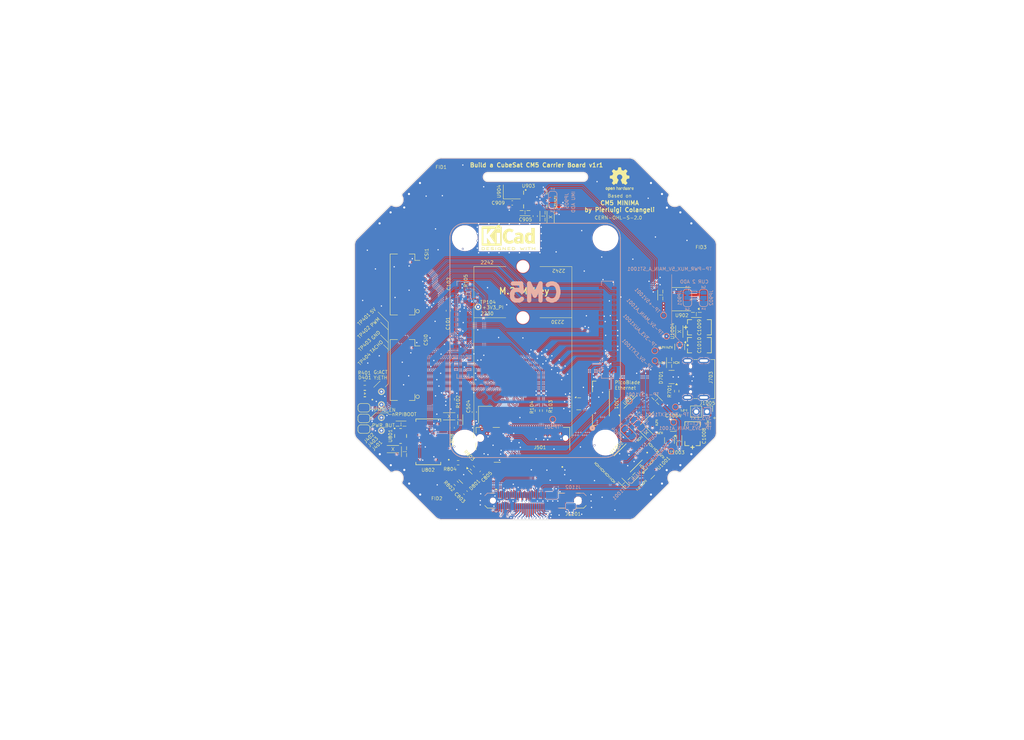
<source format=kicad_pcb>
(kicad_pcb (version 20240108) (generator "pcbnew") (generator_version "8.0")
  (title_block (title "bac SBC Raspberry Pi CM5 Carrier Board v1") (date "2025-03-23") (rev "1") (company "Build a CubeSat") (comment 1 "Original: P. Colangeli, respin: M. Imboden") (comment 2 "CERN-OHL-S-2.0") (comment 3 "https://buildacubesat.space") (comment 4 "Respun from \"CM5 MINIMA REV2\" by Pierluigi Colangeli") (comment 5 "https://github.com/piecol/CM5_MINIMA_REV2") (comment 6 "Thanks, Pier!"))
  (layers (0 "F.Cu" mixed "F.Cu MIX") (1 "In1.Cu" power "In1.Cu GND") (2 "In2.Cu" power "In2.Cu MIX") (3 "In3.Cu" signal "In3.Cu PWR") (4 "In4.Cu" power "In4.Cu GND") (31 "B.Cu" mixed "B.Cu MIX") (34 "B.Paste" user) (35 "F.Paste" user) (36 "B.SilkS" user "B.Silkscreen") (37 "F.SilkS" user "F.Silkscreen") (38 "B.Mask" user) (39 "F.Mask" user) (44 "Edge.Cuts" user))
  (net 0 "")
  (net 1 "GND")
  (net 2 "/CM5/BT_nDis")
  (net 3 "/CM5/WL_nDis")
  (net 4 "/CM5/ETH_PI.TRD3_P")
  (net 5 "/CM5/ETH_PI.TRD0_P")
  (net 6 "/CM5/ETH_PI.TRD1_P")
  (net 7 "/CM5/ETH_PI.TRD2_P")
  (net 8 "/CM5/PI_nLED_ACTIVITY")
  (net 9 "/CM5/nRPIBOOT")
  (net 10 "/CM5/GPIO10")
  (net 11 "/CM5/SYNC_OUT")
  (net 12 "/CM5/GPIO12")
  (net 13 "/CM5/SD_CLK")
  (net 14 "/CM5/GPIO8")
  (net 15 "/CM5/GPIO_VREF")
  (net 16 "/CM5/GPIO26")
  (net 17 "/CM5/EEPROM_nWP")
  (net 18 "/CM5/PI_nLED_PWR")
  (net 19 "Net-(D401-Pad3)")
  (net 20 "/CM5/SD_DAT2")
  (net 21 "/CM5/GPIO9")
  (net 22 "/CM5/GPIO7")
  (net 23 "/CM5/SD_CMD")
  (net 24 "/CM5/SD_PWR_ON")
  (net 25 "/CM5/SD_DAT1")
  (net 26 "/CM5/SD_DAT0")
  (net 27 "/SCL")
  (net 28 "/CM5/SD_DAT3")
  (net 29 "/CM5/GPIO22")
  (net 30 "/CM5/GPIO23")
  (net 31 "/CM5/GPIO15")
  (net 32 "/CM5/GPIO11")
  (net 33 "/SDA")
  (net 34 "/CM5/GPIO5")
  (net 35 "/CM5/HDMI1_D2_N")
  (net 36 "/CM5/HDMI1_D1_P")
  (net 37 "/CM5/USBOTG_ID")
  (net 38 "/CM5/HDMI1_D2_P")
  (net 39 "/CM5/HDMI1_SCL")
  (net 40 "/CM5/HDMI1_SDA")
  (net 41 "/CM5/HDMI1_D0_N")
  (net 42 "+3V3_PI")
  (net 43 "/CM5/HDMI1_CK_N")
  (net 44 "/CM5/HDMI1_D1_N")
  (net 45 "/CM5/HDMI1_HOTPLUG")
  (net 46 "/CM5/HDMI1_CEC")
  (net 47 "/CM5/HDMI1_CK_P")
  (net 48 "/CM5/HDMI1_D0_P")
  (net 49 "/CM5/USB3-0-TX_P")
  (net 50 "/CM5/USB3-1-RX_P")
  (net 51 "/CM5/USB3-0-TX_N")
  (net 52 "/CM5/USB3-0-RX_P")
  (net 53 "/CM5/USB3-1-D_P")
  (net 54 "/CM5/USB3-1-RX_N")
  (net 55 "/CM5/VBUS_EN")
  (net 56 "/CM5/PWM")
  (net 57 "/CM5/VBAT")
  (net 58 "/CM5/TACHO")
  (net 59 "/CM5/USB3-1-TX_N")
  (net 60 "/CM5/USB3-0-RX_N")
  (net 61 "/CM5/ID_SC")
  (net 62 "/CM5/USB3-1-TX_P")
  (net 63 "/CM5/USB3-1-D_N")
  (net 64 "/CM5/ID_SD")
  (net 65 "+5V")
  (net 66 "+1V8")
  (net 67 "/CM5/ETH_nLED_ACTIVITY")
  (net 68 "/CM5/ETH_PI.TRD0_N")
  (net 69 "/CM5/ETH_PI.TRD2_N")
  (net 70 "/CM5/ETH_PI.TRD1_N")
  (net 71 "/CM5/ETH_PI.TRD3_N")
  (net 75 "/CM5/USB2P.D_P")
  (net 76 "/CM5/USB2P.D_N")
  (net 79 "/CM5/PCIE_PI.TX_N")
  (net 80 "/CM5/PCIE_PI.nWAKE")
  (net 81 "/CM5/PCIE_PI.nCLKREQ")
  (net 82 "/CM5/PCIE_PI.PWR_EN")
  (net 83 "/CM5/PCIE_PI.RX_N")
  (net 84 "/CM5/PCIE_PI.CLK_P")
  (net 85 "/CM5/PCIE_PI.RX_P")
  (net 86 "/CM5/PCIE_PI.TX_P")
  (net 87 "/CM5/PCIE_PI.CLK_N")
  (net 88 "/CM5/PCIE_PI.nRST")
  (net 89 "/CM5/DPHY0_P.D0_P")
  (net 90 "/CM5/DPHY1_P.D3_N")
  (net 91 "/CM5/DPHY1_P.D3_P")
  (net 92 "/CM5/DPHY1_P.C_N")
  (net 93 "/CM5/DPHY1_P.D2_N")
  (net 94 "/CM5/DPHY1_P.D0_P")
  (net 95 "/CM5/DPHY1_P.D0_N")
  (net 96 "/CM5/DPHY0_P.C_P")
  (net 97 "/CM5/DPHY0_P.D1_P")
  (net 98 "/CM5/DPHY0_P.D2_P")
  (net 99 "/CM5/DPHY0_P.D3_N")
  (net 100 "/CM5/DPHY0_P.D3_P")
  (net 101 "/CM5/DPHY1_P.C_P")
  (net 102 "/CM5/DPHY0_P.D0_N")
  (net 103 "/CM5/DPHY0_P.D2_N")
  (net 104 "/CM5/DPHY1_P.D1_P")
  (net 105 "/CM5/DPHY1_P.D2_P")
  (net 106 "/CM5/DPHY0_P.C_N")
  (net 107 "/CM5/DPHY1_P.D1_N")
  (net 108 "/CM5/DPHY0_P.D1_N")
  (net 109 "/CM5/HDMI_PI.CK_P")
  (net 110 "/CM5/HDMI_PI.CK_N")
  (net 111 "/CM5/HDMI_PI.D0_N")
  (net 112 "/CM5/HDMI_PI.SCL")
  (net 113 "/CM5/HDMI_PI.D2_P")
  (net 114 "/CM5/HDMI_PI.D0_P")
  (net 115 "/CM5/HDMI_PI.D1_N")
  (net 116 "/CM5/HDMI_PI.D1_P")
  (net 117 "/CM5/HDMI_PI.D2_N")
  (net 118 "/CM5/HDMI_PI.SDA")
  (net 119 "/CM5/HDMI_PI.CEC")
  (net 120 "/CM5/GPIO14")
  (net 121 "/CM5/GPIO17")
  (net 122 "/CM5/GPIO4")
  (net 123 "/CM5/GPIO16")
  (net 124 "/PCIe-M2/TX")
  (net 125 "/PCIe-M2/RX")
  (net 126 "/CM5/ETH_nLED_SPEED_100_1000")
  (net 127 "/CM5/CAM0_GPIO0")
  (net 128 "/CM5/CAM0_GPIO1")
  (net 129 "+3V3")
  (net 130 "/Power Multiplexers/A_VCC")
  (net 131 "+3V3_IN")
  (net 132 "+5V_IN")
  (net 133 "/Sensors/CUR_1_ADD0")
  (net 134 "/Sensors/CUR_1_ADD1")
  (net 135 "/Sensors/CUR_2_ADD0")
  (net 136 "/Sensors/CUR_2_ADD1")
  (net 137 "/Sensors/IMU_ADD")
  (net 138 "/Power Multiplexers/A_ADD0")
  (net 139 "/Power Multiplexers/A_ADD1")
  (net 140 "/Power Multiplexers/A_SDA")
  (net 141 "/Power Multiplexers/A_SCL")
  (net 142 "/Power Multiplexers/~{INT}")
  (net 143 "/Power Multiplexers/A_P03")
  (net 144 "/Power Multiplexers/A_3V3_MAIN_~{EN}")
  (net 145 "/Power Multiplexers/A_5V_MAIN_~{EN}")
  (net 146 "+3V3_EXT")
  (net 147 "+5V_EXT")
  (net 148 "/Sensors/ENV_SDA")
  (net 149 "/Sensors/ENV_SCL")
  (net 150 "/Sensors/IMU_~{BTLDR}")
  (net 151 "/Sensors/IMU_32kHz")
  (net 152 "/bacBus Connectors/45A")
  (net 153 "/+3V3_MAIN_A")
  (net 154 "/bacBus Connectors/7A")
  (net 155 "/bacBus Connectors/32A")
  (net 156 "/+3V3_AUX")
  (net 157 "/bacBus Connectors/26A")
  (net 158 "/bacBus Connectors/23A")
  (net 159 "/BACBUS_A_I2C_2_SDA")
  (net 160 "/bacBus Connectors/30A")
  (net 161 "/BACBUS_A_I2C_2_SCL")
  (net 162 "/+5V_MAIN_A")
  (net 163 "/bacBus Connectors/24A")
  (net 164 "/bacBus Connectors/12A")
  (net 165 "/bacBus Connectors/27A")
  (net 166 "/bacBus Connectors/25A")
  (net 167 "/bacBus Connectors/11A")
  (net 168 "/bacBus Connectors/43A")
  (net 169 "/bacBus Connectors/21A")
  (net 170 "/bacBus Connectors/13A")
  (net 171 "/bacBus Connectors/3A")
  (net 172 "/bacBus Connectors/41A")
  (net 173 "/bacBus Connectors/33A")
  (net 174 "/bacBus Connectors/10A")
  (net 175 "/bacBus Connectors/5A")
  (net 176 "/bacBus Connectors/39A")
  (net 177 "/BACBUS_A_I2C_1_SCL")
  (net 178 "/bacBus Connectors/29A")
  (net 179 "/bacBus Connectors/31A")
  (net 180 "/BACBUS_A_I2C_1_SDA")
  (net 181 "/BACBUS_A_CAN_1_P")
  (net 182 "/bacBus Connectors/22A")
  (net 183 "/bacBus Connectors/19A")
  (net 184 "/bacBus Connectors/37A")
  (net 185 "/bacBus Connectors/35A")
  (net 186 "/bacBus Connectors/28A")
  (net 187 "/BACBUS_A_CAN_1_N")
  (net 188 "/CM5/USB_PI.D_P")
  (net 189 "/CM5/USB_PI.D_N")
  (net 190 "/PWR_BUT")
  (net 191 "/PMIC_EN")
  (net 192 "/CM5/SDA0")
  (net 193 "/CM5/SCL0")
  (net 198 "/I2C_MUX_~{RESET}")
  (net 199 "/CAN_1_INT")
  (net 200 "/CAN_1_CS")
  (net 201 "/CAN_1_SCL")
  (net 202 "/CAN_1_PICO")
  (net 203 "/CAN_1_POCI")
  (net 204 "/IMU_~{RESET}")
  (net 205 "/~{INT}")
  (net 206 "/CAN_1_SHDN")
  (net 220 "Net-(J501-DAS{slash}~{DSS}{slash}~{LED1})")
  (net 238 "Net-(J501-SUSCLK)")
  (net 240 "Net-(C803-Pad1)")
  (net 241 "Net-(C805-Pad1)")
  (net 242 "Net-(U903-CAP)")
  (net 243 "Net-(C1002-Pad1)")
  (net 244 "Net-(U1003-ST)")
  (net 245 "Net-(U1004-ST)")
  (net 247 "Net-(U801-OUT)")
  (net 248 "Net-(U802-RXCAN)")
  (net 250 "Net-(U802-TXCAN)")
  (net 277 "/CM5/CC2")
  (net 278 "/CM5/CC1")
  (net 279 "Net-(U1001-ST)")
  (net 280 "Net-(U1001-PR1)")
  (footprint "bac MicroMod Main Board v1:bac-C-0805-10u" (layer "F.Cu") (at 129.8 117.9 180)
    (property "Reference" "C806" (hide yes))
    (property "Value" "10u")
  )
  (footprint "bac MicroMod Main Board v1:bac-R-0603-100k" (layer "F.Cu") (at 179.652341 127.184302 45)
    (property "Reference" "R1013" (hide yes))
    (property "Value" "100k")
  )
  (footprint "bac MicroMod Main Board v1:bac-C-0603-0.1u" (layer "F.Cu") (at 173.005537 132.416892 45)
    (property "Reference" "C1003" (hide yes))
    (property "Value" "0.1u")
  )
  (footprint "bac MicroMod Main Board v1:bac-R-0603-100k" (layer "F.Cu") (at 181.5 101.7 90)
    (property "Reference" "R1018" (hide yes))
    (property "Value" "100k")
  )
  (footprint "bac MicroMod Main Board v1:bac-C-0603-0.1u" (layer "F.Cu") (at 181.4 105.3 -90)
    (property "Reference" "C1007" (hide yes))
    (property "Value" "0.1u")
  )
  (footprint "Symbol:KiCad-Logo2_5mm_SilkScreen" (layer "F.Cu") (at 143.7 75.9)
    (property "Reference" "REF**" (hide yes))
    (property "Value" "KiCad-Logo2_5mm_SilkScreen" (hide yes))
  )
  (footprint "TestPoint:TestPoint_THTPad_D1.0mm_Drill0.5mm" (layer "F.Cu") (at 136.6 92.2 180)
    (property "Reference" "TP104")
    (property "Value" "+3V3_PI")
  )
  (footprint "bac MicroMod Main Board v1:bac-R-0603-0" (layer "F.Cu") (at 164.520255 129.305622 45)
    (property "Reference" "R1008" (hide yes))
    (property "Value" "0")
  )
  (footprint "bac MicroMod Main Board v1:bac-R-0603-0" (layer "F.Cu") (at 177.089079 124.656396 45)
    (property "Reference" "R1006" (hide yes))
    (property "Value" "0")
  )
  (footprint "TestPoint:TestPoint_THTPad_D1.0mm_Drill0.5mm" (layer "F.Cu") (at 113.9 115.149999)
    (property "Reference" "TP402")
    (property "Value" "GND")
  )
  (footprint "Jumper:SolderJumper-2_P1.3mm_Open_RoundedPad1.0x1.5mm" (layer "F.Cu") (at 109.81 115.9 180)
    (property "Reference" "J403")
    (property "Value" "SolderJumper_2_Open")
  )
  (footprint "bac MicroMod Main Board v1:WE-150080XX54050" (layer "F.Cu") (at 110.009999 112.565686 180)
    (property "Reference" "D401")
    (property "Value" "WE 150080SG54050")
  )
  (footprint "Package_TO_SOT_SMD:SOT-363_SC-70-6" (layer "F.Cu") (at 183.9 101.6 -90)
    (property "Reference" "U1004")
    (property "Value" "LM66100DCK")
  )
  (footprint "Resistor_SMD:R_0603_1608Metric" (layer "F.Cu") (at 135.237087 130.037087 -45)
    (property "Reference" "R803")
    (property "Value" "120")
  )
  (footprint "Resistor_SMD:R_0603_1608Metric" (layer "F.Cu") (at 110 110.1 180)
    (property "Reference" "R401")
    (property "Value" "2k2")
  )
  (footprint "bac MicroMod Main Board v1:bac-C-0603-0.1u" (layer "F.Cu") (at 179.34 89.43 -90)
    (property "Reference" "C901" (hide yes))
    (property "Value" "0.1u")
  )
  (footprint "bac MicroMod Main Board v1:bac-C-0603-0.1u" (layer "F.Cu") (at 151.7 70.9 -90)
    (property "Reference" "C906" (hide yes))
    (property "Value" "0.1u")
  )
  (footprint "Symbol:OSHW-Logo2_7.3x6mm_SilkScreen" (layer "F.Cu") (at 169.8 62.2)
    (property "Reference" "REF**" (hide yes))
    (property "Value" "OSHW-Logo2_7.3x6mm_SilkScreen" (hide yes))
  )
  (footprint "bac MicroMod Main Board v1:bac-C-0805-10u" (layer "F.Cu") (at 116.6 125.6 180)
    (property "Reference" "C802" (hide yes))
    (property "Value" "10u")
  )
  (footprint "Fiducial:Fiducial_0.5mm_Mask1mm" (layer "F.Cu") (at 188.9 79.7)
    (property "Reference" "FID3")
    (property "Value" "Fiducial")
  )
  (footprint "TestPoint:TestPoint_THTPad_D1.0mm_Drill0.5mm" (layer "F.Cu") (at 113.9 121.25)
    (property "Reference" "TP404")
    (property "Value" "GND")
  )
  (footprint "bac MicroMod Main Board v1:bac-C-1411" (layer "F.Cu") (at 186.9 121.981701 90)
    (property "Reference" "C1008")
    (property "Value" "47u" (hide yes))
  )
  (footprint "bac MicroMod Main Board v1:bac-R-0603-0" (layer "F.Cu") (at 175.056147 129.800597 -135)
    (property "Reference" "R1004" (hide yes))
    (property "Value" "0")
  )
  (footprint "Package_SO:TSSOP-16_4.4x5mm_P0.65mm" (layer "F.Cu") (at 174.3 116.4 45)
    (property "Reference" "U901")
    (property "Value" "INA260")
  )
  (footprint "bac MicroMod Main Board v1:bac-C-0805-10u" (layer "F.Cu") (at 176.116807 121.81029 135)
    (property "Reference" "C1002" (hide yes))
    (property "Value" "10u")
  )
  (footprint "bac MicroMod Main Board v1:bac-R-0603-0" (layer "F.Cu") (at 166.924419 131.709785 45)
    (property "Reference" "R1007" (hide yes))
    (property "Value" "0")
  )
  (footprint "Package_SON:USON-10_2.5x1.0mm_P0.5mm" (layer "F.Cu") (at 160.202501 114.9625)
    (property "Reference" "U301" (hide yes))
    (property "Value" "TPD4EUSB30")
  )
  (footprint "bac MicroMod Main Board v1:WE-9774025243R" (layer "F.Cu") (at 147.1125 94.7325 180)
    (property "Reference" "M501" (hide yes))
    (property "Value" "M2.5 Solder Nut 2230")
  )
  (footprint "bac MicroMod Main Board v1:bac-C-1411" (layer "F.Cu") (at 188.5183 101.2)
    (property "Reference" "C1010")
    (property "Value" "47u" (hide yes))
  )
  (footprint "Resistor_SMD:R_0603_1608Metric" (layer "F.Cu") (at 134.3 89.1 90)
    (property "Reference" "R105")
    (property "Value" "0R")
  )
  (footprint "TestPoint:TestPoint_THTPad_D1.0mm_Drill0.5mm" (layer "F.Cu") (at 113.9 112.1)
    (property "Reference" "TP401")
    (property "Value" "GND")
  )
  (footprint "Capacitor_SMD:C_0603_1608Metric" (layer "F.Cu") (at 150 70.9 -90)
    (property "Reference" "C905")
    (property "Value" "560p")
  )
  (footprint "Resistor_SMD:R_0603_1608Metric" (layer "F.Cu") (at 131.9 128.8 180)
    (property "Reference" "R804")
    (property "Value" "120")
  )
  (footprint "bac MicroMod Main Board v1:MT-MCP251863T-H-SS" (layer "F.Cu") (at 124.9 123.9 180)
    (property "Reference" "U802")
    (property "Value" "MCP251863T-H-SS")
  )
  (footprint "bac MicroMod Main Board v1:bac-C-0603-0.1u" (layer "F.Cu") (at 187.8 94.1)
    (property "Reference" "C904" (hide yes))
    (property "Value" "0.1u")
  )
  (footprint "Resistor_SMD:R_0603_1608Metric" (layer "F.Cu") (at 150.5 116.572499 90)
    (property "Reference" "R104")
    (property "Value" "0R")
  )
  (footprint "Resistor_SMD:R_0603_1608Metric" (layer "F.Cu") (at 152.2 116.572499 90)
    (property "Reference" "R103")
    (property "Value" "0R")
  )
  (footprint "bac MicroMod Main Board v1:bac-R-0603-100k" (layer "F.Cu") (at 178.5 119.4)
    (property "Reference" "R1015" (hide yes))
    (property "Value" "100k")
  )
  (footprint "bac MicroMod Main Board v1:TI-TPS2116DRL" (layer "F.Cu") (at 176.753683 131.36893 45)
    (property "Reference" "U1001")
    (property "Value" "TPS2116DRL")
  )
  (footprint "Capacitor_SMD:C_1210_3225Metric" (layer "F.Cu") (at 182.4 120.081701)
    (property "Reference" "C1004")
    (property "Value" "22u")
  )
  (footprint "Crystal:Crystal_SMD_3225-4Pin_3.2x2.5mm" (layer "F.Cu") (at 138.322499 117.5475 -90)
    (property "Reference" "U503" (hide yes))
    (property "Value" "ASEK-32.768KHZ-L-R-T")
  )
  (footprint "bac MicroMod Main Board v1:bac-R-0603-10k" (layer "F.Cu") (at 184.9 116.5 -90)
    (property "Reference" "R1019" (hide yes))
    (property "Value" "10k")
  )
  (footprint "Fiducial:Fiducial_0.5mm_Mask1mm" (layer "F.Cu") (at 127.9 60.9)
    (property "Reference" "FID1")
    (property "Value" "Fiducial")
  )
  (footprint "bac CM5 Carrier Board v1:Molex-0533984004" (layer "F.Cu") (at 165.39995 114.84155 -90)
    (property "Reference" "J301")
    (property "Value" "Molex 533984004")
  )
  (footprint "bac MicroMod Main Board v1:bac-R-0603-10k" (layer "F.Cu") (at 174.296007 134.697311 135)
    (property "Reference" "R1002" (hide yes))
    (property "Value" "10k")
  )
  (footprint "bac MicroMod Main Board v1:bac-R-0603-0" (layer "F.Cu") (at 174.490462 123.153793 135)
    (property "Reference" "R1014" (hide yes))
    (property "Value" "0")
  )
  (footprint "bac MicroMod Main Board v1:SIT-SIT5000AI-2E-33N0" (layer "F.Cu") (at 118.4 122.519299)
    (property "Reference" "U801")
    (property "Value" "SIT5000AI-2E-33N0-40.000000X")
  )
  (footprint "bac MicroMod Main Board v1:bac-C-1411" (layer "F.Cu") (at 188.5183 97)
    (property "Reference" "C1009")
    (property "Value" "47u" (hide yes))
  )
  (footprint "bac MicroMod Main Board v1:bac-R-0603-0" (layer "F.Cu") (at 183.1 105.3 -90)
    (property "Reference" "R1022" (hide yes))
    (property "Value" "0")
  )
  (footprint "Resistor_SMD:R_0603_1608Metric" (layer "F.Cu") (at 183.2 112 -90)
    (property "Reference" "R701")
    (property "Value" "10k")
  )
  (footprint "Capacitor_SMD:C_0603_1608Metric" (layer "F.Cu") (at 133.637087 135.837087 -45)
    (property "Reference" "C803")
    (property "Value" "560p")
  )
  (footprint "bac MicroMod Main Board v1:bac-C-0603-0.1u" (layer "F.Cu") (at 119.2 126.2 -90)
    (property "Reference" "C804" (hide yes))
    (property "Value" "0.1u")
  )
  (footprint "bac MicroMod Main Board v1:bac-R-0603-0" (layer "F.Cu") (at 165.722337 130.507703 -135)
    (property "Reference" "R1011" (hide yes))
    (property "Value" "0")
  )
  (footprint "Jumper:SolderJumper-2_P1.3mm_Open_RoundedPad1.0x1.5mm" (layer "F.Cu") (at 109.8 118.4)
    (property "Reference" "J402")
    (property "Value" "SolderJumper_2_Open")
  )
  (footprint "bac MicroMod Main Board v1:bac-PCB-Rail-Pad" (layer "F.Cu") (at 117.375771 132.42423 -135)
    (property "Reference" "H1" (hide yes))
    (property "Value" "MountingHole_Pad")
  )
  (footprint "bac MicroMod Main Board v1:bac-C-0603-0.1u" (layer "F.Cu") (at 178.6 113.9 135)
    (property "Reference" "C903" (hide yes))
    (property "Value" "0.1u")
  )
  (footprint "Capacitor_SMD:C_0603_1608Metric" (layer "F.Cu") (at 144.6 67.8)
    (property "Reference" "C909")
    (property "Value" "100n")
  )
  (footprint "bac MicroMod Main Board v1:bac-R-0603-0" (layer "F.Cu") (at 178.379549 125.91151 -135)
    (property "Reference" "R1005" (hide yes))
    (property "Value" "0")
  )
  (footprint "Package_TO_SOT_SMD:SOT-23" (layer "F.Cu") (at 133.637087 132.137087 -45)
    (property "Reference" "D801")
    (property "Value" "ESD752")
  )
  (footprint "bac EPS v1:AMP-MDT350M01001VT" (layer "F.Cu") (at 150.06 137.702 180)
    (property "Reference" "J1101")
    (property "Value" "MDT350M01001VT")
  )
  (footprint "bac MicroMod Main Board v1:TI-TCAL9538PWR" (layer "F.Cu") (at 171.803456 127.679277 -135)
    (property "Reference" "U1002")
    (property "Value" "TCAL9538PWR")
  )
  (footprint "bac MicroMod Main Board v1:CEVA-BNO086" (layer "F.Cu") (at 150 67 90)
    (property "Reference" "U903")
    (property "Value" "BNO086")
  )
  (footprint "bac MicroMod Main Board v1:bac-C-0603-0.1u" (layer "F.Cu") (at 147.6 70.2)
    (property "Reference" "C908" (hide yes))
    (property "Value" "0.1u")
  )
  (footprint "bac MicroMod Main Board v1:bac-R-0603-100k" (layer "F.Cu") (at 175.509175 133.461968 -45)
    (property "Reference" "R1001" (hide yes))
    (property "Value" "100k")
  )
  (footprint "bac MicroMod Main Board v1:bac-C-0805-10u" (layer "F.Cu") (at 153.6 71.1 -90)
    (property "Reference" "C907" (hide yes))
    (property "Value" "10u")
  )
  (footprint "bac MicroMod Main Board v1:JAE-DX07S016JA1R1500" (layer "F.Cu") (at 188.4 109.16 90)
    (property "Reference" "J703")
    (property "Value" "TYPEC-305-ACP16H458")
  )
  (footprint "bac CM5 Carrier Board v1:piecol-M.2-M-Key-socket-2230-2242" (layer "F.Cu") (at 147.1 123 180)
    (property "Reference" "J501")
    (property "Value" "Bus_M.2_Socket_M")
  )
  (footprint "bac MicroMod Main Board v1:bac-PCB-Rail-Pad" (layer "F.Cu") (at 182.77423 132.42423 -45)
    (property "Reference" "H2" (hide yes))
    (property "Value" "MountingHole_Pad")
  )
  (footprint "bac MicroMod Main Board v1:bac-R-0603-100k" (layer "F.Cu") (at 154.7 66.9)
    (property "Reference" "R901" (hide yes))
    (property "Value" "100k")
  )
  (footprint "Package_SO:TSSOP-16_4.4x5mm_P0.65mm" (layer "F.Cu") (at 184.3 90.4 180)
    (property "Reference" "U902")
    (property "Value" "INA260")
  )
  (footprint "bac CM5 Carrier Board v1:piecol-Hirose-FH12-22S-0.5SH-1x22-1MP-P0.50mm-Horizontal" (layer "F.Cu") (at 120.45 86.95 -90)
    (property "Reference" "J602")
    (property "Value" "Conn_01x22_Female")
  )
  (footprint "Capacitor_SMD:C_0603_1608Metric" (layer "F.Cu") (at 130.5 120.6 -90)
    (property "Reference" "C808")
    (property "Value" "560p")
  )
  (footprint "bac MicroMod Main Board v1:bac-R-0603-0" (layer "F.Cu") (at 190.5 119.6)
    (property "Reference" "R1021" (hide yes))
    (property "Value" "0")
  )
  (footprint "Crystal:Crystal_SMD_3225-4Pin_3.2x2.5mm" (layer "F.Cu") (at 144.5 65.2)
    (property "Reference" "U904")
    (property "Value" "ASEK-32.768KHZ-L-R-T")
  )
  (footprint "Capacitor_SMD:C_0603_1608Metric" (layer "F.Cu") (at 135.7 116.9 -90)
    (property "Reference" "C504")
    (property "Value" "100n")
  )
  (footprint "TestPoint:TestPoint_THTPad_D1.0mm_Drill0.5mm" (layer "F.Cu") (at 113.9 118.2)
    (property "Reference" "TP403")
    (property "Value" "GND")
  )
  (footprint "Package_TO_SOT_SMD:SOT-23" (layer "F.Cu") (at 181.99 108.672501 180)
    (property "Reference" "D701")
    (property "Value" "TI ESD752")
  )
  (footprint "bac MicroMod Main Board v1:bac-R-0603-100k" (layer "F.Cu") (at 179.800002 101.7 -90)
    (property "Reference" "R1017" (hide yes))
    (property "Value" "100k")
  )
  (footprint "Capacitor_SMD:C_0603_1608Metric" (layer "F.Cu") (at 129.6 89.9 90)
    (property "Reference" "C102")
    (property "Value" "100n")
  )
  (footprint "bac MicroMod Main Board v1:bac-R-0603-10k" (layer "F.Cu") (at 179.7 105.3 90)
    (property "Reference" "R1020" (hide yes))
    (property "Value" "10k")
  )
  (footprint "Package_TO_SOT_SMD:SOT-363_SC-70-6" (layer "F.Cu") (at 181.499999 123.5817 -90)
    (property "Reference" "U1003")
    (property "Value" "LM66100DCK")
  )
  (footprint "Resistor_SMD:R_0603_1608Metric" (layer "F.Cu") (at 131.453724 133.653724 -45)
    (property "Reference" "R802")
    (property "Value" "120")
  )
  (footprint "Capacitor_SMD:C_0603_1608Metric" (layer "F.Cu") (at 129.6 93.1 -90)
    (property "Reference" "C101")
    (property "Value" "100n")
  )
  (footprint "bac MicroMod Main Board v1:bac-R-0603-100k" (layer "F.Cu") (at 154.7 68.5)
    (property "Reference" "R902" (hide yes))
    (property "Value" "100k")
  )
  (footprint "Resistor_SMD:R_0603_1608Metric" (layer "F.Cu") (at 130.512499 113.9 90)
    (property "Reference" "R102")
    (property "Value" "10k")
  )
  (footprint "bac MicroMod Main Board v1:bac-logo-copper-10mm" (layer "F.Cu") (at 133.4 66.3)
    (property "Reference" "G***" (hide yes))
    (property "Value" "LOGO" (hide yes))
  )
  (footprint "Connector_PinHeader_2.54mm:PinHeader_1x02_P2.54mm_Vertical" (layer "F.Cu") (at 190.3 116.8 -90)
    (property "Reference" "J1005")
    (property "Value" "Conn_01x02_Socket")
  )
  (footprint "bac MicroMod Main Board v1:bac-C-0603-0.1u" (layer "F.Cu") (at 118.5 119.6193 180)
    (property "Reference" "C801" (hide yes))
    (property "Value" "0.1u")
  )
  (footprint "bac MicroMod Main Board v1:bac-R-0603-100k" (layer "F.Cu") (at 179.2 121.8 90)
    (property "Reference" "R1016" (hide yes))
    (property "Value" "100k")
  )
  (footprint "bac MicroMod Main Board v1:WE-9774025243R" (layer "F.Cu") (at 147.1125 82.7325)
    (property "Reference" "M502" (hide yes))
    (property "Value" "M2.5 Solder Nut 2242")
  )
  (footprint "Capacitor_SMD:C_0603_1608Metric" (layer "F.Cu") (at 137.437087 131.2 45)
    (property "Reference" "C805")
    (property "Value" "560p")
  )
  (footprint "bac MicroMod Main Board v1:bac-C-0805-10u" (layer "F.Cu") (at 183.8 98 90)
    (property "Reference" "C1005" (hide yes))
    (property "Value" "47u")
  )
  (footprint "bac MicroMod Main Board v1:bac-C-0603-0.1u" (layer "F.Cu") (at 183.799999 123.581701 90)
    (property "Reference" "C1006" (hide yes))
    (property "Value" "0.1u")
  )
  (footprint "bac MicroMod Main Board v1:bac-PCB-Rail-Pad" (layer "F.Cu") (at 117.325771 66.975771 135)
    (property "Reference" "H4" (hide yes))
    (property "Value" "MountingHole_Pad")
  )
  (footprint "bac MicroMod Main Board v1:bac-R-0603-0" (layer "F.Cu") (at 168.126501 132.911867 -135)
    (property "Reference" "R1010" (hide yes))
    (property "Value" "0")
  )
  (footprint "bac CM5 Carrier Board v1:piecol-Hirose-FH12-22S-0.5SH-1x22-1MP-P0.50mm-Horizontal" (layer "F.Cu") (at 120.45 107.0325 -90)
    (property "Reference" "J601")
    (property "Value" "Conn_01x22_Female")
  )
  (footprint "bac MicroMod Main Board v1:bac-C-0603-0.1u" (layer "F.Cu") (at 132.4 118.7 90)
    (property "Reference" "C807" (hide yes))
    (property "Value" "0.1u")
  )
  (footprint "bac MicroMod Main Board v1:bac-R-0603-0" (layer "F.Cu") (at 177.318889 128.669226 135)
    (property "Reference" "R1003" (hide yes))
    (property "Value" "0")
  )
  (footprint "bac MicroMod Main Board v1:bac-PCB-Rail-Pad" (layer "F.Cu") (at 182.77423 66.975771 45)
    (property "Reference" "H3" (hide yes))
    (property "Value" "MountingHole_Pad")
  )
  (footprint "bac MicroMod Main Board v1:bac-C-0603-1u" (layer "F.Cu") (at 170.742797 133.689684 135)
    (property "Reference" "C1001" (hide yes))
    (property "Value" "1u")
  )
  (footprint "Fiducial:Fiducial_0.5mm_Mask1mm" (layer "F.Cu") (at 126.9 138.7)
    (property "Reference" "FID2")
    (property "Value" "Fiducial")
  )
  (footprint "Jumper:SolderJumper-2_P1.3mm_Open_RoundedPad1.0x1.5mm" (layer "F.Cu") (at 109.8 120.9 180)
    (property "Reference" "J401")
    (property "Value" "SolderJumper_2_Open")
  )
  (footprint "TestPoint:TestPoint_Pad_D1.0mm" (layer "B.Cu") (at 181.9 126.1 180)
    (property "Reference" "TP-PWR_MUX_3V3_MAIN_A_ST1001")
    (property "Value" "PWR_MUX_3V3_MAIN_A_ST")
  )
  (footprint "TestPoint:TestPoint_Pad_D1.0mm" (layer "B.Cu") (at 183.9 101.1 180)
    (property "Reference" "TP-PWR_MUX_5V_MAIN_A_ST1001")
    (property "Value" "PWR_MUX_5V_MAIN_A_ST")
  )
  (footprint "TestPoint:TestPoint_Pad_D1.0mm" (layer "B.Cu") (at 178.1 104.85 180)
    (property "Reference" "TP-5V_EXT1001")
    (property "Value" "5V_EXT")
  )
  (footprint "TestPoint:TestPoint_Pad_D1.0mm" (layer "B.Cu") (at 182.45 119.3 180)
    (property "Reference" "TP-3V3_MAIN_A1001")
    (property "Value" "3V3_MAIN_A")
  )
  (footprint "bac CM5 Carrier Board v1:piecol-Raspberry-Pi-5-Compute-Module-GPIO" (layer "B.Cu") (at 133.4725 76.0725)
    (property "Reference" "Module201" (hide yes))
    (property "Value" "ComputeModule5-CM5")
  )
  (footprint "Jumper:SolderJumper-3_P1.3mm_Bridged12_RoundedPad1.0x1.5mm_NumberLabels" (layer "B.Cu") (at 174 119.6 135)
    (property "Reference" "JP903")
    (property "Value" "SolderJumper_3_Bridged12")
  )
  (footprint "Jumper:SolderJumper-3_P1.3mm_Bridged12_RoundedPad1.0x1.5mm_NumberLabels" (layer "B.Cu") (at 171.9 121.8 135)
    (property "Reference" "JP904")
    (property "Value" "SolderJumper_3_Bridged12")
  )
  (footprint "TestPoint:TestPoint_Pad_D1.0mm" (layer "B.Cu") (at 180.8 99.1 180)
    (property "Reference" "TP-5V_MAIN_A1001")
    (property "Value" "5V_MAIN_A")
  )
  (footprint "bac EPS v1:AMP-MDT350M01001VT" (layer "B.Cu") (at 150.06 137.7 180)
    (property "Reference" "J1102")
    (property "Value" "MDT350M01001VT")
  )
  (footprint "TestPoint:TestPoint_Pad_D1.0mm" (layer "B.Cu") (at 178.05 102.5 180)
    (property "Reference" "TP-3V3_AUX1001")
    (property "Value" "3V3_AUX")
  )
  (footprint "TestPoint:TestPoint_Pad_D1.0mm" (layer "B.Cu") (at 154.1 118.6)
    (property "Reference" "TP501")
    (property "Value" "GND")
  )
  (footprint "Jumper:SolderJumper-3_P1.3mm_Bridged12_RoundedPad1.0x1.5mm_NumberLabels" (layer "B.Cu") (at 154.1 67.1 -90)
    (property "Reference" "JP905")
    (property "Value" "SolderJumper_3_Bridged12")
  )
  (footprint "TestPoint:TestPoint_Pad_D1.0mm" (layer "B.Cu") (at 180.1 94.2 180)
    (property "Reference" "TP-+5V1001")
    (property "Value" "+5V")
  )
  (footprint "Jumper:SolderJumper-3_P1.3mm_Bridged12_RoundedPad1.0x1.5mm_NumberLabels" (layer "B.Cu") (at 185.7 90.1 -90)
    (property "Reference" "JP901")
    (property "Value" "SolderJumper_3_Bridged12")
  )
  (footprint "TestPoint:TestPoint_Pad_D1.0mm" (layer "B.Cu") (at 172.1 114.3 180)
    (property "Reference" "TP-+3V1001")
    (property "Value" "+3V3")
  )
  (footprint "TestPoint:TestPoint_Pad_D1.0mm" (layer "B.Cu") (at 182.9 115.7 180)
    (property "Reference" "TP-3V3_EXT1001")
    (property "Value" "3V3_EXT")
  )
  (footprint "bac CM5 Carrier Board v1:piecol-Raspberry-Pi-5-Compute-Module-HSS" (layer "B.Cu") (at 133.4725 76.0725)
    (property "Reference" "Module202" (hide yes))
    (property "Value" "ComputeModule5-CM5")
  )
  (footprint "Jumper:SolderJumper-3_P1.3mm_Bridged12_RoundedPad1.0x1.5mm_NumberLabels" (layer "B.Cu") (at 189.5 90.1 90)
    (property "Reference" "JP902")
    (property "Value" "SolderJumper_3_Bridged12")
  )
  (gr_line (start 182 98.3) (end 183.8 100.1) (stroke (width 0.1)) (layer "B.SilkS"))
  (gr_line (start 182 84.6) (end 182 98.3) (stroke (width 0.1)) (layer "B.SilkS"))
  (gr_line (start 113.7 95.8) (end 115.5 97.6) (stroke (width 0.1)) (layer "F.SilkS"))
  (gr_line (start 116.3 117.5) (end 115.7 117.5) (stroke (width 0.1)) (layer "F.SilkS"))
  (gr_line (start 115.5 110.3) (end 114.8 111) (stroke (width 0.1)) (layer "F.SilkS"))
  (gr_line (start 115.5 95.8) (end 115.5 110.3) (stroke (width 0.1)) (layer "F.SilkS"))
  (gr_line (start 111.2 120.599999) (end 111.7 120.099999) (stroke (width 0.1)) (layer "F.SilkS"))
  (gr_line (start 113.7 98.8) (end 115.5 100.6) (stroke (width 0.1)) (layer "F.SilkS"))
  (gr_line (start 112.5 117.1) (end 111.2 118.4) (stroke (width 0.1)) (layer "F.SilkS"))
  (gr_line (start 115.7 117.5) (end 115.3 117.1) (stroke (width 0.1)) (layer "F.SilkS"))
  (gr_line (start 115.3 117.1) (end 112.9 117.1) (stroke (width 0.1)) (layer "F.SilkS"))
  (gr_line (start 113.1 93.4) (end 115.5 95.8) (stroke (width 0.1)) (layer "F.SilkS"))
  (gr_line (start 112.2 116.3) (end 111.21 116.3) (stroke (width 0.1)) (layer "F.SilkS"))
  (gr_line (start 112.9 117.1) (end 112.5 117.1) (stroke (width 0.1)) (layer "F.SilkS"))
  (gr_line (start 113.6 109.6) (end 112.1 111.1) (stroke (width 0.1)) (layer "F.SilkS"))
  (gr_line (start 114.4 101.1) (end 115.5 102.2) (stroke (width 0.1)) (layer "F.SilkS"))
  (gr_arc (start 191.961278 76.202441) (mid 192.398732 76.853199) (end 192.552431 77.62212) (stroke (width 0.1)) (layer "Edge.Cuts"))
  (gr_line (start 138.8524 62.701038) (end 161.252436 62.701038) (stroke (width 0.1)) (layer "Edge.Cuts"))
  (gr_line (start 191.961278 76.202441) (end 184.195918 68.437081) (stroke (width 0.1)) (layer "Edge.Cuts"))
  (gr_line (start 107.552498 77.6224) (end 107.552498 121.78002) (stroke (width 0.1)) (layer "Edge.Cuts"))
  (gr_arc (start 173.545661 141.615244) (mid 172.903661 142.045971) (end 172.146267 142.201039) (stroke (width 0.1)) (layer "Edge.Cuts"))
  (gr_line (start 181.311469 65.552632) (end 173.532576 57.773738) (stroke (width 0.1)) (layer "Edge.Cuts"))
  (gr_arc (start 127.9737 142.201038) (mid 127.212195 142.050427) (end 126.565355 141.621274) (stroke (width 0.1)) (layer "Edge.Cuts"))
  (gr_arc (start 108.138392 123.194309) (mid 107.704821 122.545428) (end 107.552526 121.78002) (stroke (width 0.1)) (layer "Edge.Cuts"))
  (gr_arc (start 172.1313 57.201038) (mid 172.888185 57.34976) (end 173.532576 57.773738) (stroke (width 0.1)) (layer "Edge.Cuts"))
  (gr_circle (center 140.052497 137.701038) (end 139.502498 137.701038) (stroke (width 0.1)) (fill none) (layer "Edge.Cuts"))
  (gr_arc (start 181.311469 65.552632) (mid 181.454268 65.846113) (end 181.385377 66.165287) (stroke (width 0.1)) (layer "Edge.Cuts"))
  (gr_arc (start 183.583046 68.362956) (mid 183.902275 68.294195) (end 184.195902 68.437097) (stroke (width 0.1)) (layer "Edge.Cuts"))
  (gr_circle (center 160.052498 137.70104) (end 159.252497 137.701038) (stroke (width 0.1)) (fill none) (layer "Edge.Cuts"))
  (gr_arc (start 116.52195 131.03912) (mid 116.204953 131.108252) (end 115.912291 130.968207) (stroke (width 0.1)) (layer "Edge.Cuts"))
  (gr_arc (start 138.8524 62.701038) (mid 137.85238 61.707083) (end 138.840235 60.701038) (stroke (width 0.1)) (layer "Edge.Cuts"))
  (gr_arc (start 192.552498 121.7799) (mid 192.400242 122.545343) (end 191.966653 123.194254) (stroke (width 0.1)) (layer "Edge.Cuts"))
  (gr_arc (start 118.714416 66.170492) (mid 118.64491 65.857033) (end 118.780272 65.565889) (stroke (width 0.1)) (layer "Edge.Cuts"))
  (gr_line (start 192.552489 77.62212) (end 192.552498 121.7799) (stroke (width 0.1)) (layer "Edge.Cuts"))
  (gr_arc (start 184.201006 130.959907) (mid 183.907423 131.102729) (end 183.58825 131.033917) (stroke (width 0.1)) (layer "Edge.Cuts"))
  (gr_arc (start 115.903931 68.44223) (mid 116.197539 68.299385) (end 116.516747 68.368161) (stroke (width 0.1)) (layer "Edge.Cuts"))
  (gr_line (start 118.793742 133.849658) (end 126.565355 141.621274) (stroke (width 0.1)) (layer "Edge.Cuts"))
  (gr_line (start 161.2524 60.701038) (end 138.840235 60.701038) (stroke (width 0.1)) (layer "Edge.Cuts"))
  (gr_arc (start 161.2524 60.701038) (mid 162.252362 61.700982) (end 161.252436 62.700961) (stroke (width 0.1)) (layer "Edge.Cuts"))
  (gr_arc (start 118.714416 66.170492) (mid 118.477551 68.131261) (end 116.516747 68.368161) (stroke (width 0.1)) (layer "Edge.Cuts"))
  (gr_arc (start 126.559229 57.78693) (mid 127.208194 57.353305) (end 127.9737 57.20104) (stroke (width 0.1)) (layer "Edge.Cuts"))
  (gr_line (start 108.138392 123.194309) (end 115.912291 130.968207) (stroke (width 0.1)) (layer "Edge.Cuts"))
  (gr_arc (start 118.793742 133.849658) (mid 118.650867 133.556028) (end 118.71962 133.23679) (stroke (width 0.1)) (layer "Edge.Cuts"))
  (gr_line (start 115.903931 68.44223) (end 108.124324 76.221835) (stroke (width 0.1)) (layer "Edge.Cuts"))
  (gr_line (start 126.559229 57.78693) (end 118.780272 65.565889) (stroke (width 0.1)) (layer "Edge.Cuts"))
  (gr_arc (start 183.583046 68.362956) (mid 181.62221 68.126098) (end 181.385377 66.165287) (stroke (width 0.1)) (layer "Edge.Cuts"))
  (gr_arc (start 181.39058 133.231587) (mid 181.459445 133.550682) (end 181.316644 133.844244) (stroke (width 0.1)) (layer "Edge.Cuts"))
  (gr_arc (start 181.39058 133.231587) (mid 181.627408 131.270717) (end 183.58825 131.033917) (stroke (width 0.1)) (layer "Edge.Cuts"))
  (gr_line (start 173.545666 141.615249) (end 181.316656 133.844256) (stroke (width 0.1)) (layer "Edge.Cuts"))
  (gr_line (start 127.9737 142.201038) (end 172.146267 142.201039) (stroke (width 0.1)) (layer "Edge.Cuts"))
  (gr_arc (start 116.52195 131.03912) (mid 118.482754 131.275955) (end 118.71962 133.23679) (stroke (width 0.1)) (layer "Edge.Cuts"))
  (gr_line (start 172.1313 57.201038) (end 127.9737 57.20104) (stroke (width 0.1)) (layer "Edge.Cuts"))
  (gr_line (start 184.201006 130.959907) (end 191.966657 123.194258) (stroke (width 0.1)) (layer "Edge.Cuts"))
  (gr_arc (start 107.552498 77.6224) (mid 107.700983 76.866009) (end 108.124324 76.221835) (stroke (width 0.1)) (layer "Edge.Cuts"))
  (gr_text "-   +" (at 187.1 114.8 180) (layer "B.SilkS") (effects (font (size 0.8 0.8) (thickness 0.1)) (justify left bottom mirror)))
  (gr_text "CM5" (at 150 88.9 0) (layer "B.SilkS") (effects (font (size 4 4) (thickness 1) (bold yes)) (justify mirror)))
  (gr_text "IMU ADD" (at 159.4 65 90) (layer "B.SilkS") (effects (font (size 0.8 0.8) (thickness 0.1)) (justify left bottom mirror)))
  (gr_text "3V3_EXT\nfor PCI-E" (at 191.4 120.1 0) (layer "B.SilkS") (effects (font (size 0.8 0.8) (thickness 0.1)) (justify left bottom mirror)))
  (gr_text "CUR 2 ADD" (at 187.3 86.3 0) (layer "B.SilkS") (effects (font (size 0.8 0.8) (thickness 0.1)) (justify mirror)))
  (gr_text "CUR 1 ADD" (at 176 124.5 45) (layer "B.SilkS") (effects (font (size 0.8 0.8) (thickness 0.1)) (justify mirror)))
  (gr_text "+" (at 191.5 118.7 0) (layer "F.SilkS") (effects (font (size 0.8 0.8) (thickness 0.1)) (justify left bottom)))
  (gr_text "Build a CubeSat CM5 Carrier Board v1r1" (at 150.3 59.5 0) (layer "F.SilkS") (effects (font (size 1 1) (thickness 0.2) (bold yes)) (justify bottom)))
  (gr_text "G:ACT\nY:ETH" (at 112 109.3 0) (layer "F.SilkS") (effects (font (size 0.8 0.8) (thickness 0.1)) (justify left bottom)))
  (gr_text "PMIC_EN" (at 112.1 116.9 0) (layer "F.SilkS") (effects (font (size 0.8 0.8) (thickness 0.1)) (justify left bottom)))
  (gr_text "nRPIBOOT" (at 116.3 117.9 0) (layer "F.SilkS") (effects (font (size 0.8 0.8) (thickness 0.1)) (justify left bottom)))
  (gr_text "PWR_BUT" (at 111.6 120.5 0) (layer "F.SilkS") (effects (font (size 0.8 0.8) (thickness 0.1)) (justify left bottom)))
  (gr_text "CM5 MINIMA\nby Pierluigi Colangeli" (at 169.8 70 0) (layer "F.SilkS") (effects (font (size 1 1) (thickness 0.2) (bold yes)) (justify bottom)))
  (gr_text "CSI1" (at 125 81.2 90) (layer "F.SilkS") (effects (font (size 0.8 0.8) (thickness 0.1)) (justify left bottom)))
  (gr_text "PicoBlade\nEthernet" (at 168.6 111.7 0) (layer "F.SilkS") (effects (font (size 0.8 0.8) (thickness 0.1)) (justify left bottom)))
  (gr_text "GND" (at 112 100.1 45) (layer "F.SilkS") (effects (font (size 0.8 0.8) (thickness 0.1)) (justify left bottom)))
  (gr_text "CSI0" (at 124.8 101.4 90) (layer "F.SilkS") (effects (font (size 0.8 0.8) (thickness 0.1)) (justify left bottom)))
  (gr_text "+3V3_PI" (at 137.5 92.8 0) (layer "F.SilkS") (effects (font (size 0.8 0.8) (thickness 0.1)) (justify left bottom)))
  (gr_text "PWM" (at 111.8 97.1 45) (layer "F.SilkS") (effects (font (size 0.8 0.8) (thickness 0.1)) (justify left bottom)))
  (gr_text "TACHO" (at 111.7 103.3 45) (layer "F.SilkS") (effects (font (size 0.8 0.8) (thickness 0.1)) (justify left bottom)))
  (gr_text "Based on\n\n\n\nCERN-OHL-S-2.0 " (at 169.8 68.7 0) (layer "F.SilkS") (effects (font (size 0.8 0.8) (thickness 0.1))))
  (gr_text "5V" (at 111.7 94 45) (layer "F.SilkS") (effects (font (size 0.8 0.8) (thickness 0.1)) (justify left bottom)))
  (via (at 131 125) (size 0.45) (drill 0.3) (layers "F.Cu" "B.Cu") (net 0))
  (via (at 163.9 124.7) (size 0.45) (drill 0.3) (layers "F.Cu" "B.Cu") (net 0))
  (via (at 133 78.6) (size 0.45) (drill 0.3) (layers "F.Cu" "B.Cu") (net 0))
  (via (at 137.9 64) (size 0.45) (drill 0.3) (layers "F.Cu" "B.Cu") (net 1))
  (via (at 127.4 110.8) (size 0.45) (drill 0.3) (layers "F.Cu" "B.Cu") (net 1))
  (via (at 144.3 141.7) (size 0.45) (drill 0.3) (layers "F.Cu" "B.Cu") (net 1))
  (via (at 143.9 79.5) (size 0.45) (drill 0.3) (layers "F.Cu" "B.Cu") (net 1))
  (via (at 171.7 129.5) (size 0.45) (drill 0.3) (layers "F.Cu" "B.Cu") (net 1))
  (via (at 149.08 130.47) (size 0.45) (drill 0.3) (layers "F.Cu" "B.Cu") (net 1))
  (via (at 135.562499 112.3625) (size 0.45) (drill 0.3) (layers "F.Cu" "B.Cu") (net 1))
  (via (at 155.2 107.7) (size 0.45) (drill 0.3) (layers "F.Cu" "B.Cu") (net 1))
  (via (at 155.658684 104.658684) (size 0.45) (drill 0.3) (layers "F.Cu" "B.Cu") (net 1))
  (via (at 138.9325 122.7125) (size 0.45) (drill 0.3) (layers "F.Cu" "B.Cu") (net 1))
  (via (at 124.6 92.4) (size 0.45) (drill 0.3) (layers "F.Cu" "B.Cu") (net 1))
  (via (at 151.4 75) (size 0.45) (drill 0.3) (layers "F.Cu" "B.Cu") (net 1))
  (via (at 142.4825 121.9725) (size 0.45) (drill 0.3) (layers "F.Cu" "B.Cu") (net 1))
  (via (at 169.342499 97.7625) (size 0.45) (drill 0.3) (layers "F.Cu" "B.Cu") (net 1))
  (via (at 172.9 81) (size 0.45) (drill 0.3) (layers "F.Cu" "B.Cu") (net 1))
  (via (at 110.6 78.9) (size 0.45) (drill 0.3) (layers "F.Cu" "B.Cu") (net 1))
  (via (at 123.6 86.238512) (size 0.45) (drill 0.3) (layers "F.Cu" "B.Cu") (net 1))
  (via (at 132.8625 86.8625) (size 0.45) (drill 0.3) (layers "F.Cu" "B.Cu") (net 1))
  (via (at 154.4 125.6) (size 0.45) (drill 0.3) (layers "F.Cu" "B.Cu") (net 1))
  (via (at 175.905 107.8) (size 0.45) (drill 0.3) (layers "F.Cu" "B.Cu") (net 1))
  (via (at 162.5 97.05) (size 0.45) (drill 0.3) (layers "F.Cu" "B.Cu") (net 1))
  (via (at 151.1 79.5) (size 0.45) (drill 0.3) (layers "F.Cu" "B.Cu") (net 1))
  (via (at 141.5 72.7) (size 0.45) (drill 0.3) (layers "F.Cu" "B.Cu") (net 1))
  (via (at 173.8 107.8) (size 0.45) (drill 0.3) (layers "F.Cu" "B.Cu") (net 1))
  (via (at 156.5 67.7) (size 0.45) (drill 0.3) (layers "F.Cu" "B.Cu") (net 1))
  (via (at 120.8 103) (size 0.45) (drill 0.3) (layers "F.Cu" "B.Cu") (net 1))
  (via (at 126.5 95.6) (size 0.45) (drill 0.3) (layers "F.Cu" "B.Cu") (net 1))
  (via (at 126.9 117.4) (size 0.45) (drill 0.3) (layers "F.Cu" "B.Cu") (net 1))
  (via (at 112.5 83.3) (size 0.45) (drill 0.3) (layers "F.Cu" "B.Cu") (net 1))
  (via (at 157.1 112.7) (size 0.45) (drill 0.3) (layers "F.Cu" "B.Cu") (net 1))
  (via (at 136.4 76.7) (size 0.45) (drill 0.3) (layers "F.Cu" "B.Cu") (net 1))
  (via (at 114.7 113.2) (size 0.45) (drill 0.3) (layers "F.Cu" "B.Cu") (net 1))
  (via (at 126.2 104.8) (size 0.45) (drill 0.3) (layers "F.Cu" "B.Cu") (net 1))
  (via (at 152.73 130.54) (size 0.45) (drill 0.3) (layers "F.Cu" "B.Cu") (net 1))
  (via (at 128 112.4) (size 0.45) (drill 0.3) (layers "F.Cu" "B.Cu") (net 1))
  (via (at 132.9325 90.3625) (size 0.45) (drill 0.3) (layers "F.Cu" "B.Cu") (net 1))
  (via (at 125.3 99.5) (size 0.45) (drill 0.3) (layers "F.Cu" "B.Cu") (net 1))
  (via (at 165.8 112.3) (size 0.45) (drill 0.3) (layers "F.Cu" "B.Cu") (net 1))
  (via (at 125.3 122) (size 0.45) (drill 0.3) (layers "F.Cu" "B.Cu") (net 1))
  (via (at 156.2 109.3) (size 0.45) (drill 0.3) (layers "F.Cu" "B.Cu") (net 1))
  (via (at 152.5 104.9) (size 0.45) (drill 0.3) (layers "F.Cu" "B.Cu") (net 1))
  (via (at 141.87 126.77) (size 0.45) (drill 0.3) (layers "F.Cu" "B.Cu") (net 1))
  (via (at 146.4 118.2) (size 0.45) (drill 0.3) (layers "F.Cu" "B.Cu") (net 1))
  (via (at 151.8 137.8) (size 0.45) (drill 0.3) (layers "F.Cu" "B.Cu") (net 1))
  (via (at 152.6 112) (size 0.45) (drill 0.3) (layers "F.Cu" "B.Cu") (net 1))
  (via (at 126.2 119.6) (size 0.45) (drill 0.3) (layers "F.Cu" "B.Cu") (net 1))
  (via (at 137.3675 94.1425) (size 0.45) (drill 0.3) (layers "F.Cu" "B.Cu") (net 1))
  (via (at 148.7 79.5) (size 0.45) (drill 0.3) (layers "F.Cu" "B.Cu") (net 1))
  (via (at 125.7 92.2) (size 0.45) (drill 0.3) (layers "F.Cu" "B.Cu") (net 1))
  (via (at 140.55 136.6) (size 0.45) (drill 0.3) (layers "F.Cu" "B.Cu") (net 1))
  (via (at 166.1725 94.4025) (size 0.45) (drill 0.3) (layers "F.Cu" "B.Cu") (net 1))
  (via (at 146.3 72.7) (size 0.45) (drill 0.3) (layers "F.Cu" "B.Cu") (net 1))
  (via (at 126.2 127.4) (size 0.45) (drill 0.3) (layers "F.Cu" "B.Cu") (net 1))
  (via (at 155.3 137.8) (size 0.45) (drill 0.3) (layers "F.Cu" "B.Cu") (net 1))
  (via (at 136.7 79.5) (size 0.45) (drill 0.3) (layers "F.Cu" "B.Cu") (net 1))
  (via (at 150.2 112.9) (size 0.45) (drill 0.3) (layers "F.Cu" "B.Cu") (net 1))
  (via (at 121.15 80.9) (size 0.45) (drill 0.3) (layers "F.Cu" "B.Cu") (net 1))
  (via (at 132.35 93.25) (size 0.45) (drill 0.3) (layers "F.Cu" "B.Cu") (net 1))
  (via (at 157.6 108) (size 0.45) (drill 0.3) (layers "F.Cu" "B.Cu") (net 1))
  (via (at 169.352499 102.3325) (size 0.45) (drill 0.3) (layers "F.Cu" "B.Cu") (net 1))
  (via (at 136.4 75) (size 0.45) (drill 0.3) (layers "F.Cu" "B.Cu") (net 1))
  (via (at 151.8 105.5925) (size 0.45) (drill 0.3) (layers "F.Cu" "B.Cu") (net 1))
  (via (at 144.942499 121.9325) (size 0.45) (drill 0.3) (layers "F.Cu" "B.Cu") (net 1))
  (via (at 155.8 135.6) (size 0.45) (drill 0.3) (layers "F.Cu" "B.Cu") (net 1))
  (via (at 126.9 109.3) (size 0.45) (drill 0.3) (layers "F.Cu" "B.Cu") (net 1))
  (via (at 152.5 113) (size 0.45) (drill 0.3) (layers "F.Cu" "B.Cu") (net 1))
  (via (at 151.5 102.7) (size 0.45) (drill 0.3) (layers "F.Cu" "B.Cu") (net 1))
  (via (at 151.382498 112.8525) (size 0.45) (drill 0.3) (layers "F.Cu" "B.Cu") (net 1))
  (via (at 153.75 141) (size 0.45) (drill 0.3) (layers "F.Cu" "B.Cu") (net 1))
  (via (at 170.7 122.8) (size 0.45) (drill 0.3) (layers "F.Cu" "B.Cu") (net 1))
  (via (at 135.602499 103.2425) (size 0.45) (drill 0.3) (layers "F.Cu" "B.Cu") (net 1))
  (via (at 168.2725 86.4225) (size 0.45) (drill 0.3) (layers "F.Cu" "B.Cu") (net 1))
  (via (at 163.620457 108.012495) (size 0.45) (drill 0.3) (layers "F.Cu" "B.Cu") (net 1))
  (via (at 151.4025 111.9925) (size 0.45) (drill 0.3) (layers "F.Cu" "B.Cu") (net 1))
  (via (at 133.2 131.6) (size 0.45) (drill 0.3) (layers "F.Cu" "B.Cu") (net 1))
  (via (at 127.9 103.3) (size 0.45) (drill 0.3) (layers "F.Cu" "B.Cu") (net 1))
  (via (at 135.9625 107.8025) (size 0.45) (drill 0.3) (layers "F.Cu" "B.Cu") (net 1))
  (via (at 163.9 133) (size 0.45) (drill 0.3) (layers "F.Cu" "B.Cu") (net 1))
  (via (at 181 115.3) (size 0.45) (drill 0.3) (layers "F.Cu" "B.Cu") (net 1))
  (via (at 146.2 124.1) (size 0.45) (drill 0.3) (layers "F.Cu" "B.Cu") (net 1))
  (via (at 154.1 137.8) (size 0.45) (drill 0.3) (layers "F.Cu" "B.Cu") (net 1))
  (via (at 167.6125 94.2775) (size 0.45) (drill 0.3) (layers "F.Cu" "B.Cu") (net 1))
  (via (at 133 97.9) (size 0.45) (drill 0.3) (layers "F.Cu" "B.Cu") (net 1))
  (via (at 126.6 113.1) (size 0.45) (drill 0.3) (layers "F.Cu" "B.Cu") (net 1))
  (via (at 136.3325 119.6525) (size 0.45) (drill 0.3) (layers "F.Cu" "B.Cu") (net 1))
  (via (at 165.9 85.8) (size 0.45) (drill 0.3) (layers "F.Cu" "B.Cu") (net 1))
  (via (at 156.9 131.6) (size 0.45) (drill 0.3) (layers "F.Cu" "B.Cu") (net 1))
  (via (at 136.4 73.5) (size 0.45) (drill 0.3) (layers "F.Cu" "B.Cu") (net 1))
  (via (at 163.742499 108.7425) (size 0.45) (drill 0.3) (layers "F.Cu" "B.Cu") (net 1))
  (via (at 158.1 116.7) (size 0.45) (drill 0.3) (layers "F.Cu" "B.Cu") (net 1))
  (via (at 136.5 97.6) (size 0.45) (drill 0.3) (layers "F.Cu" "B.Cu") (net 1))
  (via (at 120.4 82.6) (size 0.45) (drill 0.3) (layers "F.Cu" "B.Cu") (net 1))
  (via (at 149 102.3) (size 0.45) (drill 0.3) (layers "F.Cu" "B.Cu") (net 1))
  (via (at 120.3 108.4) (size 0.45) (drill 0.3) (layers "F.Cu" "B.Cu") (net 1))
  (via (at 153.8325 106.9) (size 0.45) (drill 0.3) (layers "F.Cu" "B.Cu") (net 1))
  (via (at 139.1 79.5) (size 0.45) (drill 0.3) (layers "F.Cu" "B.Cu") (net 1))
  (via (at 157 106.1) (size 0.45) (drill 0.3) (layers "F.Cu" "B.Cu") (net 1))
  (via (at 124.15 90.7) (size 0.45) (drill 0.3) (layers "F.Cu" "B.Cu") (net 1))
  (via (at 158.3 132.9) (size 0.45) (drill 0.3) (layers "F.Cu" "B.Cu") (net 1))
  (via (at 137.2 136.1) (size 0.45) (drill 0.3) (layers "F.Cu" "B.Cu") (net 1))
  (via (at 153.6225 104.7225) (size 0.45) (drill 0.3) (layers "F.Cu" "B.Cu") (net 1))
  (via (at 141.5 79.5) (size 0.45) (drill 0.3) (layers "F.Cu" "B.Cu") (net 1))
  (via (at 122.2 100.6) (size 0.45) (drill 0.3) (layers "F.Cu" "B.Cu") (net 1))
  (via (at 118.8 105.2) (size 0.45) (drill 0.3) (layers "F.Cu" "B.Cu") (net 1))
  (via (at 111.7 119.1) (size 0.45) (drill 0.3) (layers "F.Cu" "B.Cu") (net 1))
  (via (at 146.3 79.5) (size 0.45) (drill 0.3) (layers "F.Cu" "B.Cu") (net 1))
  (via (at 186.8 109.6) (size 0.45) (drill 0.3) (layers "F.Cu" "B.Cu") (net 1))
  (via (at 183.7 114.8) (size 0.45) (drill 0.3) (layers "F.Cu" "B.Cu") (net 1))
  (via (at 151.562499 103.5825) (size 0.45) (drill 0.3) (layers "F.Cu" "B.Cu") (net 1))
  (via (at 160.9 74.3) (size 0.45) (drill 0.3) (layers "F.Cu" "B.Cu") (net 1))
  (via (at 153.9 103.7) (size 0.45) (drill 0.3) (layers "F.Cu" "B.Cu") (net 1))
  (via (at 119.1 110.5) (size 0.45) (drill 0.3) (layers "F.Cu" "B.Cu") (net 1))
  (via (at 155.6 70.5) (size 0.45) (drill 0.3) (layers "F.Cu" "B.Cu") (net 1))
  (via (at 161.5 83.8) (size 0.45) (drill 0.3) (layers "F.Cu" "B.Cu") (net 1))
  (via (at 166.512499 98.9025) (size 0.45) (drill 0.3) (layers "F.Cu" "B.Cu") (net 1))
  (via (at 123.6 128.2) (size 0.45) (drill 0.3) (layers "F.Cu" "B.Cu") (net 1))
  (via (at 141.4 99.4) (size 0.45) (drill 0.3) (layers "F.Cu" "B.Cu") (net 1))
  (via (at 173.8 116.9) (size 0.45) (drill 0.3) (layers "F.Cu" "B.Cu") (net 1))
  (via (at 125.5 106.2) (size 0.45) (drill 0.3) (layers "F.Cu" "B.Cu") (net 1))
  (via (at 160.9 140.9) (size 0.45) (drill 0.3) (layers "F.Cu" "B.Cu") (net 1))
  (via (at 120.4 88.3) (size 0.45) (drill 0.3) (layers "F.Cu" "B.Cu") (net 1))
  (via (at 132.8725 87.7325) (size 0.45) (drill 0.3) (layers "F.Cu" "B.Cu") (net 1))
  (via (at 112.5 121.3) (size 0.45) (drill 0.3) (layers "F.Cu" "B.Cu") (net 1))
  (via (at 166.46915 102.43085) (size 0.45) (drill 0.3) (layers "F.Cu" "B.Cu") (net 1))
  (via (at 187.1 108.6) (size 0.45) (drill 0.3) (layers "F.Cu" "B.Cu") (net 1))
  (via (at 170.1 89.9) (size 0.45) (drill 0.3) (layers "F.Cu" "B.Cu") (net 1))
  (via (at 142.6 134.8) (size 0.45) (drill 0.3) (layers "F.Cu" "B.Cu") (net 1))
  (via (at 109.5 90.7) (size 0.45) (drill 0.3) (layers "F.Cu" "B.Cu") (net 1))
  (via (at 164.9 113.4) (size 0.45) (drill 0.3) (layers "F.Cu" "B.Cu") (net 1))
  (via (at 164.5 62.8) (size 0.45) (drill 0.3) (layers "F.Cu" "B.Cu") (net 1))
  (via (at 127.2 78.8) (size 0.45) (drill 0.3) (layers "F.Cu" "B.Cu") (net 1))
  (via (at 122.8 123) (size 0.45) (drill 0.3) (layers "F.Cu" "B.Cu") (net 1))
  (via (at 143.3 91.7) (size 0.45) (drill 0.3) (layers "F.Cu" "B.Cu") (net 1))
  (via (at 133.1 95.9) (size 0.45) (drill 0.3) (layers "F.Cu" "B.Cu") (net 1))
  (via (at 162 94.3) (size 0.45) (drill 0.3) (layers "F.Cu" "B.Cu") (net 1))
  (via (at 185.6 76.6) (size 0.45) (drill 0.3) (layers "F.Cu" "B.Cu") (net 1))
  (via (at 169.8 126.7) (size 0.45) (drill 0.3) (layers "F.Cu" "B.Cu") (net 1))
  (via (at 168.7 139.9) (size 0.45) (drill 0.3) (layers "F.Cu" "B.Cu") (net 1))
  (via (at 156.95 130.51) (size 0.45) (drill 0.3) (layers "F.Cu" "B.Cu") (net 1))
  (via (at 151.9 64.1) (size 0.45) (drill 0.3) (layers "F.Cu" "B.Cu") (net 1))
  (via (at 155.6 141.1) (size 0.45) (drill 0.3) (layers "F.Cu" "B.Cu") (net 1))
  (via (at 177.1 106.95) (size 0.45) (drill 0.3) (layers "F.Cu" "B.Cu") (net 1))
  (via (at 172 127) (size 0.45) (drill 0.3) (layers "F.Cu" "B.Cu") (net 1))
  (via (at 154.832498 106.132501) (size 0.45) (drill 0.3) (layers "F.Cu" "B.Cu") (net 1))
  (via (at 177.7 88.7) (size 0.45) (drill 0.3) (layers "F.Cu" "B.Cu") (net 1))
  (via (at 132.5 101.6) (size 0.45) (drill 0.3) (layers "F.Cu" "B.Cu") (net 1))
  (via (at 136.7 72.7) (size 0.45) (drill 0.3) (layers "F.Cu" "B.Cu") (net 1))
  (via (at 154.9 79.3) (size 0.45) (drill 0.3) (layers "F.Cu" "B.Cu") (net 1))
  (via (at 167.4 90.8) (size 0.45) (drill 0.3) (layers "F.Cu" "B.Cu") (net 1))
  (via (at 129 114.4) (size 0.45) (drill 0.3) (layers "F.Cu" "B.Cu") (net 1))
  (via (at 167.708503 105.548504) (size 0.45) (drill 0.3) (layers "F.Cu" "B.Cu") (net 1))
  (via (at 153.5 132.9) (size 0.45) (drill 0.3) (layers "F.Cu" "B.Cu") (net 1))
  (via (at 169.362498 101.472499) (size 0.45) (drill 0.3) (layers "F.Cu" "B.Cu") (net 1))
  (via (at 169.2225 95.3725) (size 0.45) (drill 0.3) (layers "F.Cu" "B.Cu") (net 1))
  (via (at 117.1 90) (size 0.45) (drill 0.3) (layers "F.Cu" "B.Cu") (net 1))
  (via (at 141.6 128.2) (size 0.45) (drill 0.3) (layers "F.Cu" "B.Cu") (net 1))
  (via (at 150.318585 134.783997) (size 0.45) (drill 0.3) (layers "F.Cu" "B.Cu") (net 1))
  (via (at 154.1 134.9) (size 0.45) (drill 0.3) (layers "F.Cu" "B.Cu") (net 1))
  (via (at 163.2 139.3) (size 0.45) (drill 0.3) (layers "F.Cu" "B.Cu") (net 1))
  (via (at 124.15 89.2) (size 0.45) (drill 0.3) (layers "F.Cu" "B.Cu") (net 1))
  (via (at 136.0625 109.3125) (size 0.45) (drill 0.3) (layers "F.Cu" "B.Cu") (net 1))
  (via (at 127 134) (size 0.45) (drill 0.3) (layers "F.Cu" "B.Cu") (net 1))
  (via (at 179.3 87) (size 0.45) (drill 0.3) (layers "F.Cu" "B.Cu") (net 1))
  (via (at 124.2 125.1) (size 0.45) (drill 0.3) (layers "F.Cu" "B.Cu") (net 1))
  (via (at 158.1 112.5) (size 0.45) (drill 0.3) (layers "F.Cu" "B.Cu") (net 1))
  (via (at 135.3 120.6) (size 0.45) (drill 0.3) (layers "F.Cu" "B.Cu") (net 1))
  (via (at 150.2 111.9925) (size 0.45) (drill 0.3) (layers "F.Cu" "B.Cu") (net 1))
  (via (at 137.1 137.7) (size 0.45) (drill 0.3) (layers "F.Cu" "B.Cu") (net 1))
  (via (at 110.7 105.4) (size 0.45) (drill 0.3) (layers "F.Cu" "B.Cu") (net 1))
  (via (at 115.2 117.7) (size 0.45) (drill 0.3) (layers "F.Cu" "B.Cu") (net 1))
  (via (at 141.25 137.848352) (size 0.45) (drill 0.3) (layers "F.Cu" "B.Cu") (net 1))
  (via (at 136.1425 118.9925) (size 0.45) (drill 0.3) (layers "F.Cu" "B.Cu") (net 1))
  (via (at 146.5 125.2) (size 0.45) (drill 0.3) (layers "F.Cu" "B.Cu") (net 1))
  (via (at 148.7 72.7) (size 0.45) (drill 0.3) (layers "F.Cu" "B.Cu") (net 1))
  (via (at 112.7 114.4) (size 0.45) (drill 0.3) (layers "F.Cu" "B.Cu") (net 1))
  (via (at 151.4 78.4) (size 0.45) (drill 0.3) (layers "F.Cu" "B.Cu") (net 1))
  (via (at 124 87.7) (size 0.45) (drill 0.3) (layers "F.Cu" "B.Cu") (net 1))
  (via (at 140.3 139) (size 0.45) (drill 0.3) (layers "F.Cu" "B.Cu") (net 1))
  (via (at 130.2 116.2) (size 0.45) (drill 0.3) (layers "F.Cu" "B.Cu") (net 1))
  (via (at 183.59 108.68) (size 0.45) (drill 0.3) (layers "F.Cu" "B.Cu") (net 1))
  (via (at 129 115.3) (size 0.45) (drill 0.3) (layers "F.Cu" "B.Cu") (net 1))
  (via (at 126.15 91.4) (size 0.45) (drill 0.3) (layers "F.Cu" "B.Cu") (net 1))
  (via (at 183.1 88.1) (size 0.45) (drill 0.3) (layers "F.Cu" "B.Cu") (net 1))
  (via (at 151.4 73.5) (size 0.45) (drill 0.3) (layers "F.Cu" "B.Cu") (net 1))
  (via (at 165.7 136.9) (size 0.45) (drill 0.3) (layers "F.Cu" "B.Cu") (net 1))
  (via (at 150.4 66.4) (size 0.45) (drill 0.3) (layers "F.Cu" "B.Cu") (net 1))
  (via (at 136.4 78.4) (size 0.45) (drill 0.3) (layers "F.Cu" "B.Cu") (net 1))
  (via (at 138.9 126.9) (size 0.45) (drill 0.3) (layers "F.Cu" "B.Cu") (net 1))
  (via (at 152.9 137.8) (size 0.45) (drill 0.3) (layers "F.Cu" "B.Cu") (net 1))
  (via (at 152 123.4) (size 0.45) (drill 0.3) (layers "F.Cu" "B.Cu") (net 1))
  (via (at 146 134.6) (size 0.45) (drill 0.3) (layers "F.Cu" "B.Cu") (net 1))
  (via (at 179.3 85.3) (size 0.45) (drill 0.3) (layers "F.Cu" "B.Cu") (net 1))
  (via (at 142 125.9) (size 0.45) (drill 0.3) (layers "F.Cu" "B.Cu") (net 1))
  (via (at 144.3825 123.7725) (size 0.45) (drill 0.3) (layers "F.Cu" "B.Cu") (net 1))
  (via (at 136.482498 104.7425) (size 0.45) (drill 0.3) (layers "F.Cu" "B.Cu") (net 1))
  (via (at 133.362499 106.3325) (size 0.45) (drill 0.3) (layers "F.Cu" "B.Cu") (net 1))
  (via (at 156.7 116.1) (size 0.45) (drill 0.3) (layers "F.Cu" "B.Cu") (net 1))
  (via (at 126.6 73.9) (size 0.45) (drill 0.3) (layers "F.Cu" "B.Cu") (net 1))
  (via (at 140.1 124.7) (size 0.45) (drill 0.3) (layers "F.Cu" "B.Cu") (net 1))
  (via (at 137.922499 103.5725) (size 0.45) (drill 0.3) (layers "F.Cu" "B.Cu") (net 1))
  (via (at 128.7 101) (size 0.45) (drill 0.3) (layers "F.Cu" "B.Cu") (net 1))
  (via (at 137.1 138.7) (size 0.45) (drill 0.3) (layers "F.Cu" "B.Cu") (net 1))
  (via (at 176.5 66.7) (size 0.45) (drill 0.3) (layers "F.Cu" "B.Cu") (net 1))
  (via (at 147.1 99.5) (size 0.45) (drill 0.3) (layers "F.Cu" "B.Cu") (net 1))
  (via (at 166.412498 95.667501) (size 0.45) (drill 0.3) (layers "F.Cu" "B.Cu") (net 1))
  (via (at 148.7 103.2) (size 0.45) (drill 0.3) (layers "F.Cu" "B.Cu") (net 1))
  (via (at 139.1 72.7) (size 0.45) (drill 0.3) (layers "F.Cu" "B.Cu") (net 1))
  (via (at 156.0425 123.1225) (size 0.45) (drill 0.3) (layers "F.Cu" "B.Cu") (net 1))
  (via (at 127.3 118.8) (size 0.45) (drill 0.3) (layers "F.Cu" "B.Cu") (net 1))
  (via (at 150.5 104.3) (size 0.45) (drill 0.3) (layers "F.Cu" "B.Cu") (net 1))
  (via (at 151.1 72.7) (size 0.45) (drill 0.3) (layers "F.Cu" "B.Cu") (net 1))
  (via (at 157.2 140.3) (size 0.45) (drill 0.3) (layers "F.Cu" "B.Cu") (net 1))
  (via (at 176.7 86.2) (size 0.45) (drill 0.3) (layers "F.Cu" "B.Cu") (net 1))
  (via (at 151.4 76.7) (size 0.45) (drill 0.3) (layers "F.Cu" "B.Cu") (net 1))
  (via (at 165.6925 107.9225) (size 0.45) (drill 0.3) (layers "F.Cu" "B.Cu") (net 1))
  (via (at 156.9 114.460745) (size 0.45) (drill 0.3) (layers "F.Cu" "B.Cu") (net 1))
  (via (at 133.322499 92.495766) (size 0.45) (drill 0.3) (layers "F.Cu" "B.Cu") (net 1))
  (via (at 138.8 87.7) (size 0.45) (drill 0.3) (layers "F.Cu" "B.Cu") (net 1))
  (via (at 152.7 102.3) (size 0.45) (drill 0.3) (layers "F.Cu" "B.Cu") (net 1))
  (via (at 152.922498 123.392501) (size 0.45) (drill 0.3) (layers "F.Cu" "B.Cu") (net 1))
  (via (at 124.6 121) (size 0.45) (drill 0.3) (layers "F.Cu" "B.Cu") (net 1))
  (via (at 160.6 125.1) (size 0.45) (drill 0.3) (layers "F.Cu" "B.Cu") (net 1))
  (via (at 113.4 103.7) (size 0.45) (drill 0.3) (layers "F.Cu" "B.Cu") (net 1))
  (via (at 150.2 123.2) (size 0.45) (drill 0.3) (layers "F.Cu" "B.Cu") (net 1))
  (via (at 144.849999 133.85329) (size 0.45) (drill 0.3) (layers "F.Cu" "B.Cu") (net 1))
  (via (at 143.9 69.5) (size 0.45) (drill 0.3) (layers "F.Cu" "B.Cu") (net 1))
  (via (at 153.6 141.7) (size 0.45) (drill 0.3) (layers "F.Cu" "B.Cu") (net 1))
  (via (at 178.2 75.8) (size 0.45) (drill 0.3) (layers "F.Cu" "B.Cu") (net 1))
  (via (at 113.9 92) (size 0.45) (drill 0.3) (layers "F.Cu" "B.Cu") (net 1))
  (via (at 144.8 137.832735) (size 0.45) (drill 0.3) (layers "F.Cu" "B.Cu") (net 1))
  (via (at 133 58.9) (size 0.45) (drill 0.3) (layers "F.Cu" "B.Cu") (net 1))
  (via (at 131.6 139.8) (size 0.45) (drill 0.3) (layers "F.Cu" "B.Cu") (net 1))
  (via (at 150.5 137.8) (size 0.45) (drill 0.3) (layers "F.Cu" "B.Cu") (net 1))
  (via (at 173.2 128.5) (size 0.45) (drill 0.3) (layers "F.Cu" "B.Cu") (net 1))
  (via (at 167.1125 106.422501) (size 0.45) (drill 0.3) (layers "F.Cu" "B.Cu") (net 1))
  (via (at 131.6 112.5) (size 0.45) (drill 0.3) (layers "F.Cu" "B.Cu") (net 1))
  (via (at 127.8 107.8) (size 0.45) (drill 0.3) (layers "F.Cu" "B.Cu") (net 1))
  (via (at 161.7 96.8) (size 0.45) (drill 0.3) (layers "F.Cu" "B.Cu") (net 1))
  (via (at 128.2 66.1) (size 0.45) (drill 0.3) (layers "F.Cu" "B.Cu") (net 1))
  (via (at 163.5 110.9) (size 0.45) (drill 0.3) (layers "F.Cu" "B.Cu") (net 1))
  (via (at 163.1 136.3) (size 0.45) (drill 0.3) (layers "F.Cu" "B.Cu") (net 1))
  (via (at 126.5 121) (size 0.45) (drill 0.3) (layers "F.Cu" "B.Cu") (net 1))
  (via (at 124.4 66.2) (size 0.45) (drill 0.3) (layers "F.Cu" "B.Cu") (net 1))
  (via (at 116.9 82.8) (size 0.45) (drill 0.3) (layers "F.Cu" "B.Cu") (net 1))
  (via (at 111.8 116.6) (size 0.45) (drill 0.3) (layers "F.Cu" "B.Cu") (net 1))
  (via (at 143.9 72.7) (size 0.45) (drill 0.3) (layers "F.Cu" "B.Cu") (net 1))
  (via (at 137.262499 104.6725) (size 0.45) (drill 0.3) (layers "F.Cu" "B.Cu") (net 1))
  (via (at 182.37 108.66) (size 0.45) (drill 0.3) (layers "F.Cu" "B.Cu") (net 1))
  (via (at 151.1 66.9) (size 0.45) (drill 0.3) (layers "F.Cu" "B.Cu") (net 1))
  (via (at 161.3 111.1) (size 0.45) (drill 0.3) (layers "F.Cu" "B.Cu") (net 1))
  (via (at 163.1 137.8) (size 0.45) (drill 0.3) (layers "F.Cu" "B.Cu") (net 1))
  (via (at 169.352499 98.982501) (size 0.45) (drill 0.3) (layers "F.Cu" "B.Cu") (net 1))
  (via (at 138 126.7) (size 0.45) (drill 0.3) (layers "F.Cu" "B.Cu") (net 1))
  (via (at 165.6 80.5) (size 0.45) (drill 0.3) (layers "F.Cu" "B.Cu") (net 1))
  (segment (start 162.432599 112.96655) (end 162.007599 113.39155) (width 0.15) (layer "F.Cu") (net 5))
  (segment (start 162.007599 113.39155) (end 161.51202 113.39155) (width 0.15) (layer "F.Cu") (net 5))
  (segment (start 160.637502 114.012501) (end 160.587501 113.9625) (width 0.15) (layer "F.Cu") (net 5))
  (segment (start 163.40415 112.96655) (end 162.432599 112.96655) (width 0.15) (layer "F.Cu") (net 5))
  (segment (start 159.817501 113.9625) (end 159.7675 114.012501) (width 0.15) (layer "F.Cu") (net 5))
  (segment (start 161.51202 113.39155) (end 160.891069 114.012501) (width 0.15) (layer "F.Cu") (net 5))
  (segment (start 160.891069 114.012501) (end 160.637502 114.012501) (width 0.15) (layer "F.Cu") (net 5))
  (segment (start 159.817501 113.9625) (end 160.587501 113.9625) (width 0.15) (layer "F.Cu") (net 5))
  (segment (start 158.552501 114.012501) (end 157.9325 113.3925) (width 0.15) (layer "F.Cu") (net 5))
  (segment (start 159.7675 114.012501) (end 158.552501 114.012501) (width 0.15) (layer "F.Cu") (net 5))
  (via (at 157.9325 113.3925) (size 0.45) (drill 0.3) (layers "F.Cu" "B.Cu") (net 5))
  (segment (start 136.922498 108.273797) (end 137.252331 108.603629) (width 0.13) (layer "B.Cu") (net 5))
  (segment (start 135.651201 105.3825) (end 135.0475 105.3825) (width 0.13) (layer "B.Cu") (net 5))
  (segment (start 140.215107 109.883489) (end 140.073686 109.742068) (width 0.13) (layer "B.Cu") (net 5))
  (segment (start 137.825086 108.327856) (end 137.549313 108.603629) (width 0.13) (layer "B.Cu") (net 5))
  (segment (start 139.239297 109.742068) (end 138.963527 110.017841) (width 0.13) (layer "B.Cu") (net 5))
  (segment (start 138.800894 108.469277) (end 138.659472 108.327856) (width 0.13) (layer "B.Cu") (net 5))
  (segment (start 141.0707 112.690701) (end 141.629317 112.132086) (width 0.13) (layer "B.Cu") (net 5))
  (segment (start 135.0475 105.3825) (end 135.0375 105.372499) (width 0.13) (layer "B.Cu") (net 5))
  (segment (start 141.22626 113.411948) (end 140.950488 113.687719) (width 0.13) (layer "B.Cu") (net 5))
  (segment (start 140.094893 111.714894) (end 140.653507 111.156278) (width 0.13) (layer "B.Cu") (net 5))
  (segment (start 157.7725 113.5525) (end 142.2012 113.552499) (width 0.13) (layer "B.Cu") (net 5))
  (segment (start 138.666542 110.017841) (end 138.525121 109.87642) (width 0.13) (layer "B.Cu") (net 5))
  (segment (start 142.060647 113.411946) (end 142.06065 113.411949) (width 0.13) (layer "B.Cu") (net 5))
  (segment (start 141.070701 112.690702) (end 141.0707 112.690701) (width 0.13) (layer "B.Cu") (net 5))
  (segment (start 140.653505 113.687721) (end 140.512086 113.5463) (width 0.13) (layer "B.Cu") (net 5))
  (segment (start 139.960541 111.849244) (end 139.536278 112.273509) (width 0.13) (layer "B.Cu") (net 5))
  (segment (start 139.097874 111.835105) (end 140.215107 110.717876) (width 0.13) (layer "B.Cu") (net 5))
  (segment (start 136.922498 108.273797) (end 136.922498 106.653797) (width 0.13) (layer "B.Cu") (net 5))
  (segment (start 139.239296 112.27351) (end 139.097874 112.132089) (width 0.13) (layer "B.Cu") (net 5))
  (segment (start 140.787859 112.973545) (end 141.070701 112.690702) (width 0.13) (layer "B.Cu") (net 5))
  (segment (start 141.629317 111.297699) (end 141.487896 111.156278) (width 0.13) (layer "B.Cu") (net 5))
  (segment (start 135.0375 105.372499) (end 134.5125 105.372499) (width 0.13) (layer "B.Cu") (net 5))
  (segment (start 157.9325 113.3925) (end 157.7725 113.5525) (width 0.13) (layer "B.Cu") (net 5))
  (segment (start 140.094893 111.714894) (end 139.960541 111.849244) (width 0.13) (layer "B.Cu") (net 5))
  (segment (start 136.922498 106.653797) (end 135.651201 105.3825) (width 0.13) (layer "B.Cu") (net 5))
  (segment (start 142.2012 113.552499) (end 142.060647 113.411946) (width 0.13) (layer "B.Cu") (net 5))
  (segment (start 140.512085 113.249316) (end 140.787859 112.973545) (width 0.13) (layer "B.Cu") (net 5))
  (segment (start 138.525121 109.579436) (end 138.800894 109.303664) (width 0.13) (layer "B.Cu") (net 5))
  (arc (start 138.659472 108.327856) (mid 138.242279 108.155049) (end 137.825086 108.327856) (width 0.13) (layer "B.Cu") (net 5))
  (arc (start 141.629317 112.132086) (mid 141.802124 111.714893) (end 141.629317 111.297699) (width 0.13) (layer "B.Cu") (net 5))
  (arc (start 140.950488 113.687719) (mid 140.801997 113.749226) (end 140.653505 113.687721) (width 0.13) (layer "B.Cu") (net 5))
  (arc (start 142.06065 113.411949) (mid 141.643453 113.239141) (end 141.22626 113.411948) (width 0.13) (layer "B.Cu") (net 5))
  (arc (start 141.487896 111.156278) (mid 141.0707 110.983471) (end 140.653507 111.156278) (width 0.13) (layer "B.Cu") (net 5))
  (arc (start 138.525121 109.87642) (mid 138.463614 109.727929) (end 138.525121 109.579436) (width 0.13) (layer "B.Cu") (net 5))
  (arc (start 137.549313 108.603629) (mid 137.400822 108.665136) (end 137.252331 108.603629) (width 0.13) (layer "B.Cu") (net 5))
  (arc (start 140.215107 110.717876) (mid 140.387914 110.300683) (end 140.215107 109.883489) (width 0.13) (layer "B.Cu") (net 5))
  (arc (start 138.963527 110.017841) (mid 138.815036 110.079348) (end 138.666542 110.017841) (width 0.13) (layer "B.Cu") (net 5))
  (arc (start 140.073686 109.742068) (mid 139.65649 109.569261) (end 139.239297 109.742068) (width 0.13) (layer "B.Cu") (net 5))
  (arc (start 140.512086 113.5463) (mid 140.450578 113.397807) (end 140.512085 113.249316) (width 0.13) (layer "B.Cu") (net 5))
  (arc (start 138.800894 109.303664) (mid 138.973701 108.886471) (end 138.800894 108.469277) (width 0.13) (layer "B.Cu") (net 5))
  (arc (start 139.536278 112.273509) (mid 139.387787 112.335016) (end 139.239296 112.27351) (width 0.13) (layer "B.Cu") (net 5))
  (arc (start 139.097874 112.132089) (mid 139.036367 111.983596) (end 139.097874 111.835105) (width 0.13) (layer "B.Cu") (net 5))
  (segment (start 159.072565 115.5125) (end 158.77463 115.214565) (width 0.15) (layer "F.Cu") (net 6))
  (segment (start 159.7675 115.5125) (end 159.072565 115.5125) (width 0.15) (layer "F.Cu") (net 6))
  (segment (start 159.8175 115.4625) (end 160.587502 115.4625) (width 0.15) (layer "F.Cu") (net 6))
  (segment (start 161.16424 115.4625) (end 160.587502 115.4625) (width 0.15) (layer "F.Cu") (net 6))
  (segment (start 161.59329 115.89155) (end 161.16424 115.4625) (width 0.15) (layer "F.Cu") (net 6))
  (segment (start 158.77463 115.214565) (end 158.287543 115.214565) (width 0.15) (layer "F.Cu") (net 6))
  (segment (start 162.432599 115.46655) (end 162.007599 115.89155) (width 0.15) (layer "F.Cu") (net 6))
  (segment (start 162.007599 115.89155) (end 161.59329 115.89155) (width 0.15) (layer "F.Cu") (net 6))
  (segment (start 158.287543 115.214565) (end 157.970478 114.8975) (width 0.15) (layer "F.Cu") (net 6))
  (segment (start 159.8175 115.4625) (end 159.7675 115.5125) (width 0.15) (layer "F.Cu") (net 6))
  (segment (start 163.40415 115.46655) (end 162.432599 115.46655) (width 0.15) (layer "F.Cu") (net 6))
  (via (at 157.970478 114.8975) (size 0.45) (drill 0.3) (layers "F.Cu" "B.Cu") (net 6))
  (segment (start 135.822317 111.510133) (end 135.63847 111.326286) (width 0.13) (layer "B.Cu") (net 6))
  (segment (start 136.076872 111.510132) (end 136.338502 111.248504) (width 0.13) (layer "B.Cu") (net 6))
  (segment (start 137.314311 112.224311) (end 137.314308 112.22431) (width 0.13) (layer "B.Cu") (net 6))
  (segment (start 134.051202 106.9625) (end 134.252499 106.9625) (width 0.13) (layer "B.Cu") (net 6))
  (segment (start 138.169906 114.197138) (end 138.445681 113.921367) (width 0.13) (layer "B.Cu") (net 6))
  (segment (start 137.872925 110.831308) (end 137.731504 110.689887) (width 0.13) (layer "B.Cu") (net 6))
  (segment (start 140.416201 115.057501) (end 139.718471 114.359769) (width 0.13) (layer "B.Cu") (net 6))
  (segment (start 136.338501 111.248503) (end 136.897118 110.689887) (width 0.13) (layer "B.Cu") (net 6))
  (segment (start 135.454619 110.095919) (end 135.159193 109.800493) (width 0.13) (layer "B.Cu") (net 6))
  (segment (start 137.46987 112.945556) (end 137.194097 113.221329) (width 0.13) (layer "B.Cu") (net 6))
  (segment (start 136.897115 113.221329) (end 136.755695 113.079909) (width 0.13) (layer "B.Cu") (net 6))
  (segment (start 133.712845 108.354143) (end 133.642498 108.283798) (width 0.13) (layer "B.Cu") (net 6))
  (segment (start 133.712845 108.354143) (end 134.395519 109.036819) (width 0.13) (layer "B.Cu") (net 6))
  (segment (start 138.884084 114.35977) (end 138.60831 114.635542) (width 0.13) (layer "B.Cu") (net 6))
  (segment (start 133.642498 108.283798) (end 133.642498 107.371202) (width 0.13) (layer "B.Cu") (net 6))
  (segment (start 135.63847 110.279768) (end 135.454619 110.095919) (width 0.13) (layer "B.Cu") (net 6))
  (segment (start 137.031468 112.507154) (end 137.314311 112.224311) (width 0.13) (layer "B.Cu") (net 6))
  (segment (start 138.304256 112.945556) (end 138.304258 112.945558) (width 0.13) (layer "B.Cu") (net 6))
  (segment (start 135.159193 109.461081) (end 135.410661 109.209613) (width 0.13) (layer "B.Cu") (net 6))
  (segment (start 157.970478 114.8975) (end 157.810478 115.0575) (width 0.13) (layer "B.Cu") (net 6))
  (segment (start 134.986398 108.78535) (end 134.734931 109.036819) (width 0.13) (layer "B.Cu") (net 6))
  (segment (start 136.338501 111.248503) (end 136.338502 111.248504) (width 0.13) (layer "B.Cu") (net 6))
  (segment (start 139.718471 114.359769) (end 139.718471 114.359771) (width 0.13) (layer "B.Cu") (net 6))
  (segment (start 138.445679 113.086978) (end 138.304256 112.945556) (width 0.13) (layer "B.Cu") (net 6))
  (segment (start 137.314308 112.22431) (end 137.872926 111.665695) (width 0.13) (layer "B.Cu") (net 6))
  (segment (start 133.642498 107.371202) (end 134.051202 106.9625) (width 0.13) (layer "B.Cu") (net 6))
  (segment (start 135.410662 108.870202) (end 135.32581 108.78535) (width 0.13) (layer "B.Cu") (net 6))
  (segment (start 138.311329 114.635543) (end 138.169908 114.494122) (width 0.13) (layer "B.Cu") (net 6))
  (segment (start 136.755693 112.782925) (end 137.031468 112.507154) (width 0.13) (layer "B.Cu") (net 6))
  (segment (start 157.810478 115.0575) (end 140.416201 115.057501) (width 0.13) (layer "B.Cu") (net 6))
  (arc (start 135.638467 111.071728) (mid 135.802489 110.675748) (end 135.63847 110.279768) (width 0.13) (layer "B.Cu") (net 6))
  (arc (start 138.60831 114.635542) (mid 138.459819 114.697049) (end 138.311329 114.635543) (width 0.13) (layer "B.Cu") (net 6))
  (arc (start 138.169908 114.494122) (mid 138.108399 114.345629) (end 138.169906 114.197138) (width 0.13) (layer "B.Cu") (net 6))
  (arc (start 137.731504 110.689887) (mid 137.314311 110.51708) (end 136.897118 110.689887) (width 0.13) (layer "B.Cu") (net 6))
  (arc (start 138.445681 113.921367) (mid 138.618488 113.504174) (end 138.445679 113.086978) (width 0.13) (layer "B.Cu") (net 6))
  (arc (start 135.63847 111.326286) (mid 135.585748 111.199006) (end 135.638467 111.071728) (width 0.13) (layer "B.Cu") (net 6))
  (arc (start 135.32581 108.78535) (mid 135.156105 108.715055) (end 134.986398 108.78535) (width 0.13) (layer "B.Cu") (net 6))
  (arc (start 137.194097 113.221329) (mid 137.045606 113.282836) (end 136.897115 113.221329) (width 0.13) (layer "B.Cu") (net 6))
  (arc (start 135.159193 109.800493) (mid 135.0889 109.630786) (end 135.159193 109.461081) (width 0.13) (layer "B.Cu") (net 6))
  (arc (start 138.304258 112.945558) (mid 137.887063 112.772749) (end 137.46987 112.945556) (width 0.13) (layer "B.Cu") (net 6))
  (arc (start 136.076872 111.510132) (mid 135.949594 111.562852) (end 135.822317 111.510133) (width 0.13) (layer "B.Cu") (net 6))
  (arc (start 136.755695 113.079909) (mid 136.694186 112.931416) (end 136.755693 112.782925) (width 0.13) (layer "B.Cu") (net 6))
  (arc (start 134.734931 109.036819) (mid 134.565225 109.107113) (end 134.395519 109.036819) (width 0.13) (layer "B.Cu") (net 6))
  (arc (start 135.410661 109.209613) (mid 135.480957 109.039908) (end 135.410662 108.870202) (width 0.13) (layer "B.Cu") (net 6))
  (arc (start 137.872926 111.665695) (mid 138.045733 111.248502) (end 137.872925 110.831308) (width 0.13) (layer "B.Cu") (net 6))
  (arc (start 139.718471 114.359771) (mid 139.301277 114.186963) (end 138.884084 114.35977) (width 0.13) (layer "B.Cu") (net 6))
  (segment (start 125.783274 115.55) (end 115.85 115.55) (width 0.2) (layer "F.Cu") (net 8))
  (segment (start 128.678248 112.655026) (end 125.783274 115.55) (width 0.2) (layer "F.Cu") (net 8))
  (segment (start 111.009999 111.865686) (end 111.009999 111.790001) (width 0.2) (layer "F.Cu") (net 8))
  (segment (start 115.85 115.55) (end 112.165686 111.865686) (width 0.2) (layer "F.Cu") (net 8))
  (segment (start 112.165686 111.865686) (end 111.009999 111.865686) (width 0.2) (layer "F.Cu") (net 8))
  (segment (start 128.678248 112.478248) (end 128.678248 112.655026) (width 0.2) (layer "F.Cu") (net 8))
  (via (at 128.678248 112.478248) (size 0.45) (drill 0.3) (layers "F.Cu" "B.Cu") (net 8))
  (segment (start 129.25 112.078248) (end 129.25 104.855025) (width 0.2) (layer "B.Cu") (net 8))
  (segment (start 128.85 112.478248) (end 129.25 112.078248) (width 0.2) (layer "B.Cu") (net 8))
  (segment (start 130.732525 103.3725) (end 131.4325 103.3725) (width 0.2) (layer "B.Cu") (net 8))
  (segment (start 129.25 104.855025) (end 130.732525 103.3725) (width 0.2) (layer "B.Cu") (net 8))
  (segment (start 128.678248 112.478248) (end 128.85 112.478248) (width 0.2) (layer "B.Cu") (net 8))
  (segment (start 110.518198 118.468199) (end 110.449999 118.4) (width 0.15) (layer "F.Cu") (net 9))
  (segment (start 111.731802 118.468199) (end 110.518198 118.468199) (width 0.15) (layer "F.Cu") (net 9))
  (via (at 111.731802 118.468199) (size 0.45) (drill 0.3) (layers "F.Cu" "B.Cu") (net 9))
  (segment (start 130.2275 88.9725) (end 115.85 103.35) (width 0.2) (layer "B.Cu") (net 9))
  (segment (start 115.85 115.544975) (end 115.144975 116.25) (width 0.2) (layer "B.Cu") (net 9))
  (segment (start 115.85 103.35) (end 115.85 115.544975) (width 0.2) (layer "B.Cu") (net 9))
  (segment (start 131.4325 88.9725) (end 130.2275 88.9725) (width 0.2) (layer "B.Cu") (net 9))
  (segment (start 113.950001 116.25) (end 111.731802 118.468199) (width 0.2) (layer "B.Cu") (net 9))
  (segment (start 115.144975 116.25) (end 113.950001 116.25) (width 0.2) (layer "B.Cu") (net 9))
  (segment (start 126.3 85.075736) (end 124.924264 83.7) (width 0.15) (layer "F.Cu") (net 14))
  (segment (start 127.7 95.824264) (end 127.7 88.448528) (width 0.15) (layer "F.Cu") (net 14))
  (segment (start 130.65 98.774264) (end 127.7 95.824264) (width 0.15) (layer "F.Cu") (net 14))
  (segment (start 130.65 99.81825) (end 130.65 98.774264) (width 0.15) (layer "F.Cu") (net 14))
  (segment (start 124.924264 83.7) (end 122.300001 83.7) (width 0.15) (layer "F.Cu") (net 14))
  (segment (start 127.7 88.448528) (end 126.3 87.048528) (width 0.15) (layer "F.Cu") (net 14))
  (segment (start 126.3 87.048528) (end 126.3 85.075736) (width 0.15) (layer "F.Cu") (net 14))
  (via (at 130.65 99.81825) (size 0.45) (drill 0.3) (layers "F.Cu" "B.Cu") (net 14))
  (segment (start 130.65 99.81825) (end 130.69575 99.7725) (width 0.15) (layer "B.Cu") (net 14))
  (segment (start 130.69575 99.7725) (end 131.4325 99.7725) (width 0.15) (layer "B.Cu") (net 14))
  (segment (start 136.382499 89.953871) (end 136.382499 88.8825) (width 0.25) (layer "F.Cu") (net 15))
  (segment (start 136.382499 88.8825) (end 135.774999 88.275) (width 0.25) (layer "F.Cu") (net 15))
  (segment (start 135.774999 88.275) (end 134.3 88.275) (width 0.25) (layer "F.Cu") (net 15))
  (via (at 136.382499 89.953871) (size 0.45) (drill 0.3) (layers "F.Cu" "B.Cu") (net 15))
  (segment (start 135.225622 92.1725) (end 134.5125 92.1725) (width 0.2) (layer "B.Cu") (net 15))
  (segment (start 136.382499 89.953871) (end 136.382499 91.015623) (width 0.2) (layer "B.Cu") (net 15))
  (segment (start 136.382499 91.015623) (end 135.225622 92.1725) (width 0.2) (layer "B.Cu") (net 15))
  (segment (start 130.512499 112.2325) (end 130.512499 112.922501) (width 0.25) (layer "F.Cu") (net 17))
  (via (at 133.0675 104.7575) (size 0.45) (drill 0.3) (layers "F.Cu" "B.Cu") (net 17))
  (via (at 130.512499 112.2325) (size 0.45) (drill 0.3) (layers "F.Cu" "B.Cu") (net 17))
  (segment (start 133.9625 103.7725) (end 134.512499 103.7725) (width 0.2) (layer "B.Cu") (net 17))
  (segment (start 133.0675 104.6675) (end 133.9625 103.7725) (width 0.2) (layer "B.Cu") (net 17))
  (segment (start 133.0675 104.7575) (end 133.0675 104.6675) (width 0.2) (layer "B.Cu") (net 17))
  (segment (start 109.009999 111.865686) (end 109.009999 113.265686) (width 0.15) (layer "F.Cu") (net 19))
  (segment (start 109.01 110.265) (end 109.01 111.865686) (width 0.15) (layer "F.Cu") (net 19))
  (segment (start 109.175 110.1) (end 109.01 110.265) (width 0.15) (layer "F.Cu") (net 19))
  (segment (start 127.4 88.572792) (end 126 87.172792) (width 0.15) (layer "F.Cu") (net 22))
  (segment (start 124.902512 84.102512) (end 122.397488 84.102512) (width 0.15) (layer "F.Cu") (net 22))
  (segment (start 130.2 98.748528) (end 127.4 95.948528) (width 0.15) (layer "F.Cu") (net 22))
  (segment (start 126 85.2) (end 124.902512 84.102512) (width 0.15) (layer "F.Cu") (net 22))
  (segment (start 126 87.172792) (end 126 85.2) (width 0.15) (layer "F.Cu") (net 22))
  (segment (start 130.4 100.4) (end 130.2 100.2) (width 0.15) (layer "F.Cu") (net 22))
  (segment (start 130.4 100.7) (end 130.4 100.4) (width 0.15) (layer "F.Cu") (net 22))
  (segment (start 127.4 95.948528) (end 127.4 88.572792) (width 0.15) (layer "F.Cu") (net 22))
  (segment (start 122.397488 84.102512) (end 122.3 84.2) (width 0.15) (layer "F.Cu") (net 22))
  (segment (start 130.2 100.2) (end 130.2 98.748528) (width 0.15) (layer "F.Cu") (net 22))
  (via (at 130.4 100.7) (size 0.45) (drill 0.3) (layers "F.Cu" "B.Cu") (net 22))
  (segment (start 130.4 100.7) (end 130.9275 100.1725) (width 0.15) (layer "B.Cu") (net 22))
  (segment (start 130.9275 100.1725) (end 131.4325 100.1725) (width 0.15) (layer "B.Cu") (net 22))
  (segment (start 175.89 89.45) (end 175.89 106.24) (width 0.2) (layer "F.Cu") (net 27))
  (segment (start 175.89 106.24) (end 176.38 106.73) (width 0.2) (layer "F.Cu") (net 27))
  (segment (start 177.46 116.457336) (end 177.932761 115.984575) (width 0.2) (layer "F.Cu") (net 27))
  (segment (start 151.649999 66.249999) (end 151.6 66.2) (width 0.25) (layer "F.Cu") (net 27))
  (segment (start 177.46 117.88) (end 177.46 116.457336) (width 0.2) (layer "F.Cu") (net 27))
  (segment (start 180.8525 87.54) (end 177.8 87.54) (width 0.2) (layer "F.Cu") (net 27))
  (segment (start 152.2625 66.249999) (end 151.649999 66.249999) (width 0.25) (layer "F.Cu") (net 27))
  (segment (start 181.4375 88.125) (end 180.8525 87.54) (width 0.2) (layer "F.Cu") (net 27))
  (segment (start 177.8 87.54) (end 175.89 89.45) (width 0.2) (layer "F.Cu") (net 27))
  (via (at 177.908387 87.60839) (size 0.45) (drill 0.3) (layers "F.Cu" "B.Cu") (net 27))
  (via (at 177.46 117.88) (size 0.45) (drill 0.3) (layers "F.Cu" "B.Cu") (net 27))
  (via (at 162.3 97.9) (size 0.45) (drill 0.3) (layers "F.Cu" "B.Cu") (net 27))
  (via (at 176.38 106.73) (size 0.45) (drill 0.3) (layers "F.Cu" "B.Cu") (net 27))
  (via (at 151.6 66.2) (size 0.45) (drill 0.3) (layers "F.Cu" "B.Cu") (net 27))
  (segment (start 176.38 106.73) (end 176.38 116.8) (width 0.2) (layer "B.Cu") (net 27))
  (segment (start 162.2 97.8) (end 162.3 97.9) (width 0.2) (layer "B.Cu") (net 27))
  (segment (start 142.894973 97.8) (end 162.1 97.8) (width 0.2) (layer "B.Cu") (net 27))
  (segment (start 161.022608 64.188294) (end 177.908387 81.074073) (width 0.25) (layer "B.Cu") (net 27))
  (segment (start 141.667473 96.5725) (end 142.894973 97.8) (width 0.2) (layer "B.Cu") (net 27))
  (segment (start 153.611706 64.188294) (end 161.022608 64.188294) (width 0.25) (layer "B.Cu") (net 27))
  (segment (start 134.5125 96.5725) (end 141.667473 96.5725) (width 0.2) (layer "B.Cu") (net 27))
  (segment (start 162.1 97.8) (end 162.2 97.8) (width 0.2) (layer "B.Cu") (net 27))
  (segment (start 176.38 116.8) (end 177.46 117.88) (width 0.2) (layer "B.Cu") (net 27))
  (segment (start 151.6 66.2) (end 153.611706 64.188294) (width 0.25) (layer "B.Cu") (net 27))
  (segment (start 177.908387 81.074073) (end 177.908387 87.60839) (width 0.25) (layer "B.Cu") (net 27))
  (segment (start 175.125 89.22505) (end 178.22005 86.13) (width 0.2) (layer "F.Cu") (net 33))
  (segment (start 178.22005 86.13) (end 185.1675 86.13) (width 0.2) (layer "F.Cu") (net 33))
  (segment (start 152.250001 64.749999) (end 152.250001 65.437499) (width 0.25) (layer "F.Cu") (net 33))
  (segment (start 175.125 106.926752) (end 175.125 89.22505) (width 0.2) (layer "F.Cu") (net 33))
  (segment (start 174.904858 107.4) (end 174.904858 107.146894) (width 0.2) (layer "F.Cu") (net 33))
  (segment (start 173.52 120.92) (end 173.52 120.397336) (width 0.2) (layer "F.Cu") (net 33))
  (segment (start 174.904858 107.146894) (end 175.125 106.926752) (width 0.2) (layer "F.Cu") (net 33))
  (segment (start 185.1675 86.13) (end 187.1625 88.125) (width 0.2) (layer "F.Cu") (net 33))
  (segment (start 173.52 120.397336) (end 173.884575 120.032761) (width 0.2) (layer "F.Cu") (net 33))
  (segment (start 152.3 64.7) (end 152.250001 64.749999) (width 0.25) (layer "F.Cu") (net 33))
  (via (at 174.904858 107.4) (size 0.45) (drill 0.3) (layers "F.Cu" "B.Cu") (net 33))
  (via (at 178.408387 86.005) (size 0.45) (drill 0.3) (layers "F.Cu" "B.Cu") (net 33))
  (via (at 161 97.325) (size 0.45) (drill 0.3) (layers "F.Cu" "B.Cu") (net 33))
  (via (at 152.3 64.7) (size 0.45) (drill 0.3) (layers "F.Cu" "B.Cu") (net 33))
  (via (at 173.52 120.92) (size 0.45) (drill 0.3) (layers "F.Cu" "B.Cu") (net 33))
  (segment (start 169.1 120.7563) (end 169.1 122.2) (width 0.2) (layer "B.Cu") (net 33))
  (segment (start 175.029858 107.525) (end 175.029858 114.826442) (width 0.2) (layer "B.Cu") (net 33))
  (segment (start 141.762447 96.1725) (end 134.5125 96.1725) (width 0.2) (layer "B.Cu") (net 33))
  (segment (start 178.408387 81.008387) (end 178.408387 86.005) (width 0.25) (layer "B.Cu") (net 33))
  (segment (start 161 97.325) (end 160.875 97.45) (width 0.2) (layer "B.Cu") (net 33))
  (segment (start 174.07 122.54341) (end 174.07 121.47) (width 0.2) (layer "B.Cu") (net 33))
  (segment (start 160.875 97.45) (end 143.039947 97.45) (width 0.2) (layer "B.Cu") (net 33))
  (segment (start 174.07 121.47) (end 173.52 120.92) (width 0.2) (layer "B.Cu") (net 33))
  (segment (start 172.958552 123.654858) (end 174.07 122.54341) (width 0.2) (layer "B.Cu") (net 33))
  (segment (start 170.554858 123.654858) (end 172.958552 123.654858) (width 0.2) (layer "B.Cu") (net 33))
  (segment (start 152.3 64.7) (end 153.3 63.7) (width 0.25) (layer "B.Cu") (net 33))
  (segment (start 175.029858 114.826442) (end 169.1 120.7563) (width 0.2) (layer "B.Cu") (net 33))
  (segment (start 169.1 122.2) (end 170.554858 123.654858) (width 0.2) (layer "B.Cu") (net 33))
  (segment (start 153.3 63.7) (end 161.1 63.7) (width 0.25) (layer "B.Cu") (net 33))
  (segment (start 143.039947 97.45) (end 141.762447 96.1725) (width 0.2) (layer "B.Cu") (net 33))
  (segment (start 161.1 63.7) (end 178.408387 81.008387) (width 0.25) (layer "B.Cu") (net 33))
  (segment (start 174.904858 107.4) (end 175.029858 107.525) (width 0.2) (layer "B.Cu") (net 33))
  (segment (start 150.822498 115.425001) (end 150.5 115.747499) (width 0.2) (layer "F.Cu") (net 34))
  (segment (start 150.822498 112.4825) (end 150.822498 115.425001) (width 0.2) (layer "F.Cu") (net 34))
  (via (at 150.822498 112.4825) (size 0.45) (drill 0.3) (layers "F.Cu" "B.Cu") (net 34))
  (segment (start 150.832499 107.6325) (end 144.1725 100.9725) (width 0.2) (layer "B.Cu") (net 34))
  (segment (start 150.832498 112.4725) (end 150.832499 107.6325) (width 0.2) (layer "B.Cu") (net 34))
  (segment (start 144.1725 100.9725) (end 134.512499 100.9725) (width 0.2) (layer "B.Cu") (net 34))
  (segment (start 150.822498 112.4825) (end 150.832498 112.4725) (width 0.2) (layer "B.Cu") (net 34))
  (segment (start 155.525 69.575) (end 154.9 70.2) (width 0.2) (layer "F.Cu") (net 42))
  (segment (start 149.75 66.457399) (end 149.249999 65.957398) (width 0.25) (layer "F.Cu") (net 42))
  (segment (start 155.525 68.5) (end 155.525 69.575) (width 0.2) (layer "F.Cu") (net 42))
  (segment (start 154.850001 70.150001) (end 154.9 70.2) (width 0.5) (layer "F.Cu") (net 42))
  (segment (start 149.75 69.875) (end 150 70.125) (width 0.25) (layer "F.Cu") (net 42))
  (segment (start 153.6 70.150001) (end 150.025001 70.150001) (width 0.5) (layer "F.Cu") (net 42))
  (segment (start 148.3554 66.5) (end 148.3554 65.847999) (width 0.25) (layer "F.Cu") (net 42))
  (segment (start 143.825 67.8) (end 143.825 68.775) (width 0.25) (layer "F.Cu") (net 42))
  (segment (start 147.7375 66.75) (end 148.1054 66.75) (width 0.25) (layer "F.Cu") (net 42))
  (segment (start 134.3 89.925) (end 135.147498 90.772498) (width 0.2) (layer "F.Cu") (net 42))
  (segment (start 155.525 68.5) (end 156.4 68.5) (width 0.2) (layer "F.Cu") (net 42))
  (segment (start 136.6 91.535) (end 135.895685 90.830685) (width 0.15) (layer "F.Cu") (net 42))
  (segment (start 148.1054 66.75) (end 148.3554 66.5) (width 0.25) (layer "F.Cu") (net 42))
  (segment (start 122.3 81.7) (end 120.7 81.7) (width 0.4) (layer "F.Cu") (net 42))
  (segment (start 135.147498 90.772498) (end 135.147498 90.8975) (width 0.2) (layer "F.Cu") (net 42))
  (segment (start 149.75 68.562501) (end 149.75 67.3) (width 0.25) (layer "F.Cu") (net 42))
  (segment (start 149.249999 65.957398) (end 149.249999 65.437499) (width 0.25) (layer "F.Cu") (net 42))
  (segment (start 149.75 68.562501) (end 149.75 69.875) (width 0.25) (layer "F.Cu") (net 42))
  (segment (start 148.6554 67.3) (end 149.75 67.3) (width 0.25) (layer "F.Cu") (net 42))
  (segment (start 143.825 68.775) (end 143.8 68.8) (width 0.25) (layer "F.Cu") (net 42))
  (segment (start 143.825 67.8) (end 143.825 66.475) (width 0.25) (layer "F.Cu") (net 42))
  (segment (start 136.6 92.2) (end 136.6 91.535) (width 0.15) (layer "F.Cu") (net 42))
  (segment (start 148.1054 66.75) (end 148.6554 67.3) (width 0.25) (layer "F.Cu") (net 42))
  (segment (start 155.525 66.9) (end 155.525 68.5) (width 0.2) (layer "F.Cu") (net 42))
  (segment (start 148.250001 65.7426) (end 148.250001 65.437499) (width 0.25) (layer "F.Cu") (net 42))
  (segment (start 143.825 66.475) (end 143.4 66.05) (width 0.25) (layer "F.Cu") (net 42))
  (segment (start 121 101.8) (end 121.0175 101.7825) (width 0.4) (layer "F.Cu") (net 42))
  (segment (start 143.4 64.35) (end 143.4 66.05) (width 0.25) (layer "F.Cu") (net 42))
  (segment (start 121.0175 101.7825) (end 122.3 101.7825) (width 0.4) (layer "F.Cu") (net 42))
  (segment (start 150.025001 70.150001) (end 150 70.125) (width 0.5) (layer "F.Cu") (net 42))
  (segment (start 153.6 70.150001) (end 154.850001 70.150001) (width 0.5) (layer "F.Cu") (net 42))
  (segment (start 149.75 67.3) (end 149.75 66.457399) (width 0.25) (layer "F.Cu") (net 42))
  (segment (start 148.3554 65.847999) (end 148.250001 65.7426) (width 0.25) (layer "F.Cu") (net 42))
  (via (at 135.895685 90.830685) (size 0.45) (drill 0.3) (layers "F.Cu" "B.Cu") (net 42))
  (via (at 135.147498 90.8975) (size 0.45) (drill 0.3) (layers "F.Cu" "B.Cu") (net 42))
  (via (at 121 101.8) (size 0.45) (drill 0.3) (layers "F.Cu" "B.Cu") (net 42))
  (via (at 156.4 68.5) (size 0.45) (drill 0.3) (layers "F.Cu" "B.Cu") (net 42))
  (via (at 154.9 70.2) (size 0.45) (drill 0.3) (layers "F.Cu" "B.Cu") (net 42))
  (via (at 120.7 81.7) (size 0.45) (drill 0.3) (layers "F.Cu" "B.Cu") (net 42))
  (via (at 143.8 68.8) (size 0.45) (drill 0.3) (layers "F.Cu" "B.Cu") (net 42))
  (segment (start 134.5125 90.9725) (end 135.072498 90.9725) (width 0.3) (layer "B.Cu") (net 42))
  (segment (start 135.072498 90.9725) (end 135.147498 90.8975) (width 0.3) (layer "B.Cu") (net 42))
  (segment (start 156.4 68.5) (end 156.3 68.4) (width 0.2) (layer "B.Cu") (net 42))
  (segment (start 134.5125 90.9725) (end 134.5125 90.5725) (width 0.3) (layer "B.Cu") (net 42))
  (segment (start 156.3 68.4) (end 154.1 68.4) (width 0.2) (layer "B.Cu") (net 42))
  (segment (start 114.650001 115.9) (end 113.9 115.149999) (width 0.2) (layer "F.Cu") (net 56))
  (segment (start 129.4 112.6) (end 129.228248 112.6) (width 0.2) (layer "F.Cu") (net 56))
  (segment (start 129.228248 112.6) (end 125.928248 115.9) (width 0.2) (layer "F.Cu") (net 56))
  (segment (start 125.928248 115.9) (end 114.650001 115.9) (width 0.2) (layer "F.Cu") (net 56))
  (via (at 129.4 112.6) (size 0.45) (drill 0.3) (layers "F.Cu" "B.Cu") (net 56))
  (segment (start 130.8275 103.7725) (end 131.4325 103.7725) (width 0.2) (layer "B.Cu") (net 56))
  (segment (start 129.6 105) (end 130.8275 103.7725) (width 0.2) (layer "B.Cu") (net 56))
  (segment (start 129.4 112.6) (end 129.6 112.4) (width 0.2) (layer "B.Cu") (net 56))
  (segment (start 129.6 112.4) (end 129.6 105) (width 0.2) (layer "B.Cu") (net 56))
  (via (at 133.8 104.7575) (size 0.45) (drill 0.3) (layers "F.Cu" "B.Cu") (net 58))
  (segment (start 133.985 104.5725) (end 133.8 104.7575) (width 0.2) (layer "B.Cu") (net 58))
  (segment (start 134.5125 104.5725) (end 133.985 104.5725) (width 0.2) (layer "B.Cu") (net 58))
  (segment (start 126.6 84.951472) (end 124.348528 82.7) (width 0.15) (layer "F.Cu") (net 61))
  (segment (start 132.1 99.8) (end 128 95.7) (width 0.15) (layer "F.Cu") (net 61))
  (segment (start 132.1 100.6) (end 132.1 99.8) (width 0.15) (layer "F.Cu") (net 61))
  (segment (start 128 88.3) (end 126.6 86.9) (width 0.15) (layer "F.Cu") (net 61))
  (segment (start 128 95.7) (end 128 88.3) (width 0.15) (layer "F.Cu") (net 61))
  (segment (start 126.6 86.9) (end 126.6 84.951472) (width 0.15) (layer "F.Cu") (net 61))
  (segment (start 124.348528 82.7) (end 122.3 82.7) (width 0.15) (layer "F.Cu") (net 61))
  (via (at 132.1 100.6) (size 0.45) (drill 0.3) (layers "F.Cu" "B.Cu") (net 61))
  (segment (start 132.1 100.6) (end 131.46 100.6) (width 0.15) (layer "B.Cu") (net 61))
  (segment (start 131.46 100.6) (end 131.4325 100.5725) (width 0.15) (layer "B.Cu") (net 61))
  (segment (start 133.324264 100.6) (end 128.3 95.575736) (width 0.15) (layer "F.Cu") (net 64))
  (segment (start 128.3 88.1) (end 126.9 86.7) (width 0.15) (layer "F.Cu") (net 64))
  (segment (start 126.9 84.827208) (end 124.272792 82.2) (width 0.15) (layer "F.Cu") (net 64))
  (segment (start 124.272792 82.2) (end 122.3 82.2) (width 0.15) (layer "F.Cu") (net 64))
  (segment (start 128.3 95.575736) (end 128.3 88.1) (width 0.15) (layer "F.Cu") (net 64))
  (segment (start 126.9 86.7) (end 126.9 84.827208) (width 0.15) (layer "F.Cu") (net 64))
  (segment (start 133.6 100.6) (end 133.324264 100.6) (width 0.15) (layer "F.Cu") (net 64))
  (via (at 133.6 100.6) (size 0.45) (drill 0.3) (layers "F.Cu" "B.Cu") (net 64))
  (segment (start 134.485 100.6) (end 134.5125 100.5725) (width 0.15) (layer "B.Cu") (net 64))
  (segment (start 133.6 100.6) (end 134.485 100.6) (width 0.15) (layer "B.Cu") (net 64))
  (segment (start 113.9 112.1) (end 111.9 110.1) (width 0.15) (layer "F.Cu") (net 65))
  (segment (start 117.549999 125.6) (end 117.549999 126.750001) (width 0.5) (layer "F.Cu") (net 65))
  (segment (start 117.724999 125.425) (end 117.549999 125.6) (width 0.5) (layer "F.Cu") (net 65))
  (segment (start 129.6 91.5) (end 129.6 92.325) (width 0.3) (layer "F.Cu") (net 65))
  (segment (start 117.549999 126.750001) (end 117.5 126.8) (width 0.5) (layer "F.Cu") (net 65))
  (segment (start 111.9 110.1) (end 110.825 110.1) (width 0.15) (layer "F.Cu") (net 65))
  (segment (start 129.6275 91.4725) (end 129.6 91.5) (width 0.3) (layer "F.Cu") (net 65))
  (segment (start 119.2 125.425) (end 119.949999 126.174999) (width 0.5) (layer "F.Cu") (net 65))
  (segment (start 129.6 90.675) (end 129.6 91.5) (width 0.3) (layer "F.Cu") (net 65))
  (segment (start 119.949999 126.174999) (end 121.399999 126.174999) (width 0.5) (layer "F.Cu") (net 65))
  (segment (start 119.2 125.425) (end 117.724999 125.425) (width 0.5) (layer "F.Cu") (net 65))
  (segment (start 130.722498 91.4725) (end 129.6275 91.4725) (width 0.3) (layer "F.Cu") (net 65))
  (via (at 132.122498 91.672501) (size 0.45) (drill 0.3) (layers "F.Cu" "B.Cu") (net 65))
  (via (at 180.11 92.17) (size 0.45) (drill 0.3) (layers "F.Cu" "B.Cu") (net 65))
  (via (at 130.6 92.2) (size 0.45) (drill 0.3) (layers "F.Cu" "B.Cu") (net 65))
  (via (at 180.11 92.9) (size 0.45) (drill 0.3) (layers "F.Cu" "B.Cu") (net 65))
  (via (at 180.1 91.44) (size 0.45) (drill 0.3) (layers "F.Cu" "B.Cu") (net 65))
  (via (at 130.722498 91.4725) (size 0.45) (drill 0.3) (layers "F.Cu" "B.Cu") (net 65))
  (via (at 130.6 90.7) (size 0.45) (drill 0.3) (layers "F.Cu" "B.Cu") (net 65))
  (via (at 132.1225 92.2475) (size 0.45) (drill 0.3) (layers "F.Cu" "B.Cu") (net 65))
  (via (at 117.5 126.8) (size 0.45) (drill 0.3) (layers "F.Cu" "B.Cu") (net 65))
  (segment (start 180.1 94.2) (end 180.1 92.91) (width 0.2) (layer "B.Cu") (net 65))
  (segment (start 180.1 92.91) (end 180.11 92.9) (width 0.2) (layer "B.Cu") (net 65))
  (segment (start 134.5125 89.7725) (end 134.5125 90.172499) (width 0.15) (layer "B.Cu") (net 66))
  (segment (start 113.55 116.25) (end 111.009999 113.709999) (width 0.2) (layer "F.Cu") (net 67))
  (segment (start 110.75 113.525686) (end 111.01 113.265686) (width 0.15) (layer "F.Cu") (net 67))
  (segment (start 129.1 113.4) (end 128.923223 113.4) (width 0.2) (layer "F.Cu") (net 67))
  (segment (start 128.923223 113.4) (end 126.073223 116.25) (width 0.2) (layer "F.Cu") (net 67))
  (segment (start 111.009999 113.709999) (end 111.009999 113.265686) (width 0.2) (layer "F.Cu") (net 67))
  (segment (start 126.073223 116.25) (end 113.55 116.25) (width 0.2) (layer "F.Cu") (net 67))
  (via (at 129.1 113.4) (size 0.45) (drill 0.3) (layers "F.Cu" "B.Cu") (net 67))
  (segment (start 129.95 105.505) (end 129.95 112.75) (width 0.2) (layer "B.Cu") (net 67))
  (segment (start 129.95 112.75) (end 129.3 113.4) (width 0.2) (layer "B.Cu") (net 67))
  (segment (start 131.4325 104.5725) (end 130.8825 104.5725) (width 0.2) (layer "B.Cu") (net 67))
  (segment (start 129.3 113.4) (end 129.1 113.4) (width 0.2) (layer "B.Cu") (net 67))
  (segment (start 130.8825 104.5725) (end 129.95 105.505) (width 0.2) (layer "B.Cu") (net 67))
  (segment (start 159.8175 114.4625) (end 159.767501 114.412501) (width 0.15) (layer "F.Cu") (net 68))
  (segment (start 163.40415 114.21655) (end 162.432599 114.21655) (width 0.15) (layer "F.Cu") (net 68))
  (segment (start 162.432599 114.21655) (end 162.007599 113.79155) (width 0.15) (layer "F.Cu") (net 68))
  (segment (start 159.767501 114.412501) (end 158.386815 114.412501) (width 0.15) (layer "F.Cu") (net 68))
  (segment (start 162.007599 113.79155) (end 161.677708 113.79155) (width 0.15) (layer "F.Cu") (net 68))
  (segment (start 158.386815 114.412501) (end 158.066815 114.092501) (width 0.15) (layer "F.Cu") (net 68))
  (segment (start 159.8175 114.4625) (end 160.587502 114.4625) (width 0.15) (layer "F.Cu") (net 68))
  (segment (start 160.637501 114.412501) (end 160.587502 114.4625) (width 0.15) (layer "F.Cu") (net 68))
  (segment (start 161.677708 113.79155) (end 161.056757 114.412501) (width 0.15) (layer "F.Cu") (net 68))
  (segment (start 158.066815 114.092501) (end 157.932498 114.092501) (width 0.15) (layer "F.Cu") (net 68))
  (segment (start 161.056757 114.412501) (end 160.637501 114.412501) (width 0.15) (layer "F.Cu") (net 68))
  (via (at 157.932498 114.092501) (size 0.45) (drill 0.3) (layers "F.Cu" "B.Cu") (net 68))
  (segment (start 138.829172 111.566403) (end 139.387788 111.007789) (width 0.13) (layer "B.Cu") (net 68))
  (segment (start 157.932498 114.092501) (end 157.772498 113.9325) (width 0.13) (layer "B.Cu") (net 68))
  (segment (start 138.093788 108.596558) (end 137.818017 108.872331) (width 0.13) (layer "B.Cu") (net 68))
  (segment (start 140.229244 112.117947) (end 140.922209 111.42498) (width 0.13) (layer "B.Cu") (net 68))
  (segment (start 139.387789 111.00779) (end 139.536279 110.859298) (width 0.13) (layer "B.Cu") (net 68))
  (segment (start 140.243383 112.980614) (end 140.801999 112.421998) (width 0.13) (layer "B.Cu") (net 68))
  (segment (start 138.532193 108.737979) (end 138.390772 108.596558) (width 0.13) (layer "B.Cu") (net 68))
  (segment (start 140.801999 112.422) (end 141.360615 111.863384) (width 0.13) (layer "B.Cu") (net 68))
  (segment (start 139.536279 110.859298) (end 139.946405 110.449174) (width 0.13) (layer "B.Cu") (net 68))
  (segment (start 136.542499 108.431201) (end 136.542499 106.811201) (width 0.13) (layer "B.Cu") (net 68))
  (segment (start 138.25642 109.310734) (end 138.532192 109.034962) (width 0.13) (layer "B.Cu") (net 68))
  (segment (start 140.384804 113.956421) (end 140.243383 113.815) (width 0.13) (layer "B.Cu") (net 68))
  (segment (start 142.043797 113.9325) (end 141.791945 113.680648) (width 0.13) (layer "B.Cu") (net 68))
  (segment (start 140.229244 112.117947) (end 139.804982 112.542213) (width 0.13) (layer "B.Cu") (net 68))
  (segment (start 138.970594 112.542212) (end 138.829172 112.400791) (width 0.13) (layer "B.Cu") (net 68))
  (segment (start 139.507999 110.01077) (end 139.232229 110.286543) (width 0.13) (layer "B.Cu") (net 68))
  (segment (start 138.39784 110.286543) (end 138.256419 110.145122) (width 0.13) (layer "B.Cu") (net 68))
  (segment (start 136.542499 108.431201) (end 136.983629 108.872331) (width 0.13) (layer "B.Cu") (net 68))
  (segment (start 136.542499 106.811201) (end 135.493797 105.7625) (width 0.13) (layer "B.Cu") (net 68))
  (segment (start 140.801999 112.421998) (end 140.801999 112.422) (width 0.13) (layer "B.Cu") (net 68))
  (segment (start 141.360615 111.566401) (end 141.219194 111.42498) (width 0.13) (layer "B.Cu") (net 68))
  (segment (start 141.494963 113.680648) (end 141.21919 113.956421) (width 0.13) (layer "B.Cu") (net 68))
  (segment (start 157.772498 113.9325) (end 142.043797 113.9325) (width 0.13) (layer "B.Cu") (net 68))
  (segment (start 135.037501 105.7725) (end 134.5125 105.7725) (width 0.13) (layer "B.Cu") (net 68))
  (segment (start 141.791945 113.680648) (end 141.791948 113.680651) (width 0.13) (layer "B.Cu") (net 68))
  (segment (start 139.387788 111.007789) (end 139.387789 111.00779) (width 0.13) (layer "B.Cu") (net 68))
  (segment (start 139.946405 110.15219) (end 139.804984 110.01077) (width 0.13) (layer "B.Cu") (net 68))
  (segment (start 135.047501 105.7625) (end 135.037501 105.7725) (width 0.13) (layer "B.Cu") (net 68))
  (segment (start 135.493797 105.7625) (end 135.047501 105.7625) (width 0.13) (layer "B.Cu") (net 68))
  (arc (start 141.360615 111.863384) (mid 141.422122 111.714893) (end 141.360615 111.566401) (width 0.13) (layer "B.Cu") (net 68))
  (arc (start 141.21919 113.956421) (mid 140.801997 114.129228) (end 140.384804 113.956421) (width 0.13) (layer "B.Cu") (net 68))
  (arc (start 140.243383 113.815) (mid 140.070576 113.397807) (end 140.243383 112.980614) (width 0.13) (layer "B.Cu") (net 68))
  (arc (start 138.256419 110.145122) (mid 138.083613 109.727927) (end 138.25642 109.310734) (width 0.13) (layer "B.Cu") (net 68))
  (arc (start 138.390772 108.596558) (mid 138.242279 108.535051) (end 138.093788 108.596558) (width 0.13) (layer "B.Cu") (net 68))
  (arc (start 141.791948 113.680651) (mid 141.643454 113.619141) (end 141.494963 113.680648) (width 0.13) (layer "B.Cu") (net 68))
  (arc (start 139.804982 112.542213) (mid 139.387789 112.71502) (end 138.970594 112.542212) (width 0.13) (layer "B.Cu") (net 68))
  (arc (start 137.818017 108.872331) (mid 137.400824 109.045138) (end 136.983629 108.872331) (width 0.13) (layer "B.Cu") (net 68))
  (arc (start 139.804984 110.01077) (mid 139.65649 109.949263) (end 139.507999 110.01077) (width 0.13) (layer "B.Cu") (net 68))
  (arc (start 138.829172 112.400791) (mid 138.656365 111.983596) (end 138.829172 111.566403) (width 0.13) (layer "B.Cu") (net 68))
  (arc (start 138.532192 109.034962) (mid 138.593699 108.886471) (end 138.532193 108.737979) (width 0.13) (layer "B.Cu") (net 68))
  (arc (start 141.219194 111.42498) (mid 141.0707 111.363473) (end 140.922209 111.42498) (width 0.13) (layer "B.Cu") (net 68))
  (arc (start 139.946405 110.449174) (mid 140.00791 110.300683) (end 139.946405 110.15219) (width 0.13) (layer "B.Cu") (net 68))
  (arc (start 139.232229 110.286543) (mid 138.815036 110.45935) (end 138.39784 110.286543) (width 0.13) (layer "B.Cu") (net 68))
  (segment (start 159.817501 115.9625) (end 159.767501 115.9125) (width 0.15) (layer "F.Cu") (net 70))
  (segment (start 162.007599 116.29155) (end 161.427602 116.29155) (width 0.15) (layer "F.Cu") (net 70))
  (segment (start 160.687501 115.8625) (end 160.587501 115.9625) (width 0.15) (layer "F.Cu") (net 70))
  (segment (start 163.40415 116.71655) (end 162.432599 116.71655) (width 0.15) (layer "F.Cu") (net 70))
  (segment (start 162.432599 116.71655) (end 162.007599 116.29155) (width 0.15) (layer "F.Cu") (net 70))
  (segment (start 158.608952 115.614545) (end 158.121837 115.614545) (width 0.15) (layer "F.Cu") (net 70))
  (segment (start 159.817501 115.9625) (end 160.587501 115.9625) (width 0.15) (layer "F.Cu") (net 70))
  (segment (start 160.998552 115.8625) (end 160.687501 115.8625) (width 0.15) (layer "F.Cu") (net 70))
  (segment (start 158.906907 115.9125) (end 158.608952 115.614545) (width 0.15) (layer "F.Cu") (net 70))
  (segment (start 158.121837 115.614545) (end 158.104792 115.5975) (width 0.15) (layer "F.Cu") (net 70))
  (segment (start 159.767501 115.9125) (end 158.906907 115.9125) (width 0.15) (layer "F.Cu") (net 70))
  (segment (start 158.104792 115.5975) (end 157.970479 115.5975) (width 0.15) (layer "F.Cu") (net 70))
  (segment (start 161.427602 116.29155) (end 160.998552 115.8625) (width 0.15) (layer "F.Cu") (net 70))
  (via (at 157.970479 115.5975) (size 0.45) (drill 0.3) (layers "F.Cu" "B.Cu") (net 70))
  (segment (start 137.045608 111.955607) (end 137.045609 111.955609) (width 0.13) (layer "B.Cu") (net 70))
  (segment (start 135.369768 110.54847) (end 135.185917 110.364621) (width 0.13) (layer "B.Cu") (net 70))
  (segment (start 139.449769 114.628471) (end 139.449771 114.628472) (width 0.13) (layer "B.Cu") (net 70))
  (segment (start 137.045609 111.955609) (end 137.179957 111.821257) (width 0.13) (layer "B.Cu") (net 70))
  (segment (start 136.486991 112.514223) (end 137.045608 111.955607) (width 0.13) (layer "B.Cu") (net 70))
  (segment (start 157.810479 115.4375) (end 140.258797 115.4375) (width 0.13) (layer "B.Cu") (net 70))
  (segment (start 137.179957 111.821257) (end 137.604224 111.396993) (width 0.13) (layer "B.Cu") (net 70))
  (segment (start 136.628412 113.49003) (end 136.486991 113.348609) (width 0.13) (layer "B.Cu") (net 70))
  (segment (start 135.553615 111.778835) (end 135.369768 111.594988) (width 0.13) (layer "B.Cu") (net 70))
  (segment (start 133.2625 108.441202) (end 133.2625 107.213798) (width 0.13) (layer "B.Cu") (net 70))
  (segment (start 157.970479 115.5975) (end 157.810479 115.4375) (width 0.13) (layer "B.Cu") (net 70))
  (segment (start 138.176979 113.355681) (end 138.035555 113.214258) (width 0.13) (layer "B.Cu") (net 70))
  (segment (start 137.901206 113.928436) (end 138.176977 113.652663) (width 0.13) (layer "B.Cu") (net 70))
  (segment (start 137.604223 111.10001) (end 137.462802 110.958589) (width 0.13) (layer "B.Cu") (net 70))
  (segment (start 139.152784 114.62847) (end 138.877014 114.904244) (width 0.13) (layer "B.Cu") (net 70))
  (segment (start 133.2625 108.441202) (end 135.185917 110.364621) (width 0.13) (layer "B.Cu") (net 70))
  (segment (start 138.042625 114.904243) (end 137.901204 114.762822) (width 0.13) (layer "B.Cu") (net 70))
  (segment (start 137.738571 113.214257) (end 137.462799 113.490031) (width 0.13) (layer "B.Cu") (net 70))
  (segment (start 136.607203 111.517205) (end 137.16582 110.958589) (width 0.13) (layer "B.Cu") (net 70))
  (segment (start 136.479926 111.644485) (end 136.345575 111.778836) (width 0.13) (layer "B.Cu") (net 70))
  (segment (start 133.893796 106.5825) (end 134.2525 106.5825) (width 0.13) (layer "B.Cu") (net 70))
  (segment (start 136.607203 111.517205) (end 136.479926 111.644485) (width 0.13) (layer "B.Cu") (net 70))
  (segment (start 133.2625 107.213798) (end 133.893796 106.5825) (width 0.13) (layer "B.Cu") (net 70))
  (segment (start 140.258797 115.4375) (end 139.449769 114.628471) (width 0.13) (layer "B.Cu") (net 70))
  (segment (start 138.035555 113.214258) (end 138.035557 113.214258) (width 0.13) (layer "B.Cu") (net 70))
  (arc (start 137.462802 110.958589) (mid 137.314311 110.897082) (end 137.16582 110.958589) (width 0.13) (layer "B.Cu") (net 70))
  (arc (start 137.901204 114.762822) (mid 137.728399 114.345629) (end 137.901206 113.928436) (width 0.13) (layer "B.Cu") (net 70))
  (arc (start 138.176977 113.652663) (mid 138.238484 113.504172) (end 138.176979 113.355681) (width 0.13) (layer "B.Cu") (net 70))
  (arc (start 138.877014 114.904244) (mid 138.459821 115.077051) (end 138.042625 114.904243) (width 0.13) (layer "B.Cu") (net 70))
  (arc (start 135.369765 110.803026) (mid 135.422487 110.675748) (end 135.369768 110.54847) (width 0.13) (layer "B.Cu") (net 70))
  (arc (start 139.449771 114.628472) (mid 139.301278 114.566964) (end 139.152784 114.62847) (width 0.13) (layer "B.Cu") (net 70))
  (arc (start 135.369768 111.594988) (mid 135.205746 111.199006) (end 135.369765 110.803026) (width 0.13) (layer "B.Cu") (net 70))
  (arc (start 138.035557 113.214258) (mid 137.887063 113.152751) (end 137.738571 113.214257) (width 0.13) (layer "B.Cu") (net 70))
  (arc (start 136.345575 111.778836) (mid 135.949597 111.942856) (end 135.553615 111.778835) (width 0.13) (layer "B.Cu") (net 70))
  (arc (start 136.486991 113.348609) (mid 136.314184 112.931416) (end 136.486991 112.514223) (width 0.13) (layer "B.Cu") (net 70))
  (arc (start 137.604224 111.396993) (mid 137.665731 111.248502) (end 137.604223 111.10001) (width 0.13) (layer "B.Cu") (net 70))
  (arc (start 137.462799 113.490031) (mid 137.045606 113.662838) (end 136.628412 113.49003) (width 0.13) (layer "B.Cu") (net 70))
  (segment (start 143.890653 112.677463) (end 144.044095 112.830905) (width 0.14) (layer "F.Cu") (net 79))
  (segment (start 145.149303 111.418812) (end 145.302745 111.572255) (width 0.14) (layer "F.Cu") (net 79))
  (segment (start 145.406688 111.676196) (end 145.302745 111.572251) (width 0.14) (layer "F.Cu") (net 79))
  (segment (start 142.735949 114.040057) (end 142.632002 113.936113) (width 0.14) (layer "F.Cu") (net 79))
  (segment (start 166.8 103.1) (end 166.8 103.51711) (width 0.14) (layer "F.Cu") (net 79))
  (segment (start 142.785445 114.089556) (end 142.735949 114.040057) (width 0.14) (layer "F.Cu") (net 79))
  (segment (start 144.475498 127.4945) (end 144.372498 127.5975) (width 0.14) (layer "F.Cu") (net 79))
  (segment (start 143.102938 113.564176) (end 143.206882 113.668121) (width 0.14) (layer "F.Cu") (net 79))
  (segment (start 141.472349 115.194763) (end 141.147149 115.519959) (width 0.14) (layer "F.Cu") (net 79))
  (segment (start 144.618972 112.661906) (end 144.29653 112.984345) (width 0.14) (layer "F.Cu") (net 79))
  (segment (start 143.053438 113.514678) (end 143.102938 113.564176) (width 0.14) (layer "F.Cu") (net 79))
  (segment (start 144.46553 112.409469) (end 144.618972 112.562911) (width 0.14) (layer "F.Cu") (net 79))
  (segment (start 143.375879 112.677463) (end 143.053438 112.999904) (width 0.14) (layer "F.Cu") (net 79))
  (segment (start 161.411608 105.1355) (end 156.59161 109.9555) (width 0.14) (layer "F.Cu") (net 79))
  (segment (start 145.302745 111.572251) (end 145.302745 111.572255) (width 0.14) (layer "F.Cu") (net 79))
  (segment (start 144.044094 112.830902) (end 144.197537 112.984345) (width 0.14) (layer "F.Cu") (net 79))
  (segment (start 142.785444 114.089552) (end 142.785445 114.089556) (width 0.14) (layer "F.Cu") (net 79))
  (segment (start 144.31209 112.256028) (end 144.465532 112.409471) (width 0.14) (layer "F.Cu") (net 79))
  (segment (start 156.59161 109.9555) (end 146.71161 109.9555) (width 0.14) (layer "F.Cu") (net 79))
  (segment (start 140.3955 122.88339) (end 144.4755 126.96339) (width 0.14) (layer "F.Cu") (net 79))
  (segment (start 144.465532 112.409471) (end 144.46553 112.409469) (width 0.14) (layer "F.Cu") (net 79))
  (segment (start 141.794789 114.872323) (end 141.472349 115.194763) (width 0.14) (layer "F.Cu") (net 79))
  (segment (start 140.395498 116.27161) (end 140.3955 122.88339) (width 0.14) (layer "F.Cu") (net 79))
  (segment (start 143.20688 113.668119) (end 143.310824 113.772065) (width 0.14) (layer "F.Cu") (net 79))
  (segment (start 143.360322 113.920556) (end 143.03788 114.242996) (width 0.14) (layer "F.Cu") (net 79))
  (segment (start 143.310824 113.772065) (end 143.360322 113.821561) (width 0.14) (layer "F.Cu") (net 79))
  (segment (start 145.877624 111.403254) (end 145.555182 111.725695) (width 0.14) (layer "F.Cu") (net 79))
  (segment (start 142.785444 114.089552) (end 142.938887 114.242995) (width 0.14) (layer "F.Cu") (net 79))
  (segment (start 144.044094 112.830902) (end 144.044095 112.830905) (width 0.14) (layer "F.Cu") (net 79))
  (segment (start 142.117229 113.936113) (end 141.794788 114.258554) (width 0.14) (layer "F.Cu") (net 79))
  (segment (start 143.206882 113.668121) (end 143.20688 113.668119) (width 0.14) (layer "F.Cu") (net 79))
  (segment (start 166.8 103.51711) (end 165.181609 105.135501) (width 0.14) (layer "F.Cu") (net 79))
  (segment (start 145.456188 111.725694) (end 145.406688 111.676196) (width 0.14) (layer "F.Cu") (net 79))
  (segment (start 144.63453 111.418812) (end 144.31209 111.741254) (width 0.14) (layer "F.Cu") (net 79))
  (segment (start 165.181609 105.135501) (end 161.411608 105.1355) (width 0.14) (layer "F.Cu") (net 79))
  (segment (start 141.147149 115.519959) (end 140.395498 116.27161) (width 0.14) (layer "F.Cu") (net 79))
  (segment (start 144.4755 126.96339) (end 144.475498 127.4945) (width 0.14) (layer "F.Cu") (net 79))
  (segment (start 146.71161 109.9555) (end 145.877623 110.789485) (width 0.14) (layer "F.Cu") (net 79))
  (via (at 166.8 103.1) (size 0.45) (drill 0.3) (layers "F.Cu" "B.Cu") (net 79))
  (arc (start 143.03788 114.242996) (mid 142.988384 114.263497) (end 142.938887 114.242995) (width 0.14) (layer "F.Cu") (net 79))
  (arc (start 144.31209 111.741254) (mid 144.205476 111.998641) (end 144.31209 112.256028) (width 0.14) (layer "F.Cu") (net 79))
  (arc (start 145.555182 111.725695) (mid 145.505684 111.746197) (end 145.456188 111.725694) (width 0.14) (layer "F.Cu") (net 79))
  (arc (start 145.149303 111.418812) (mid 144.891917 111.3122) (end 144.63453 111.418812) (width 0.14) (layer "F.Cu") (net 79))
  (arc (start 145.877623 111.30426) (mid 145.898123 111.353758) (end 145.877624 111.403254) (width 0.14) (layer "F.Cu") (net 79))
  (arc (start 144.618972 112.562911) (mid 144.639474 112.612409) (end 144.618972 112.661906) (width 0.14) (layer "F.Cu") (net 79))
  (arc (start 144.29653 112.984345) (mid 144.247033 113.004848) (end 144.197537 112.984345) (width 0.14) (layer "F.Cu") (net 79))
  (arc (start 141.794788 114.773328) (mid 141.815293 114.822825) (end 141.794789 114.872323) (width 0.14) (layer "F.Cu") (net 79))
  (arc (start 143.890653 112.677463) (mid 143.633267 112.57085) (end 143.375879 112.677463) (width 0.14) (layer "F.Cu") (net 79))
  (arc (start 143.053438 112.999904) (mid 142.946825 113.257292) (end 143.053438 113.514678) (width 0.14) (layer "F.Cu") (net 79))
  (arc (start 141.794788 114.258554) (mid 141.688176 114.515941) (end 141.794788 114.773328) (width 0.14) (layer "F.Cu") (net 79))
  (arc (start 142.632002 113.936113) (mid 142.374617 113.8295) (end 142.117229 113.936113) (width 0.14) (layer "F.Cu") (net 79))
  (arc (start 145.877623 110.789485) (mid 145.77101 111.046873) (end 145.877623 111.30426) (width 0.14) (layer "F.Cu") (net 79))
  (arc (start 143.360322 113.821561) (mid 143.380824 113.871059) (end 143.360322 113.920556) (width 0.14) (layer "F.Cu") (net 79))
  (segment (start 167.29161 103.0255) (end 167.934498 103.0255) (width 0.14) (layer "B.Cu") (net 79))
  (segment (start 167.934498 103.0255) (end 167.987499 102.9725) (width 0.14) (layer "B.Cu") (net 79))
  (segment (start 167.987499 102.9725) (end 168.5125 102.9725) (width 0.14) (layer "B.Cu") (net 79))
  (segment (start 166.8 103.1) (end 167.21711 103.1) (width 0.14) (layer "B.Cu") (net 79))
  (segment (start 167.21711 103.1) (end 167.29161 103.0255) (width 0.14) (layer "B.Cu") (net 79))
  (segment (start 143.112498 122.282501) (end 143.122499 122.2725) (width 0.2) (layer "F.Cu") (net 80))
  (segment (start 143.122499 122.2725) (end 143.122498 120.6725) (width 0.2) (layer "F.Cu") (net 80))
  (via (at 143.112498 122.282501) (size 0.45) (drill 0.3) (layers "F.Cu" "B.Cu") (net 80))
  (segment (start 143.112498 122.282501) (end 143.312498 122.4825) (width 0.2) (layer "B.Cu") (net 80))
  (segment (start 167.6 113.9) (end 167.6 107.334998) (width 0.2) (layer "B.Cu") (net 80))
  (segment (start 143.312498 122.4825) (end 146.9225 122.4825) (width 0.2) (layer "B.Cu") (net 80))
  (segment (start 148.4325 123.9925) (end 157.5075 123.9925) (width 0.2) (layer "B.Cu") (net 80))
  (segment (start 167.6 107.334998) (end 167.962498 106.9725) (width 0.2) (layer "B.Cu") (net 80))
  (segment (start 146.9225 122.4825) (end 148.4325 123.9925) (width 0.2) (layer "B.Cu") (net 80))
  (segment (start 157.5075 123.9925) (end 167.6 113.9) (width 0.2) (layer "B.Cu") (net 80))
  (segment (start 167.962498 106.9725) (end 168.5125 106.9725) (width 0.2) (layer "B.Cu") (net 80))
  (segment (start 143.6225 121.878322) (end 143.6225 120.6725) (width 0.2) (layer "F.Cu") (net 81))
  (segment (start 143.6575 122.331678) (end 143.6575 121.913322) (width 0.2) (layer "F.Cu") (net 81))
  (segment (start 144.5425 123.1425) (end 144.468321 123.142499) (width 0.2) (layer "F.Cu") (net 81))
  (segment (start 143.6575 121.913322) (end 143.6225 121.878322) (width 0.2) (layer "F.Cu") (net 81))
  (segment (start 144.468321 123.142499) (end 143.6575 122.331678) (width 0.2) (layer "F.Cu") (net 81))
  (via (at 144.5425 123.1425) (size 0.45) (drill 0.3) (layers "F.Cu" "B.Cu") (net 81))
  (segment (start 157.673186 124.3925) (end 168 114.065686) (width 0.2) (layer "B.Cu") (net 81))
  (segment (start 144.5425 123.1425) (end 144.8025 122.8825) (width 0.2) (layer "B.Cu") (net 81))
  (segment (start 148.266814 124.3925) (end 157.673186 124.3925) (width 0.2) (layer "B.Cu") (net 81))
  (segment (start 168 114.065686) (end 168 107.884999) (width 0.2) (layer "B.Cu") (net 81))
  (segment (start 146.756814 122.8825) (end 148.266814 124.3925) (width 0.2) (layer "B.Cu") (net 81))
  (segment (start 144.8025 122.8825) (end 146.756814 122.8825) (width 0.2) (layer "B.Cu") (net 81))
  (segment (start 168 107.884999) (end 168.5125 107.372499) (width 0.2) (layer "B.Cu") (net 81))
  (segment (start 146.017015 113.717979) (end 146.017017 113.717984) (width 0.14) (layer "F.Cu") (net 83))
  (segment (start 144.33905 116.286904) (end 144.220255 116.405698) (width 0.14) (layer "F.Cu") (net 83))
  (segment (start 143.952968 116.405696) (end 143.878721 116.33145) (width 0.14) (layer "F.Cu") (net 83))
  (segment (start 145.215155 114.519843) (end 145.52699 114.831677) (width 0.14) (layer "F.Cu") (net 83))
  (segment (start 144.903323 114.208009) (end 145.215159 114.519845) (width 0.14) (layer "F.Cu") (net 83))
  (segment (start 161.60161 107.0955) (end 157.61161 111.0855) (width 0.14) (layer "F.Cu") (net 83))
  (segment (start 146.893123 112.218209) (end 147.204957 112.530044) (width 0.14) (layer "F.Cu") (net 83))
  (segment (start 147.902872 112.723081) (end 147.784079 112.841873) (width 0.14) (layer "F.Cu") (net 83))
  (segment (start 142.245898 117.281212) (end 143.195655 116.331451) (width 0.14) (layer "F.Cu") (net 83))
  (segment (start 147.204955 112.530039) (end 147.516791 112.841874) (width 0.14) (layer "F.Cu") (net 83))
  (segment (start 146.714932 113.911022) (end 146.596136 114.029816) (width 0.14) (layer "F.Cu") (net 83))
  (segment (start 146.091266 113.020069) (end 146.4031 113.331903) (width 0.14) (layer "F.Cu") (net 83))
  (segment (start 146.017015 113.717979) (end 146.32885 114.029815) (width 0.14) (layer "F.Cu") (net 83))
  (segment (start 146.4031 113.331903) (end 146.403096 113.331903) (width 0.14) (layer "F.Cu") (net 83))
  (segment (start 145.526991 115.098963) (end 145.408196 115.217757) (width 0.14) (layer "F.Cu") (net 83))
  (segment (start 141.1855 121.99339) (end 145.9755 126.78339) (width 0.14) (layer "F.Cu") (net 83))
  (segment (start 146.017017 113.717984) (end 145.913071 113.61404) (width 0.14) (layer "F.Cu") (net 83))
  (segment (start 145.140909 115.217756) (end 144.93302 115.009866) (width 0.14) (layer "F.Cu") (net 83))
  (segment (start 144.027215 115.707784) (end 144.339049 116.019618) (width 0.14) (layer "F.Cu") (net 83))
  (segment (start 147.204955 112.530039) (end 147.204957 112.530044) (width 0.14) (layer "F.Cu") (net 83))
  (segment (start 144.829073 114.905921) (end 144.829076 114.905925) (width 0.14) (layer "F.Cu") (net 83))
  (segment (start 145.9755 126.78339) (end 145.9755 126.956999) (width 0.14) (layer "F.Cu") (net 83))
  (segment (start 144.517242 114.594091) (end 144.829076 114.905925) (width 0.14) (layer "F.Cu") (net 83))
  (segment (start 147.828625 112.381549) (end 147.90287 112.455794) (width 0.14) (layer "F.Cu") (net 83))
  (segment (start 148.44161 111.0855) (end 147.828627 111.698483) (width 0.14) (layer "F.Cu") (net 83))
  (segment (start 145.215159 114.519845) (end 145.215155 114.519843) (width 0.14) (layer "F.Cu") (net 83))
  (segment (start 166.588355 105.333633) (end 166.588355 105.552836) (width 0.14) (layer "F.Cu") (net 83))
  (segment (start 144.93302 115.009866) (end 144.829073 114.905921) (width 0.14) (layer "F.Cu") (net 83))
  (segment (start 145.022117 113.40615) (end 144.903325 113.524944) (width 0.14) (layer "F.Cu") (net 83))
  (segment (start 143.715382 115.395951) (end 144.027217 115.707786) (width 0.14) (layer "F.Cu") (net 83))
  (segment (start 145.9755 126.956999) (end 145.8725 127.059999) (width 0.14) (layer "F.Cu") (net 83))
  (segment (start 144.027217 115.707786) (end 144.027215 115.707784) (width 0.14) (layer "F.Cu") (net 83))
  (segment (start 157.61161 111.0855) (end 148.44161 111.0855) (width 0.14) (layer "F.Cu") (net 83))
  (segment (start 142.245898 117.281212) (end 141.1855 118.341611) (width 0.14) (layer "F.Cu") (net 83))
  (segment (start 146.507042 113.435847) (end 146.714929 113.643736) (width 0.14) (layer "F.Cu") (net 83))
  (segment (start 166.588355 105.552836) (end 165.045691 107.095499) (width 0.14) (layer "F.Cu") (net 83))
  (segment (start 143.834177 114.594091) (end 143.715384 114.712885) (width 0.14) (layer "F.Cu") (net 83))
  (segment (start 146.403096 113.331903) (end 146.507042 113.435847) (width 0.14) (layer "F.Cu") (net 83))
  (segment (start 165.045691 107.095499) (end 161.60161 107.0955) (width 0.14) (layer "F.Cu") (net 83))
  (segment (start 145.913071 113.61404) (end 145.705183 113.40615) (width 0.14) (layer "F.Cu") (net 83))
  (segment (start 141.1855 118.341611) (end 141.1855 121.99339) (width 0.14) (layer "F.Cu") (net 83))
  (segment (start 146.210059 112.218209) (end 146.091266 112.337003) (width 0.14) (layer "F.Cu") (net 83))
  (segment (start 145.8725 127.059999) (end 145.8725 128.222499) (width 0.14) (layer "F.Cu") (net 83))
  (via (at 166.588355 105.333633) (size 0.45) (drill 0.3) (layers "F.Cu" "B.Cu") (net 83))
  (arc (start 146.596136 114.029816) (mid 146.462494 114.085172) (end 146.32885 114.029815) (width 0.14) (layer "F.Cu") (net 83))
  (arc (start 146.091266 112.337003) (mid 145.949798 112.678536) (end 146.091266 113.020069) (width 0.14) (layer "F.Cu") (net 83))
  (arc (start 147.784079 112.841873) (mid 147.650433 112.897231) (end 147.516791 112.841874) (width 0.14) (layer "F.Cu") (net 83))
  (arc (start 144.339049 116.019618) (mid 144.394405 116.153261) (end 144.33905 116.286904) (width 0.14) (layer "F.Cu") (net 83))
  (arc (start 145.705183 113.40615) (mid 145.363648 113.264683) (end 145.022117 113.40615) (width 0.14) (layer "F.Cu") (net 83))
  (arc (start 145.52699 114.831677) (mid 145.582345 114.965321) (end 145.526991 115.098963) (width 0.14) (layer "F.Cu") (net 83))
  (arc (start 147.828627 111.698483) (mid 147.687158 112.040016) (end 147.828625 112.381549) (width 0.14) (layer "F.Cu") (net 83))
  (arc (start 144.903325 113.524944) (mid 144.761857 113.866477) (end 144.903323 114.208009) (width 0.14) (layer "F.Cu") (net 83))
  (arc (start 146.714929 113.643736) (mid 146.770285 113.777381) (end 146.714932 113.911022) (width 0.14) (layer "F.Cu") (net 83))
  (arc (start 143.878721 116.33145) (mid 143.53719 116.189982) (end 143.195655 116.331451) (width 0.14) (layer "F.Cu") (net 83))
  (arc (start 144.220255 116.405698) (mid 144.086612 116.461054) (end 143.952968 116.405696) (width 0.14) (layer "F.Cu") (net 83))
  (arc (start 144.517242 114.594091) (mid 144.175707 114.452624) (end 143.834177 114.594091) (width 0.14) (layer "F.Cu") (net 83))
  (arc (start 145.408196 115.217757) (mid 145.274553 115.273113) (end 145.140909 115.217756) (width 0.14) (layer "F.Cu") (net 83))
  (arc (start 146.893123 112.218209) (mid 146.551589 112.076741) (end 146.210059 112.218209) (width 0.14) (layer "F.Cu") (net 83))
  (arc (start 147.90287 112.455794) (mid 147.958228 112.589438) (end 147.902872 112.723081) (width 0.14) (layer "F.Cu") (net 83))
  (arc (start 143.715384 114.712885) (mid 143.573915 115.054418) (end 143.715382 115.395951) (width 0.14) (layer "F.Cu") (net 83))
  (segment (start 168.209498 104.2255) (end 167.915692 104.225499) (width 0.14) (layer "B.Cu") (net 83))
  (segment (start 167.915692 104.225499) (end 166.80756 105.333633) (width 0.14) (layer "B.Cu") (net 83))
  (segment (start 166.80756 105.333633) (end 166.588355 105.333633) (width 0.14) (layer "B.Cu") (net 83))
  (segment (start 168.2625 104.1725) (end 168.209498 104.2255) (width 0.14) (layer "B.Cu") (net 83))
  (segment (start 143.032483 126.712556) (end 142.85 126.895039) (width 0.15) (layer "F.Cu") (net 84))
  (segment (start 142.85 126.895039) (end 142.85 128.275) (width 0.15) (layer "F.Cu") (net 84))
  (segment (start 143.032483 126.432541) (end 143.032483 126.712556) (width 0.15) (layer "F.Cu") (net 84))
  (via (at 143.032483 126.432541) (size 0.45) (drill 0.3) (layers "F.Cu" "B.Cu") (net 84))
  (segment (start 170.213 109.50428) (end 170.192268 109.50428) (width 0.14) (layer "B.Cu") (net 84))
  (segment (start 143.319569 126.432541) (end 143.50661 126.2455) (width 0.14) (layer "B.Cu") (net 84))
  (segment (start 169.952268 109.26428) (end 169.952268 109.14428) (width 0.14) (layer "B.Cu") (net 84))
  (segment (start 169.037501 105.7725) (end 169.085501 105.7245) (width 0.15) (layer "B.Cu") (net 84))
  (segment (start 170.453 108.54428) (end 170.453 107.291884) (width 0.14) (layer "B.Cu") (net 84))
  (segment (start 143.032483 126.432541) (end 143.319569 126.432541) (width 0.14) (layer "B.Cu") (net 84))
  (segment (start 170.44749 106.242452) (end 170.44749 107.286374) (width 0.15) (layer "B.Cu") (net 84))
  (segment (start 169.929538 105.7245) (end 170.44749 106.242452) (width 0.15) (layer "B.Cu") (net 84))
  (segment (start 170.453 113.23911) (end 170.453 109.74428) (width 0.14) (layer "B.Cu") (net 84))
  (segment (start 170.453 108.66428) (end 170.453 108.54428) (width 0.14) (layer "B.Cu") (net 84))
  (segment (start 170.453 107.291884) (end 170.44749 107.286374) (width 0.14) (layer "B.Cu") (net 84))
  (segment (start 169.085501 105.7245) (end 169.929538 105.7245) (width 0.15) (layer "B.Cu") (net 84))
  (segment (start 143.50661 126.2455) (end 157.44661 126.2455) (width 0.14) (layer "B.Cu") (net 84))
  (segment (start 168.5125 105.7725) (end 169.037501 105.7725) (width 0.15) (layer "B.Cu") (net 84))
  (segment (start 157.44661 126.2455) (end 170.453 113.23911) (width 0.14) (layer "B.Cu") (net 84))
  (segment (start 170.192268 108.90428) (end 170.213 108.90428) (width 0.14) (layer "B.Cu") (net 84))
  (arc (start 170.213 108.90428) (mid 170.382706 108.833986) (end 170.453 108.66428) (width 0.14) (layer "B.Cu") (net 84))
  (arc (start 169.952268 109.14428) (mid 170.022562 108.974574) (end 170.192268 108.90428) (width 0.14) (layer "B.Cu") (net 84))
  (arc (start 170.453 109.74428) (mid 170.382706 109.574574) (end 170.213 109.50428) (width 0.14) (layer "B.Cu") (net 84))
  (arc (start 170.192268 109.50428) (mid 170.022562 109.433986) (end 169.952268 109.26428) (width 0.14) (layer "B.Cu") (net 84))
  (segment (start 146.997065 112.737929) (end 147.308901 113.049764) (width 0.14) (layer "F.Cu") (net 85))
  (segment (start 146.081544 126.473654) (end 146.2695 126.66161) (width 0.14) (layer "F.Cu") (net 85))
  (segment (start 148.563389 111.379499) (end 148.036516 111.906373) (width 0.14) (layer "F.Cu") (net 85))
  (segment (start 143.745078 116.613587) (end 143.670831 116.53934) (width 0.14) (layer "F.Cu") (net 85))
  (segment (start 144.042065 114.80198) (end 143.923273 114.920774) (width 0.14) (layer "F.Cu") (net 85))
  (segment (start 146.922819 114.118911) (end 146.804025 114.237705) (width 0.14) (layer "F.Cu") (net 85))
  (segment (start 144.621183 115.113811) (end 144.933018 115.425646) (width 0.14) (layer "F.Cu") (net 85))
  (segment (start 166.796245 105.760726) (end 165.167472 107.3895) (width 0.14) (layer "F.Cu") (net 85))
  (segment (start 145.230006 113.614039) (end 145.111214 113.732833) (width 0.14) (layer "F.Cu") (net 85))
  (segment (start 145.809124 113.925869) (end 146.12096 114.237705) (width 0.14) (layer "F.Cu") (net 85))
  (segment (start 167.01545 105.760727) (end 166.796245 105.760726) (width 0.14) (layer "F.Cu") (net 85))
  (segment (start 146.299154 112.812178) (end 146.61099 113.124014) (width 0.14) (layer "F.Cu") (net 85))
  (segment (start 145.497294 113.614039) (end 145.809128 113.925873) (width 0.14) (layer "F.Cu") (net 85))
  (segment (start 146.893123 112.633988) (end 146.685235 112.426098) (width 0.14) (layer "F.Cu") (net 85))
  (segment (start 145.526992 114.415897) (end 145.734879 114.623786) (width 0.14) (layer "F.Cu") (net 85))
  (segment (start 161.72339 107.3895) (end 157.73339 111.3795) (width 0.14) (layer "F.Cu") (net 85))
  (segment (start 146.417948 112.426097) (end 146.299153 112.544892) (width 0.14) (layer "F.Cu") (net 85))
  (segment (start 148.036514 112.17366) (end 148.110761 112.247906) (width 0.14) (layer "F.Cu") (net 85))
  (segment (start 146.3725 127.379999) (end 146.3725 128.2225) (width 0.14) (layer "F.Cu") (net 85))
  (segment (start 144.546939 116.494793) (end 144.428143 116.613587) (width 0.14) (layer "F.Cu") (net 85))
  (segment (start 145.809124 113.925869) (end 145.809128 113.925873) (width 0.14) (layer "F.Cu") (net 85))
  (segment (start 144.309352 114.80198) (end 144.621186 115.113815) (width 0.14) (layer "F.Cu") (net 85))
  (segment (start 142.453787 117.489101) (end 141.479499 118.46339) (width 0.14) (layer "F.Cu") (net 85))
  (segment (start 141.479499 118.46339) (end 141.4795 121.87161) (width 0.14) (layer "F.Cu") (net 85))
  (segment (start 146.372499 127.059999) (end 146.3725 127.379999) (width 0.14) (layer "F.Cu") (net 85))
  (segment (start 143.284753 116.658136) (end 142.453787 117.489101) (width 0.14) (layer "F.Cu") (net 85))
  (segment (start 157.73339 111.3795) (end 148.563389 111.379499) (width 0.14) (layer "F.Cu") (net 85))
  (segment (start 146.610987 113.124011) (end 146.92282 113.435844) (width 0.14) (layer "F.Cu") (net 85))
  (segment (start 144.235108 115.499896) (end 144.235105 115.499893) (width 0.14) (layer "F.Cu") (net 85))
  (segment (start 145.111213 114.00012) (end 145.423048 114.311955) (width 0.14) (layer "F.Cu") (net 85))
  (segment (start 146.2695 126.66161) (end 146.269499 126.956999) (width 0.14) (layer "F.Cu") (net 85))
  (segment (start 145.423048 114.311955) (end 145.423046 114.311953) (width 0.14) (layer "F.Cu") (net 85))
  (segment (start 144.621183 115.113811) (end 144.621186 115.113815) (width 0.14) (layer "F.Cu") (net 85))
  (segment (start 143.923271 115.188061) (end 144.131161 115.395952) (width 0.14) (layer "F.Cu") (net 85))
  (segment (start 145.958989 125.747679) (end 146.081544 125.870234) (width 0.14) (layer "F.Cu") (net 85))
  (segment (start 144.235105 115.499893) (end 144.54694 115.811727) (width 0.14) (layer "F.Cu") (net 85))
  (segment (start 165.167472 107.3895) (end 161.72339 107.3895) (width 0.14) (layer "F.Cu") (net 85))
  (segment (start 146.61099 113.124014) (end 146.610987 113.124011) (width 0.14) (layer "F.Cu") (net 85))
  (segment (start 146.997065 112.737929) (end 146.997069 112.737932) (width 0.14) (layer "F.Cu") (net 85))
  (segment (start 145.423046 114.311953) (end 145.526992 114.415897) (width 0.14) (layer "F.Cu") (net 85))
  (segment (start 146.997069 112.737932) (end 146.893123 112.633988) (width 0.14) (layer "F.Cu") (net 85))
  (segment (start 141.4795 121.87161) (end 145.355567 125.747679) (width 0.14) (layer "F.Cu") (net 85))
  (segment (start 144.131161 115.395952) (end 144.235108 115.499896) (width 0.14) (layer "F.Cu") (net 85))
  (segment (start 148.036516 111.906373) (end 148.036516 111.906372) (width 0.14) (layer "F.Cu") (net 85))
  (segment (start 148.110761 112.93097) (end 147.991967 113.049763) (width 0.14) (layer "F.Cu") (net 85))
  (segment (start 146.269499 126.956999) (end 146.372499 127.059999) (width 0.14) (layer "F.Cu") (net 85))
  (segment (start 143.403544 116.53934) (end 143.284753 116.658136) (width 0.14) (layer "F.Cu") (net 85))
  (segment (start 145.73488 115.306852) (end 145.616084 115.425646) (width 0.14) (layer "F.Cu") (net 85))
  (via (at 167.01545 105.760727) (size 0.45) (drill 0.3) (layers "F.Cu" "B.Cu") (net 85))
  (arc (start 146.081544 125.870234) (mid 146.144031 126.02109) (end 146.081544 126.171944) (width 0.14) (layer "F.Cu") (net 85))
  (arc (start 145.355567 125.747679) (mid 145.506424 125.810166) (end 145.657277 125.747679) (width 0.14) (layer "F.Cu") (net 85))
  (arc (start 146.299153 112.544892) (mid 146.243797 112.678536) (end 146.299154 112.812178) (width 0.14) (layer "F.Cu") (net 85))
  (arc (start 146.804025 114.237705) (mid 146.462492 114.379172) (end 146.12096 114.237705) (width 0.14) (layer "F.Cu") (net 85))
  (arc (start 145.616084 115.425646) (mid 145.274551 115.567113) (end 144.933018 115.425646) (width 0.14) (layer "F.Cu") (net 85))
  (arc (start 146.081544 126.171944) (mid 146.019058 126.3228) (end 146.081544 126.473654) (width 0.14) (layer "F.Cu") (net 85))
  (arc (start 144.54694 115.811727) (mid 144.688407 116.15326) (end 144.546939 116.494793) (width 0.14) (layer "F.Cu") (net 85))
  (arc (start 147.991967 113.049763) (mid 147.650435 113.191231) (end 147.308901 113.049764) (width 0.14) (layer "F.Cu") (net 85))
  (arc (start 144.428143 116.613587) (mid 144.086612 116.755054) (end 143.745078 116.613587) (width 0.14) (layer "F.Cu") (net 85))
  (arc (start 143.670831 116.53934) (mid 143.537188 116.483982) (end 143.403544 116.53934) (width 0.14) (layer "F.Cu") (net 85))
  (arc (start 145.111214 113.732833) (mid 145.055856 113.866477) (end 145.111213 114.00012) (width 0.14) (layer "F.Cu") (net 85))
  (arc (start 148.110761 112.247906) (mid 148.252228 112.589439) (end 148.110761 112.93097) (width 0.14) (layer "F.Cu") (net 85))
  (arc (start 143.923273 114.920774) (mid 143.867915 115.054418) (end 143.923271 115.188061) (width 0.14) (layer "F.Cu") (net 85))
  (arc (start 146.92282 113.435844) (mid 147.064288 113.777378) (end 146.922819 114.118911) (width 0.14) (layer "F.Cu") (net 85))
  (arc (start 145.734879 114.623786) (mid 145.876348 114.965319) (end 145.73488 115.306852) (width 0.14) (layer "F.Cu") (net 85))
  (arc (start 145.657277 125.747679) (mid 145.808133 125.685194) (end 145.958989 125.747679) (width 0.14) (layer "F.Cu") (net 85))
  (arc (start 146.685235 112.426098) (mid 146.551591 112.370742) (end 146.417948 112.426097) (width 0.14) (layer "F.Cu") (net 85))
  (arc (start 144.309352 114.80198) (mid 144.175708 114.746625) (end 144.042065 114.80198) (width 0.14) (layer "F.Cu") (net 85))
  (arc (start 145.497294 113.614039) (mid 145.36365 113.558683) (end 145.230006 113.614039) (width 0.14) (layer "F.Cu") (net 85))
  (arc (start 148.036516 111.906372) (mid 147.981159 112.040015) (end 148.036514 112.17366) (width 0.14) (layer "F.Cu") (net 85))
  (segment (start 168.037472 104.519499) (end 167.01545 105.541523) (width 0.14) (layer "B.Cu") (net 85))
  (segment (start 168.2625 104.5725) (end 168.209499 104.519499) (width 0.14) (layer "B.Cu") (net 85))
  (segment (start 168.209499 104.519499) (end 168.037472 104.519499) (width 0.14) (layer "B.Cu") (net 85))
  (segment (start 167.01545 105.541523) (end 167.01545 105.760727) (width 0.14) (layer "B.Cu") (net 85))
  (segment (start 156.71339 110.2495) (end 146.83339 110.2495) (width 0.14) (layer "F.Cu") (net 86))
  (segment (start 142.577557 114.297443) (end 142.528058 114.247947) (width 0.14) (layer "F.Cu") (net 86))
  (segment (start 146.83339 110.2495) (end 146.085513 110.997375) (width 0.14) (layer "F.Cu") (net 86))
  (segment (start 144.82686 112.869796) (end 144.504419 113.192235) (width 0.14) (layer "F.Cu") (net 86))
  (segment (start 144.842419 111.626702) (end 144.51998 111.949143) (width 0.14) (layer "F.Cu") (net 86))
  (segment (start 144.7695 127.4945) (end 144.8725 127.5975) (width 0.14) (layer "F.Cu") (net 86))
  (segment (start 143.836206 113.038794) (end 143.732261 112.934849) (width 0.14) (layer "F.Cu") (net 86))
  (segment (start 142.730997 114.450885) (end 142.681497 114.401387) (width 0.14) (layer "F.Cu") (net 86))
  (segment (start 143.836204 113.038792) (end 143.836206 113.038794) (width 0.14) (layer "F.Cu") (net 86))
  (segment (start 145.094856 111.780144) (end 144.990911 111.676199) (width 0.14) (layer "F.Cu") (net 86))
  (segment (start 143.26133 113.306788) (end 143.414772 113.46023) (width 0.14) (layer "F.Cu") (net 86))
  (segment (start 145.198798 111.884086) (end 145.094853 111.780141) (width 0.14) (layer "F.Cu") (net 86))
  (segment (start 166.93289 103.8) (end 165.30339 105.4295) (width 0.14) (layer "F.Cu") (net 86))
  (segment (start 140.689498 116.39339) (end 140.689499 122.761611) (width 0.14) (layer "F.Cu") (net 86))
  (segment (start 144.769499 126.871148) (end 144.7695 127.4945) (width 0.14) (layer "F.Cu") (net 86))
  (segment (start 143.41477 113.460228) (end 143.568213 113.613671) (width 0.14) (layer "F.Cu") (net 86))
  (segment (start 143.583769 112.885352) (end 143.26133 113.207793) (width 0.14) (layer "F.Cu") (net 86))
  (segment (start 144.67342 112.201578) (end 144.826863 112.35502) (width 0.14) (layer "F.Cu") (net 86))
  (segment (start 144.769499 126.84161) (end 144.769499 126.871148) (width 0.14) (layer "F.Cu") (net 86))
  (segment (start 143.414772 113.46023) (end 143.41477 113.460228) (width 0.14) (layer "F.Cu") (net 86))
  (segment (start 140.689499 122.761611) (end 143.798975 125.871087) (width 0.14) (layer "F.Cu") (net 86))
  (segment (start 144.51998 112.048138) (end 144.673423 112.20158) (width 0.14) (layer "F.Cu") (net 86))
  (segment (start 146.085513 111.611143) (end 145.763071 111.933583) (width 0.14) (layer "F.Cu") (net 86))
  (segment (start 145.248295 111.933583) (end 145.198798 111.884086) (width 0.14) (layer "F.Cu") (net 86))
  (segment (start 165.30339 105.4295) (end 161.53339 105.4295) (width 0.14) (layer "F.Cu") (net 86))
  (segment (start 142.32512 114.144001) (end 142.00268 114.466443) (width 0.14) (layer "F.Cu") (net 86))
  (segment (start 142.528058 114.247947) (end 142.424114 114.144001) (width 0.14) (layer "F.Cu") (net 86))
  (segment (start 144.531182 126.603294) (end 144.769499 126.84161) (width 0.14) (layer "F.Cu") (net 86))
  (segment (start 140.689498 116.39339) (end 141.680236 115.402652) (width 0.14) (layer "F.Cu") (net 86))
  (segment (start 143.836204 113.038792) (end 143.989647 113.192235) (width 0.14) (layer "F.Cu") (net 86))
  (segment (start 144.990911 111.676199) (end 144.941414 111.626702) (width 0.14) (layer "F.Cu") (net 86))
  (segment (start 142.681497 114.401387) (end 142.577554 114.297442) (width 0.14) (layer "F.Cu") (net 86))
  (segment (start 144.673423 112.20158) (end 144.67342 112.201578) (width 0.14) (layer "F.Cu") (net 86))
  (segment (start 145.094853 111.780141) (end 145.094856 111.780144) (width 0.14) (layer "F.Cu") (net 86))
  (segment (start 142.00268 115.080211) (end 141.680236 115.402652) (width 0.14) (layer "F.Cu") (net 86))
  (segment (start 161.53339 105.4295) (end 156.71339 110.2495) (width 0.14) (layer "F.Cu") (net 86))
  (segment (start 167.2 103.8) (end 166.93289 103.8) (width 0.14) (layer "F.Cu") (net 86))
  (segment (start 143.56821 114.128446) (end 143.245769 114.450885) (width 0.14) (layer "F.Cu") (net 86))
  (segment (start 142.577554 114.297442) (end 142.577557 114.297443) (width 0.14) (layer "F.Cu") (net 86))
  (segment (start 143.732261 112.934849) (end 143.682764 112.885352) (width 0.14) (layer "F.Cu") (net 86))
  (segment (start 144.414862 125.871086) (end 144.531184 125.987408) (width 0.14) (layer "F.Cu") (net 86))
  (via (at 167.2 103.8) (size 0.45) (drill 0.3) (layers "F.Cu" "B.Cu") (net 86))
  (arc (start 143.798975 125.871087) (mid 143.952948 125.934865) (end 144.10692 125.871087) (width 0.14) (layer "F.Cu") (net 86))
  (arc (start 143.568213 113.613671) (mid 143.674824 113.871057) (end 143.56821 114.128446) (width 0.14) (layer "F.Cu") (net 86))
  (arc (start 144.51998 111.949143) (mid 144.499476 111.998641) (end 144.51998 112.048138) (width 0.14) (layer "F.Cu") (net 86))
  (arc (start 142.00268 114.565438) (mid 142.109291 114.822825) (end 142.00268 115.080211) (width 0.14) (layer "F.Cu") (net 86))
  (arc (start 144.826863 112.35502) (mid 144.933474 112.612407) (end 144.82686 112.869796) (width 0.14) (layer "F.Cu") (net 86))
  (arc (start 143.682764 112.885352) (mid 143.633266 112.864849) (end 143.583769 112.885352) (width 0.14) (layer "F.Cu") (net 86))
  (arc (start 146.085512 111.096371) (mid 146.192125 111.353757) (end 146.085513 111.611143) (width 0.14) (layer "F.Cu") (net 86))
  (arc (start 142.424114 114.144001) (mid 142.374616 114.123499) (end 142.32512 114.144001) (width 0.14) (layer "F.Cu") (net 86))
  (arc (start 144.504419 113.192235) (mid 144.247034 113.298848) (end 143.989647 113.192235) (width 0.14) (layer "F.Cu") (net 86))
  (arc (start 145.763071 111.933583) (mid 145.505684 112.040197) (end 145.248295 111.933583) (width 0.14) (layer "F.Cu") (net 86))
  (arc (start 144.531184 125.987408) (mid 144.594963 126.14138) (end 144.531183 126.295352) (width 0.14) (layer "F.Cu") (net 86))
  (arc (start 144.531183 126.295352) (mid 144.467406 126.449322) (end 144.531182 126.603294) (width 0.14) (layer "F.Cu") (net 86))
  (arc (start 143.26133 113.207793) (mid 143.240827 113.257291) (end 143.26133 113.306788) (width 0.14) (layer "F.Cu") (net 86))
  (arc (start 146.085513 110.997375) (mid 146.065008 111.046873) (end 146.085512 111.096371) (width 0.14) (layer "F.Cu") (net 86))
  (arc (start 142.00268 114.466443) (mid 141.982177 114.515941) (end 142.00268 114.565438) (width 0.14) (layer "F.Cu") (net 86))
  (arc (start 144.941414 111.626702) (mid 144.891915 111.6062) (end 144.842419 111.626702) (width 0.14) (layer "F.Cu") (net 86))
  (arc (start 143.245769 114.450885) (mid 142.988384 114.557498) (end 142.730997 114.450885) (width 0.14) (layer "F.Cu") (net 86))
  (arc (start 144.10692 125.871087) (mid 144.260891 125.807309) (end 144.414862 125.871086) (width 0.14) (layer "F.Cu") (net 86))
  (segment (start 167.987499 103.3725) (end 168.5125 103.372499) (width 0.14) (layer "B.Cu") (net 86))
  (segment (start 167.2 103.53289) (end 167.41339 103.3195) (width 0.14) (layer "B.Cu") (net 86))
  (segment (start 167.41339 103.3195) (end 167.934498 103.3195) (width 0.14) (layer "B.Cu") (net 86))
  (segment (start 167.934498 103.3195) (end 167.987499 103.3725) (width 0.14) (layer "B.Cu") (net 86))
  (segment (start 167.2 103.8) (end 167.2 103.53289) (width 0.14) (layer "B.Cu") (net 86))
  (segment (start 143.247444 126.927517) (end 143.154 127.020961) (width 0.15) (layer "F.Cu") (net 87))
  (segment (start 143.154 127.271) (end 143.229 127.271) (width 0.15) (layer "F.Cu") (net 87))
  (segment (start 143.229 128.154) (end 143.35 128.275) (width 0.15) (layer "F.Cu") (net 87))
  (segment (start 143.229 127.271) (end 143.229 128.154) (width 0.15) (layer "F.Cu") (net 87))
  (segment (start 143.527459 126.927517) (end 143.247444 126.927517) (width 0.15) (layer "F.Cu") (net 87))
  (segment (start 143.154 127.020961) (end 143.154 127.271) (width 0.15) (layer "F.Cu") (net 87))
  (via (at 143.527459 126.927517) (size 0.45) (drill 0.3) (layers "F.Cu" "B.Cu") (net 87))
  (segment (start 169.037501 105.3725) (end 169.085501 105.4205) (width 0.15) (layer "B.Cu") (net 87))
  (segment (start 157.56839 126.5395) (end 143.62839 126.5395) (width 0.14) (layer "B.Cu") (net 87))
  (segment (start 143.62839 126.5395) (end 143.527459 126.640431) (width 0.14) (layer "B.Cu") (net 87))
  (segment (start 170.75149 106.116528) (end 170.75149 107.286374) (width 0.15) (layer "B.Cu") (net 87))
  (segment (start 170.747 107.290864) (end 170.75149 107.286374) (width 0.14) (layer "B.Cu") (net 87))
  (segment (start 169.085501 105.4205) (end 170.055462 105.4205) (width 0.15) (layer "B.Cu") (net 87))
  (segment (start 168.5125 105.3725) (end 169.037501 105.3725) (width 0.15) (layer "B.Cu") (net 87))
  (segment (start 143.527459 126.640431) (end 143.527459 126.927517) (width 0.14) (layer "B.Cu") (net 87))
  (segment (start 170.747 113.36089) (end 170.747 107.290864) (width 0.14) (layer "B.Cu") (net 87))
  (segment (start 157.56839 126.5395) (end 170.747 113.36089) (width 0.14) (layer "B.Cu") (net 87))
  (segment (start 170.055462 105.4205) (end 170.75149 106.116528) (width 0.15) (layer "B.Cu") (net 87))
  (segment (start 144.1 119.6) (end 144.1 120.650001) (width 0.2) (layer "F.Cu") (net 88))
  (segment (start 144.1 120.650001) (end 144.122499 120.6725) (width 0.2) (layer "F.Cu") (net 88))
  (via (at 144.1 119.6) (size 0.45) (drill 0.3) (layers "F.Cu" "B.Cu") (net 88))
  (segment (start 144.1 119.6) (end 144.425 119.925) (width 0.2) (layer "B.Cu") (net 88))
  (segment (start 162.7 115.4) (end 162.7 106.694998) (width 0.2) (layer "B.Cu") (net 88))
  (segment (start 158.175 119.925) (end 162.7 115.4) (width 0.2) (layer "B.Cu") (net 88))
  (segment (start 162.7 106.694998) (end 163.622498 105.7725) (width 0.2) (layer "B.Cu") (net 88))
  (segment (start 144.425 119.925) (end 158.175 119.925) (width 0.2) (layer "B.Cu") (net 88))
  (segment (start 163.622498 105.7725) (end 165.432499 105.7725) (width 0.2) (layer "B.Cu") (net 88))
  (segment (start 145.383798 108.542499) (end 142.583797 111.3425) (width 0.13) (layer "F.Cu") (net 89))
  (segment (start 123.275001 111.2825) (end 122.3 111.2825) (width 0.13) (layer "F.Cu") (net 89))
  (segment (start 155.463798 108.542499) (end 145.383798 108.542499) (width 0.13) (layer "F.Cu") (net 89))
  (segment (start 123.335001 111.3425) (end 123.275001 111.2825) (width 0.13) (layer "F.Cu") (net 89))
  (segment (start 142.583797 111.3425) (end 123.335001 111.3425) (width 0.13) (layer "F.Cu") (net 89))
  (segment (start 156.015012 107.765012) (end 156.015012 107.991286) (width 0.13) (layer "F.Cu") (net 89))
  (segment (start 156.015012 107.991286) (end 155.463798 108.542499) (width 0.13) (layer "F.Cu") (net 89))
  (via (at 156.015012 107.765012) (size 0.45) (drill 0.3) (layers "F.Cu" "B.Cu") (net 89))
  (segment (start 165.432499 104.1725) (end 164.907499 104.1725) (width 0.13) (layer "B.Cu") (net 89))
  (segment (start 164.907499 104.1725) (end 164.897497 104.182499) (width 0.13) (layer "B.Cu") (net 89))
  (segment (start 156.241286 107.765011) (end 156.015012 107.765012) (width 0.13) (layer "B.Cu") (net 89))
  (segment (start 164.897497 104.182499) (end 159.823798 104.182499) (width 0.13) (layer "B.Cu") (net 89))
  (segment (start 159.823798 104.182499) (end 156.241286 107.765011) (width 0.13) (layer "B.Cu") (net 89))
  (segment (start 124.555154 85.547488) (end 124.402642 85.7) (width 0.178) (layer "F.Cu") (net 90))
  (segment (start 124.402642 85.7) (end 122.3 85.7) (width 0.178) (layer "F.Cu") (net 90))
  (segment (start 124.747488 85.547488) (end 124.555154 85.547488) (width 0.178) (layer "F.Cu") (net 90))
  (via (at 124.747488 85.547488) (size 0.45) (drill 0.3) (layers "F.Cu" "B.Cu") (net 90))
  (segment (start 124.747488 85.355154) (end 124.747488 85.547488) (width 0.178) (layer "B.Cu") (net 90))
  (segment (start 168.5125 88.9725) (end 168.4985 88.9865) (width 0.178) (layer "B.Cu") (net 90))
  (segment (start 167.483858 88.9865) (end 165.711358 87.214) (width 0.178) (layer "B.Cu") (net 90))
  (segment (start 129.088642 81.014) (end 124.747488 85.355154) (width 0.178) (layer "B.Cu") (net 90))
  (segment (start 142.111358 81.014) (end 129.088642 81.014) (width 0.178) (layer "B.Cu") (net 90))
  (segment (start 165.711358 87.214) (end 148.311358 87.214) (width 0.178) (layer "B.Cu") (net 90))
  (segment (start 168.4985 88.9865) (end 167.483858 88.9865) (width 0.178) (layer "B.Cu") (net 90))
  (segment (start 148.311358 87.214) (end 142.111358 81.014) (width 0.178) (layer "B.Cu") (net 90))
  (segment (start 122.371999 85.272) (end 122.3 85.200001) (width 0.178) (layer "F.Cu") (net 91))
  (segment (start 124.252512 85.244846) (end 124.225358 85.272) (width 0.178) (layer "F.Cu") (net 91))
  (segment (start 124.252512 85.052512) (end 124.252512 85.244846) (width 0.178) (layer "F.Cu") (net 91))
  (segment (start 124.225358 85.272) (end 122.371999 85.272) (width 0.178) (layer "F.Cu") (net 91))
  (via (at 124.252512 85.052512) (size 0.45) (drill 0.3) (layers "F.Cu" "B.Cu") (net 91))
  (segment (start 168.4985 88.5585) (end 167.661142 88.5585) (width 0.178) (layer "B.Cu") (net 91))
  (segment (start 168.5125 88.5725) (end 168.4985 88.5585) (width 0.178) (layer "B.Cu") (net 91))
  (segment (start 128.911358 80.586) (end 124.444846 85.052512) (width 0.178) (layer "B.Cu") (net 91))
  (segment (start 142.288642 80.586) (end 128.911358 80.586) (width 0.178) (layer "B.Cu") (net 91))
  (segment (start 148.488642 86.786) (end 142.288642 80.586) (width 0.178) (layer "B.Cu") (net 91))
  (segment (start 167.661142 88.5585) (end 165.888642 86.786) (width 0.178) (layer "B.Cu") (net 91))
  (segment (start 165.888642 86.786) (end 148.488642 86.786) (width 0.178) (layer "B.Cu") (net 91))
  (segment (start 124.444846 85.052512) (end 124.252512 85.052512) (width 0.178) (layer "B.Cu") (net 91))
  (segment (start 122.302511 88.697488) (end 122.3 88.699999) (width 0.178) (layer "F.Cu") (net 92))
  (segment (start 124.997488 88.697488) (end 122.302511 88.697488) (width 0.178) (layer "F.Cu") (net 92))
  (via (at 124.997488 88.697488) (size 0.45) (drill 0.3) (layers "F.Cu" "B.Cu") (net 92))
  (segment (start 147.583858 90.1865) (end 140.811358 83.414) (width 0.178) (layer "B.Cu") (net 92))
  (segment (start 124.997488 88.505154) (end 124.997488 88.697488) (width 0.178) (layer "B.Cu") (net 92))
  (segment (start 130.088642 83.414) (end 124.997488 88.505154) (width 0.178) (layer "B.Cu") (net 92))
  (segment (start 165.4325 90.1725) (end 165.4185 90.1865) (width 0.178) (layer "B.Cu") (net 92))
  (segment (start 140.811358 83.414) (end 130.088642 83.414) (width 0.178) (layer "B.Cu") (net 92))
  (segment (start 165.4185 90.1865) (end 147.583858 90.1865) (width 0.178) (layer "B.Cu") (net 92))
  (segment (start 124.797488 87.197488) (end 122.302512 87.197488) (width 0.178) (layer "F.Cu") (net 93))
  (segment (start 122.302512 87.197488) (end 122.3 87.2) (width 0.178) (layer "F.Cu") (net 93))
  (via (at 124.797488 87.197488) (size 0.45) (drill 0.3) (layers "F.Cu" "B.Cu") (net 93))
  (segment (start 141.611358 82.214) (end 129.588642 82.214) (width 0.178) (layer "B.Cu") (net 93))
  (segment (start 129.588642 82.214) (end 124.797488 87.005154) (width 0.178) (layer "B.Cu") (net 93))
  (segment (start 165.4185 88.9865) (end 148.383858 88.9865) (width 0.178) (layer "B.Cu") (net 93))
  (segment (start 124.797488 87.005154) (end 124.797488 87.197488) (width 0.178) (layer "B.Cu") (net 93))
  (segment (start 165.4325 88.9725) (end 165.4185 88.9865) (width 0.178) (layer "B.Cu") (net 93))
  (segment (start 148.383858 88.9865) (end 141.611358 82.214) (width 0.178) (layer "B.Cu") (net 93))
  (segment (start 124.585536 91.269488) (end 122.369488 91.269488) (width 0.178) (layer "F.Cu") (net 94))
  (segment (start 124.652512 91.202512) (end 124.585536 91.269488) (width 0.178) (layer "F.Cu") (net 94))
  (segment (start 122.369488 91.269488) (end 122.3 91.2) (width 0.178) (layer "F.Cu") (net 94))
  (via (at 124.652512 91.202512) (size 0.45) (drill 0.3) (layers "F.Cu" "B.Cu") (net 94))
  (segment (start 139.688642 85.286) (end 130.761358 85.286) (width 0.178) (layer "B.Cu") (net 94))
  (segment (start 165.4325 92.1725) (end 165.4185 92.1585) (width 0.178) (layer "B.Cu") (net 94))
  (segment (start 165.4185 92.1585) (end 146.561142 92.1585) (width 0.178) (layer "B.Cu") (net 94))
  (segment (start 146.561142 92.1585) (end 139.688642 85.286) (width 0.178) (layer "B.Cu") (net 94))
  (segment (start 124.844846 91.202512) (end 124.652512 91.202512) (width 0.178) (layer "B.Cu") (net 94))
  (segment (start 130.761358 85.286) (end 124.844846 91.202512) (width 0.178) (layer "B.Cu") (net 94))
  (segment (start 125.147488 91.697488) (end 122.302512 91.697488) (width 0.178) (layer "F.Cu") (net 95))
  (segment (start 122.302512 91.697488) (end 122.3 91.7) (width 0.178) (layer "F.Cu") (net 95))
  (via (at 125.147488 91.697488) (size 0.45) (drill 0.3) (layers "F.Cu" "B.Cu") (net 95))
  (segment (start 130.938642 85.714) (end 125.147488 91.505154) (width 0.178) (layer "B.Cu") (net 95))
  (segment (start 165.4185 92.5865) (end 146.383858 92.5865) (width 0.178) (layer "B.Cu") (net 95))
  (segment (start 139.511358 85.714) (end 130.938642 85.714) (width 0.178) (layer "B.Cu") (net 95))
  (segment (start 146.383858 92.5865) (end 139.511358 85.714) (width 0.178) (layer "B.Cu") (net 95))
  (segment (start 165.4325 92.5725) (end 165.4185 92.5865) (width 0.178) (layer "B.Cu") (net 95))
  (segment (start 125.147488 91.505154) (end 125.147488 91.697488) (width 0.178) (layer "B.Cu") (net 95))
  (segment (start 142.423798 106.2625) (end 140.343798 108.3425) (width 0.13) (layer "F.Cu") (net 96))
  (segment (start 123.335001 108.3425) (end 123.275001 108.2825) (width 0.13) (layer "F.Cu") (net 96))
  (segment (start 140.343798 108.3425) (end 123.335001 108.3425) (width 0.13) (layer "F.Cu") (net 96))
  (segment (start 153.49971 105.658002) (end 152.895212 106.2625) (width 0.13) (layer "F.Cu") (net 96))
  (segment (start 153.499709 105.431726) (end 153.49971 105.658002) (width 0.13) (layer "F.Cu") (net 96))
  (segment (start 152.895212 106.2625) (end 142.423798 106.2625) (width 0.13) (layer "F.Cu") (net 96))
  (segment (start 123.275001 108.2825) (end 122.3 108.2825) (width 0.13) (layer "F.Cu") (net 96))
  (via (at 153.499709 105.431726) (size 0.45) (drill 0.3) (layers "F.Cu" "B.Cu") (net 96))
  (segment (start 164.907499 101.7725) (end 164.897499 101.7825) (width 0.13) (layer "B.Cu") (net 96))
  (segment (start 153.725986 105.431726) (end 153.499709 105.431726) (width 0.13) (layer "B.Cu") (net 96))
  (segment (start 165.4325 101.7725) (end 164.907499 101.7725) (width 0.13) (layer "B.Cu") (net 96))
  (segment (start 157.375212 101.7825) (end 153.725986 105.431726) (width 0.13) (layer "B.Cu") (net 96))
  (segment (start 164.897499 101.7825) (end 157.375212 101.7825) (width 0.13) (layer "B.Cu") (net 96))
  (segment (start 155.515011 105.975012) (end 155.515011 106.201287) (width 0.13) (layer "F.Cu") (net 97))
  (segment (start 154.203799 107.5125) (end 143.743797 107.5125) (width 0.13) (layer "F.Cu") (net 97))
  (segment (start 155.515011 106.201287) (end 154.203799 107.5125) (width 0.13) (layer "F.Cu") (net 97))
  (segment (start 122.360001 109.842501) (end 122.3 109.7825) (width 0.13) (layer "F.Cu") (net 97))
  (segment (start 143.743797 107.5125) (end 141.413796 109.842501) (width 0.13) (layer "F.Cu") (net 97))
  (segment (start 141.413796 109.842501) (end 122.360001 109.842501) (width 0.13) (layer "F.Cu") (net 97))
  (via (at 155.515011 105.975012) (size 0.45) (drill 0.3) (layers "F.Cu" "B.Cu") (net 97))
  (segment (start 164.907499 102.9725) (end 164.897499 102.9825) (width 0.13) (layer "B.Cu") (net 97))
  (segment (start 165.432499 102.9725) (end 164.907499 102.9725) (width 0.13) (layer "B.Cu") (net 97))
  (segment (start 155.741286 105.975012) (end 155.515011 105.975012) (width 0.13) (layer "B.Cu") (net 97))
  (segment (start 158.733798 102.9825) (end 155.741286 105.975012) (width 0.13) (layer "B.Cu") (net 97))
  (segment (start 164.897499 102.9825) (end 158.733798 102.9825) (width 0.13) (layer "B.Cu") (net 97))
  (segment (start 152.315063 103.663625) (end 150.896187 105.0825) (width 0.13) (layer "F.Cu") (net 98))
  (segment (start 123.275001 106.7825) (end 122.3 106.7825) (width 0.13) (layer "F.Cu") (net 98))
  (segment (start 123.335001 106.8425) (end 123.275001 106.7825) (width 0.13) (layer "F.Cu") (net 98))
  (segment (start 141.093798 105.0825) (end 139.333798 106.8425) (width 0.13) (layer "F.Cu") (net 98))
  (segment (start 152.315063 103.437349) (end 152.315063 103.663625) (width 0.13) (layer "F.Cu") (net 98))
  (segment (start 139.333798 106.8425) (end 123.335001 106.8425) (width 0.13) (layer "F.Cu") (net 98))
  (segment (start 150.896187 105.0825) (end 141.093798 105.0825) (width 0.13) (layer "F.Cu") (net 98))
  (via (at 152.315063 103.437349) (size 0.45) (drill 0.3) (layers "F.Cu" "B.Cu") (net 98))
  (segment (start 155.396187 100.5825) (end 152.541338 103.437349) (width 0.13) (layer "B.Cu") (net 98))
  (segment (start 164.897499 100.5825) (end 155.396187 100.5825) (width 0.13) (layer "B.Cu") (net 98))
  (segment (start 165.432499 100.572499) (end 164.907499 100.5725) (width 0.13) (layer "B.Cu") (net 98))
  (segment (start 164.907499 100.5725) (end 164.897499 100.5825) (width 0.13) (layer "B.Cu") (net 98))
  (segment (start 152.541338 103.437349) (end 152.315063 103.437349) (width 0.13) (layer "B.Cu") (net 98))
  (segment (start 139.521201 104.2525) (end 138.051201 105.7225) (width 0.13) (layer "F.Cu") (net 99))
  (segment (start 150.509988 103.219988) (end 150.283711 103.219988) (width 0.13) (layer "F.Cu") (net 99))
  (segment (start 150.283711 103.219988) (end 149.251201 104.2525) (width 0.13) (layer "F.Cu") (net 99))
  (segment (start 123.335001 105.7225) (end 123.275001 105.7825) (width 0.13) (layer "F.Cu") (net 99))
  (segment (start 149.251201 104.2525) (end 139.521201 104.2525) (width 0.13) (layer "F.Cu") (net 99))
  (segment (start 123.275001 105.7825) (end 122.3 105.7825) (width 0.13) (layer "F.Cu") (net 99))
  (segment (start 138.051201 105.7225) (end 123.335001 105.7225) (width 0.13) (layer "F.Cu") (net 99))
  (via (at 150.509988 103.219988) (size 0.45) (drill 0.3) (layers "F.Cu" "B.Cu") (net 99))
  (segment (start 164.897497 99.762499) (end 153.741199 99.762499) (width 0.13) (layer "B.Cu") (net 99))
  (segment (start 164.907498 99.7725) (end 164.897497 99.762499) (width 0.13) (layer "B.Cu") (net 99))
  (segment (start 165.432498 99.7725) (end 164.907498 99.7725) (width 0.13) (layer "B.Cu") (net 99))
  (segment (start 150.509986 102.993713) (end 150.509988 103.219988) (width 0.13) (layer "B.Cu") (net 99))
  (segment (start 153.741199 99.762499) (end 150.509986 102.993713) (width 0.13) (layer "B.Cu") (net 99))
  (segment (start 139.363797 103.8725) (end 137.893796 105.342501) (width 0.13) (layer "F.Cu") (net 100))
  (segment (start 137.893796 105.342501) (end 123.335001 105.342501) (width 0.13) (layer "F.Cu") (net 100))
  (segment (start 150.015012 102.951287) (end 149.093799 103.8725) (width 0.13) (layer "F.Cu") (net 100))
  (segment (start 149.093799 103.8725) (end 139.363797 103.8725) (width 0.13) (layer "F.Cu") (net 100))
  (segment (start 123.275001 105.282501) (end 122.3 105.282501) (width 0.13) (layer "F.Cu") (net 100))
  (segment (start 150.015012 102.725012) (end 150.015012 102.951287) (width 0.13) (layer "F.Cu") (net 100))
  (segment (start 123.335001 105.342501) (end 123.275001 105.282501) (width 0.13) (layer "F.Cu") (net 100))
  (via (at 150.015012 102.725012) (size 0.45) (drill 0.3) (layers "F.Cu" "B.Cu") (net 100))
  (segment (start 164.907499 99.3725) (end 164.897499 99.3825) (width 0.13) (layer "B.Cu") (net 100))
  (segment (start 150.241287 102.725012) (end 150.015012 102.725012) (width 0.13) (layer "B.Cu") (net 100))
  (segment (start 153.583799 99.3825) (end 150.241287 102.725012) (width 0.13) (layer "B.Cu") (net 100))
  (segment (start 164.897499 99.3825) (end 153.583799 99.3825) (width 0.13) (layer "B.Cu") (net 100))
  (segment (start 165.432499 99.3725) (end 164.907499 99.3725) (width 0.13) (layer "B.Cu") (net 100))
  (segment (start 122.302512 88.202512) (end 122.3 88.2) (width 0.178) (layer "F.Cu") (net 101))
  (segment (start 124.502512 88.202512) (end 122.302512 88.202512) (width 0.178) (layer "F.Cu") (net 101))
  (via (at 124.502512 88.202512) (size 0.45) (drill 0.3) (layers "F.Cu" "B.Cu") (net 101))
  (segment (start 129.911358 82.986) (end 124.694846 88.202512) (width 0.178) (layer "B.Cu") (net 101))
  (segment (start 147.761142 89.7585) (end 140.988642 82.986) (width 0.178) (layer "B.Cu") (net 101))
  (segment (start 165.4325 89.7725) (end 165.4185 89.7585) (width 0.178) (layer "B.Cu") (net 101))
  (segment (start 124.694846 88.202512) (end 124.502512 88.202512) (width 0.178) (layer "B.Cu") (net 101))
  (segment (start 165.4185 89.7585) (end 147.761142 89.7585) (width 0.178) (layer "B.Cu") (net 101))
  (segment (start 140.988642 82.986) (end 129.911358 82.986) (width 0.178) (layer "B.Cu") (net 101))
  (segment (start 156.509988 108.259988) (end 156.283713 108.259988) (width 0.13) (layer "F.Cu") (net 102))
  (segment (start 123.275001 111.7825) (end 122.3 111.7825) (width 0.13) (layer "F.Cu") (net 102))
  (segment (start 155.621199 108.9225) (end 145.541201 108.9225) (width 0.13) (layer "F.Cu") (net 102))
  (segment (start 123.335001 111.7225) (end 123.275001 111.7825) (width 0.13) (layer "F.Cu") (net 102))
  (segment (start 156.283713 108.259988) (end 155.621199 108.9225) (width 0.13) (layer "F.Cu") (net 102))
  (segment (start 145.541201 108.9225) (end 142.741201 111.7225) (width 0.13) (layer "F.Cu") (net 102))
  (segment (start 142.741201 111.7225) (end 123.335001 111.7225) (width 0.13) (layer "F.Cu") (net 102))
  (via (at 156.509988 108.259988) (size 0.45) (drill 0.3) (layers "F.Cu" "B.Cu") (net 102))
  (segment (start 159.981199 104.5625) (end 156.509988 108.033713) (width 0.13) (layer "B.Cu") (net 102))
  (segment (start 165.4325 104.5725) (end 164.907499 104.5725) (width 0.13) (layer "B.Cu") (net 102))
  (segment (start 164.897499 104.5625) (end 159.981199 104.5625) (width 0.13) (layer "B.Cu") (net 102))
  (segment (start 164.907499 104.5725) (end 164.897499 104.5625) (width 0.13) (layer "B.Cu") (net 102))
  (segment (start 156.509988 108.033713) (end 156.509988 108.259988) (width 0.13) (layer "B.Cu") (net 102))
  (segment (start 123.275001 107.2825) (end 122.3 107.2825) (width 0.13) (layer "F.Cu") (net 103))
  (segment (start 141.251202 105.4625) (end 139.491202 107.2225) (width 0.13) (layer "F.Cu") (net 103))
  (segment (start 151.053587 105.4625) (end 141.251202 105.4625) (width 0.13) (layer "F.Cu") (net 103))
  (segment (start 139.491202 107.2225) (end 123.335001 107.2225) (width 0.13) (layer "F.Cu") (net 103))
  (segment (start 123.335001 107.2225) (end 123.275001 107.2825) (width 0.13) (layer "F.Cu") (net 103))
  (segment (start 152.810039 103.932325) (end 152.583762 103.932324) (width 0.13) (layer "F.Cu") (net 103))
  (segment (start 152.583762 103.932324) (end 151.053587 105.4625) (width 0.13) (layer "F.Cu") (net 103))
  (via (at 152.810039 103.932325) (size 0.45) (drill 0.3) (layers "F.Cu" "B.Cu") (net 103))
  (segment (start 152.810039 103.70605) (end 152.810039 103.932325) (width 0.13) (layer "B.Cu") (net 103))
  (segment (start 155.553587 100.9625) (end 152.810039 103.70605) (width 0.13) (layer "B.Cu") (net 103))
  (segment (start 164.897498 100.9625) (end 155.553587 100.9625) (width 0.13) (layer "B.Cu") (net 103))
  (segment (start 164.907498 100.9725) (end 164.897498 100.9625) (width 0.13) (layer "B.Cu") (net 103))
  (segment (start 165.432498 100.9725) (end 164.907498 100.9725) (width 0.13) (layer "B.Cu") (net 103))
  (segment (start 124.652512 89.702512) (end 124.585536 89.769488) (width 0.178) (layer "F.Cu") (net 104))
  (segment (start 122.369488 89.769488) (end 122.3 89.7) (width 0.178) (layer "F.Cu") (net 104))
  (segment (start 124.585536 89.769488) (end 122.369488 89.769488) (width 0.178) (layer "F.Cu") (net 104))
  (via (at 124.652512 89.702512) (size 0.45) (drill 0.3) (layers "F.Cu" "B.Cu") (net 104))
  (segment (start 124.844846 89.702512) (end 124.652512 89.702512) (width 0.178) (layer "B.Cu") (net 104))
  (segment (start 165.4185 90.9585) (end 146.961142 90.9585) (width 0.178) (layer "B.Cu") (net 104))
  (segment (start 130.361358 84.186) (end 124.844846 89.702512) (width 0.178) (layer "B.Cu") (net 104))
  (segment (start 146.961142 90.9585) (end 140.188642 84.186) (width 0.178) (layer "B.Cu") (net 104))
  (segment (start 165.4325 90.9725) (end 165.4185 90.9585) (width 0.178) (layer "B.Cu") (net 104))
  (segment (start 140.188642 84.186) (end 130.361358 84.186) (width 0.178) (layer "B.Cu") (net 104))
  (segment (start 124.302512 86.702512) (end 122.302512 86.702512) (width 0.178) (layer "F.Cu") (net 105))
  (segment (start 122.302512 86.702512) (end 122.3 86.7) (width 0.178) (layer "F.Cu") (net 105))
  (via (at 124.302512 86.702512) (size 0.45) (drill 0.3) (layers "F.Cu" "B.Cu") (net 105))
  (segment (start 165.4325 88.5725) (end 165.4185 88.5585) (width 0.178) (layer "B.Cu") (net 105))
  (segment (start 148.561142 88.5585) (end 141.788642 81.786) (width 0.178) (layer "B.Cu") (net 105))
  (segment (start 141.788642 81.786) (end 129.411358 81.786) (width 0.178) (layer "B.Cu") (net 105))
  (segment (start 129.411358 81.786) (end 124.494846 86.702512) (width 0.178) (layer "B.Cu") (net 105))
  (segment (start 124.494846 86.702512) (end 124.302512 86.702512) (width 0.178) (layer "B.Cu") (net 105))
  (segment (start 165.4185 88.5585) (end 148.561142 88.5585) (width 0.178) (layer "B.Cu") (net 105))
  (segment (start 153.052613 106.6425) (end 142.581202 106.6425) (width 0.13) (layer "F.Cu") (net 106))
  (segment (start 153.994687 105.926702) (end 153.768411 105.926702) (width 0.13) (layer "F.Cu") (net 106))
  (segment (start 123.275001 108.782499) (end 122.3 108.782499) (width 0.13) (layer "F.Cu") (net 106))
  (segment (start 142.581202 106.6425) (end 140.501203 108.722499) (width 0.13) (layer "F.Cu") (net 106))
  (segment (start 140.501203 108.722499) (end 123.335001 108.722499) (width 0.13) (layer "F.Cu") (net 106))
  (segment (start 153.768411 105.926702) (end 153.052613 106.6425) (width 0.13) (layer "F.Cu") (net 106))
  (segment (start 123.335001 108.722499) (end 123.275001 108.782499) (width 0.13) (layer "F.Cu") (net 106))
  (via (at 153.994687 105.926702) (size 0.45) (drill 0.3) (layers "F.Cu" "B.Cu") (net 106))
  (segment (start 164.907499 102.1725) (end 164.897497 102.1625) (width 0.13) (layer "B.Cu") (net 106))
  (segment (start 157.532613 102.1625) (end 153.994687 105.700427) (width 0.13) (layer "B.Cu") (net 106))
  (segment (start 165.432499 102.1725) (end 164.907499 102.1725) (width 0.13) (layer "B.Cu") (net 106))
  (segment (start 153.994687 105.700427) (end 153.994687 105.926702) (width 0.13) (layer "B.Cu") (net 106))
  (segment (start 164.897497 102.1625) (end 157.532613 102.1625) (width 0.13) (layer "B.Cu") (net 106))
  (segment (start 122.302513 90.197488) (end 122.300001 90.2) (width 0.178) (layer "F.Cu") (net 107))
  (segment (start 125.147488 90.197488) (end 122.302513 90.197488) (width 0.178) (layer "F.Cu") (net 107))
  (via (at 125.147488 90.197488) (size 0.45) (drill 0.3) (layers "F.Cu" "B.Cu") (net 107))
  (segment (start 140.011358 84.614) (end 130.538642 84.614) (width 0.178) (layer "B.Cu") (net 107))
  (segment (start 125.147488 90.005154) (end 125.147488 90.197488) (width 0.178) (layer "B.Cu") (net 107))
  (segment (start 165.4325 91.3725) (end 165.4185 91.3865) (width 0.178) (layer "B.Cu") (net 107))
  (segment (start 146.783858 91.3865) (end 140.011358 84.614) (width 0.178) (layer "B.Cu") (net 107))
  (segment (start 165.4185 91.3865) (end 146.783858 91.3865) (width 0.178) (layer "B.Cu") (net 107))
  (segment (start 130.538642 84.614) (end 125.147488 90.005154) (width 0.178) (layer "B.Cu") (net 107))
  (segment (start 122.36 110.222501) (end 122.300001 110.2825) (width 0.13) (layer "F.Cu") (net 108))
  (segment (start 156.009988 106.469988) (end 155.783712 106.469988) (width 0.13) (layer "F.Cu") (net 108))
  (segment (start 143.901201 107.8925) (end 141.5712 110.222501) (width 0.13) (layer "F.Cu") (net 108))
  (segment (start 155.783712 106.469988) (end 154.3612 107.8925) (width 0.13) (layer "F.Cu") (net 108))
  (segment (start 154.3612 107.8925) (end 143.901201 107.8925) (width 0.13) (layer "F.Cu") (net 108))
  (segment (start 141.5712 110.222501) (end 122.36 110.222501) (width 0.13) (layer "F.Cu") (net 108))
  (via (at 156.009988 106.469988) (size 0.45) (drill 0.3) (layers "F.Cu" "B.Cu") (net 108))
  (segment (start 164.897499 103.3625) (end 158.891199 103.3625) (width 0.13) (layer "B.Cu") (net 108))
  (segment (start 156.009987 106.243713) (end 156.009988 106.469988) (width 0.13) (layer "B.Cu") (net 108))
  (segment (start 164.907499 103.3725) (end 164.897499 103.3625) (width 0.13) (layer "B.Cu") (net 108))
  (segment (start 158.891199 103.3625) (end 156.009987 106.243713) (width 0.13) (layer "B.Cu") (net 108))
  (segment (start 165.432499 103.372499) (end 164.907499 103.3725) (width 0.13) (layer "B.Cu") (net 108))
  (segment (start 151.942499 112.4825) (end 151.942499 115.489998) (width 0.2) (layer "F.Cu") (net 122))
  (segment (start 151.942499 115.489998) (end 152.2 115.747499) (width 0.2) (layer "F.Cu") (net 122))
  (segment (start 151.9625 112.4625) (end 151.942499 112.4825) (width 0.2) (layer "F.Cu") (net 122))
  (via (at 151.9625 112.4625) (size 0.45) (drill 0.3) (layers "F.Cu" "B.Cu") (net 122))
  (segment (start 151.9625 112.4625) (end 151.962498 107.362499) (width 0.2) (layer "B.Cu") (net 122))
  (segment (start 151.962498 107.362499) (end 141.572498 96.972499) (width 0.2) (layer "B.Cu") (net 122))
  (segment (start 135.099031 96.972499) (end 134.512499 96.9725) (width 0.2) (layer "B.Cu") (net 122))
  (segment (start 141.572498 96.972499) (end 135.099031 96.972499) (width 0.2) (layer "B.Cu") (net 122))
  (segment (start 152.2 117.397499) (end 151.6225 117.974999) (width 0.2) (layer "F.Cu") (net 124))
  (segment (start 151.6225 117.974999) (end 151.6225 120.6725) (width 0.2) (layer "F.Cu") (net 124))
  (segment (start 151.122499 118.019998) (end 150.5 117.397499) (width 0.2) (layer "F.Cu") (net 125))
  (segment (start 151.122499 120.6725) (end 151.122499 118.019998) (width 0.2) (layer "F.Cu") (net 125))
  (segment (start 138.637499 94.010968) (end 138.637499 94.719254) (width 0.2) (layer "F.Cu") (net 127))
  (segment (start 138.1825 95.174253) (end 138.1825 102.399031) (width 0.2) (layer "F.Cu") (net 127))
  (segment (start 138.637499 94.719254) (end 138.1825 95.174253) (width 0.2) (layer "F.Cu") (net 127))
  (segment (start 136.381531 104.2) (end 122.3825 104.2) (width 0.2) (layer "F.Cu") (net 127))
  (segment (start 122.3825 104.2) (end 122.3 104.2825) (width 0.2) (layer "F.Cu") (net 127))
  (segment (start 138.1825 102.399031) (end 136.381531 104.2) (width 0.2) (layer "F.Cu") (net 127))
  (via (at 138.637499 94.010968) (size 0.45) (drill 0.3) (layers "F.Cu" "B.Cu") (net 127))
  (segment (start 132.3 87.805) (end 132.3 86.6) (width 0.2) (layer "B.Cu") (net 127))
  (segment (start 135.42 86.3) (end 138.6375 89.5175) (width 0.2) (layer "B.Cu") (net 127))
  (segment (start 131.4325 88.1725) (end 131.9325 88.1725) (width 0.2) (layer "B.Cu") (net 127))
  (segment (start 132.3 86.6) (end 132.6 86.3) (width 0.2) (layer "B.Cu") (net 127))
  (segment (start 138.6375 89.5175) (end 138.6375 94.010967) (width 0.2) (layer "B.Cu") (net 127))
  (segment (start 138.6375 94.010967) (end 138.637499 94.010968) (width 0.2) (layer "B.Cu") (net 127))
  (segment (start 132.6 86.3) (end 135.42 86.3) (width 0.2) (layer "B.Cu") (net 127))
  (segment (start 131.9325 88.1725) (end 132.3 87.805) (width 0.2) (layer "B.Cu") (net 127))
  (segment (start 136.0975 103.85) (end 122.367501 103.85) (width 0.2) (layer "F.Cu") (net 128))
  (segment (start 122.367501 103.85) (end 122.300001 103.7825) (width 0.2) (layer "F.Cu") (net 128))
  (segment (start 137.8325 94.852501) (end 137.8325 102.115) (width 0.2) (layer "F.Cu") (net 128))
  (segment (start 137.8325 102.115) (end 136.0975 103.85) (width 0.2) (layer "F.Cu") (net 128))
  (via (at 137.8325 94.852501) (size 0.45) (drill 0.3) (layers "F.Cu" "B.Cu") (net 128))
  (segment (start 137.8325 94.852501) (end 137.822499 94.8425) (width 0.2) (layer "B.Cu") (net 128))
  (segment (start 137.8225 90.0325) (end 135.562498 87.7725) (width 0.2) (layer "B.Cu") (net 128))
  (segment (start 137.822499 94.8425) (end 137.8225 90.0325) (width 0.2) (layer "B.Cu") (net 128))
  (segment (start 135.562498 87.7725) (end 134.5125 87.7725) (width 0.2) (layer "B.Cu") (net 128))
  (segment (start 163.878095 122) (end 155.9 122) (width 0.5) (layer "F.Cu") (net 129))
  (segment (start 135.0225 119.1475) (end 134.7225 119.4475) (width 0.4) (layer "F.Cu") (net 129))
  (segment (start 153.622499 120.6725) (end 152.122498 120.6725) (width 0.25) (layer "F.Cu") (net 129))
  (segment (start 119.2001 121.469299) (end 119.2001 119.6942) (width 0.3) (layer "F.Cu") (net 129))
  (segment (start 135 116.2) (end 137.224999 116.2) (width 0.4) (layer "F.Cu") (net 129))
  (segment (start 132.6275 119.4475) (end 132.4 119.675) (width 0.4) (layer "F.Cu") (net 129))
  (segment (start 152.3825 122.5775) (end 152.6225 122.3375) (width 0.4) (layer "F.Cu") (net 129))
  (segment (start 153.362498 122.577501) (end 153.122498 122.3375) (width 0.4) (layer "F.Cu") (net 129))
  (segment (start 138.682499 121.972499) (end 138.622499 121.9125) (width 0.4) (layer "F.Cu") (net 129))
  (segment (start 137.224999 116.2) (end 137.472499 116.4475) (width 0.4) (layer "F.Cu") (net 129))
  (segment (start 156.1 120.725) (end 156.1 121.8) (width 0.3) (layer "F.Cu") (net 129))
  (segment (start 139.122499 121.842501) (end 139.122499 120.6725) (width 0.3) (layer "F.Cu") (net 129))
  (segment (start 167.9275 120.7725) (end 165.105595 120.7725) (width 0.5) (layer "F.Cu") (net 129))
  (segment (start 128.400001 128.125) (end 126.725 128.125) (width 0.5) (layer "F.Cu") (net 129))
  (segment (start 134.7225 119.4475) (end 132.6275 119.4475) (width 0.4) (layer "F.Cu") (net 129))
  (segment (start 171.7 113.9) (end 169.4 116.2) (width 0.5) (layer "F.Cu") (net 129))
  (segment (start 169.4 116.2) (end 169.4 119.3) (width 0.5) (layer "F.Cu") (net 129))
  (segment (start 135 116.2) (end 134.875 116.325) (width 0.4) (layer "F.Cu") (net 129))
  (segment (start 152.3825 122.5775) (end 152.1225 122.3175) (width 0.3) (layer "F.Cu") (net 129))
  (segment (start 130.65 119.675) (end 130.5 119.825) (width 0.4) (layer "F.Cu") (net 129))
  (segment (start 138.6225 120.6725) (end 139.122499 120.6725) (width 0.3) (layer "F.Cu") (net 129))
  (segment (start 139.252498 121.9725) (end 138.682499 121.972499) (width 0.4) (layer "F.Cu") (net 129))
  (segment (start 127.124998 119.675002) (end 128.400001 119.675002) (width 0.5) (layer "F.Cu") (net 129))
  (segment (start 137.472499 116.4475) (end 139.1725 116.4475) (width 0.4) (layer "F.Cu") (net 129))
  (segment (start 134.875 116.325) (end 134.875 118.55) (width 0.4) (layer "F.Cu") (net 129))
  (segment (start 139.252498 121.9725) (end 139.122499 121.842501) (width 0.4) (layer "F.Cu") (net 129))
  (segment (start 126.1 118.7) (end 127.1 119.7) (width 0.3) (layer "F.Cu") (net 129))
  (segment (start 138.622499 121.9125) (end 138.6225 120.6725) (width 0.4) (layer "F.Cu") (net 129))
  (segment (start 130.350002 119.675002) (end 128.400001 119.675002) (width 0.4) (layer "F.Cu") (net 129))
  (segment (start 155.6 121.7) (end 155.9 122) (width 0.3) (layer "F.Cu") (net 129))
  (segment (start 156.1 121.8) (end 155.9 122) (width 0.3) (layer "F.Cu") (net 129))
  (segment (start 175.634664 113.686478) (end 174.715425 112.767239) (width 0.5) (layer "F.Cu") (net 129))
  (segment (start 134.875 118.55) (end 135.4725 119.1475) (width 0.4) (layer "F.Cu") (net 129))
  (segment (start 152.6225 122.3375) (end 152.6225 120.6725) (width 0.4) (layer "F.Cu") (net 129))
  (segment (start 135.4725 119.7475) (end 135.0225 119.7475) (width 0.4) (layer "F.Cu") (net 129))
  (segment (start 135.4725 119.1475) (end 135.0225 119.1475) (width 0.4) (layer "F.Cu") (net 129))
  (segment (start 132.4 119.675) (end 130.65 119.675) (width 0.4) (layer "F.Cu") (net 129))
  (segment (start 135.0225 119.7475) (end 134.7225 119.4475) (width 0.4) (layer "F.Cu") (net 129))
  (segment (start 127.1 119.7) (end 127.124998 119.675002) (width 0.5) (layer "F.Cu") (net 129))
  (segment (start 171.4 113.6) (end 171.7 113.9) (width 0.2) (layer "F.Cu") (net 129))
  (segment (start 119.2001 119.6942) (end 119.275 119.6193) (width 0.3) (layer "F.Cu") (net 129))
  (segment (start 130.749999 117.9) (end 130.5 118.149999) (width 0.3) (layer "F.Cu") (net 129))
  (segment (start 169.4 119.3) (end 167.9275 120.7725) (width 0.5) (layer "F.Cu") (net 129))
  (segment (start 153.362498 122.577501) (end 153.622499 122.3175) (width 0.3) (layer "F.Cu") (net 129))
  (segment (start 174.715425 112.767239) (end 172.832761 112.767239) (width 0.5) (layer "F.Cu") (net 129))
  (segment (start 130.5 119.825) (end 130.350002 119.675002) (width 0.4) (layer "F.Cu") (net 129))
  (segment (start 119.275 119.6193) (end 120.1943 118.7) (width 0.3) (layer "F.Cu") (net 129))
  (segment (start 120.1943 118.7) (end 126.1 118.7) (width 0.3) (layer "F.Cu") (net 129))
  (segment (start 152.1225 122.3175) (end 152.122498 120.6725) (width 0.3) (layer "F.Cu") (net 129))
  (segment (start 172.832761 112.767239) (end 171.7 113.9) (width 0.5) (layer "F.Cu") (net 129))
  (segment (start 126.725 128.125) (end 126.7 128.1) (width 0.5) (layer "F.Cu") (net 129))
  (segment (start 130.5 118.149999) (end 130.5 119.825) (width 0.3) (layer "F.Cu") (net 129))
  (segment (start 165.105595 120.7725) (end 163.878095 122) (width 0.5) (layer "F.Cu") (net 129))
  (segment (start 153.122498 122.3375) (end 153.122499 120.6725) (width 0.4) (layer "F.Cu") (net 129))
  (segment (start 155.6 120.725) (end 155.6 121.7) (width 0.3) (layer "F.Cu") (net 129))
  (segment (start 153.622499 122.3175) (end 153.622499 120.6725) (width 0.3) (layer "F.Cu") (net 129))
  (via (at 139.252498 121.9725) (size 0.45) (drill 0.3) (layers "F.Cu" "B.Cu") (net 129))
  (via (at 135.4725 119.7475) (size 0.45) (drill 0.3) (layers "F.Cu" "B.Cu") (net 129))
  (via (at 152.3825 122.5775) (size 0.45) (drill 0.3) (layers "F.Cu" "B.Cu") (net 129))
  (via (at 155.9 122) (size 0.45) (drill 0.3) (layers "F.Cu" "B.Cu") (net 129))
  (via (at 171.4 113.6) (size 0.45) (drill 0.3) (layers "F.Cu" "B.Cu") (net 129))
  (via (at 126.7 128.1) (size 0.45) (drill 0.3) (layers "F.Cu" "B.Cu") (net 129))
  (via (at 153.362498 122.577501) (size 0.45) (drill 0.3) (layers "F.Cu" "B.Cu") (net 129))
  (via (at 138.622499 121.9125) (size 0.45) (drill 0.3) (layers "F.Cu" "B.Cu") (net 129))
  (via (at 137.1975 120.2975) (size 0.45) (drill 0.3) (layers "F.Cu" "B.Cu") (net 129))
  (via (at 135.4725 119.1475) (size 0.45) (drill 0.3) (layers "F.Cu" "B.Cu") (net 129))
  (via (at 137.502499 120.952501) (size 0.45) (drill 0.3) (layers "F.Cu" "B.Cu") (net 129))
  (via (at 127.1 119.7) (size 0.45) (drill 0.3) (layers "F.Cu" "B.Cu") (net 129))
  (segment (start 172.1 114.3) (end 171.4 113.6) (width 0.2) (layer "B.Cu") (net 129))
  (segment (start 173.5889 132.964901) (end 172.45753 132.9649) (width 0.3) (layer "F.Cu") (net 130))
  (segment (start 175.730248 132.038811) (end 174.51499 132.038811) (width 0.3) (layer "F.Cu") (net 130))
  (segment (start 172.45753 133.070966) (end 172.45753 132.9649) (width 0.3) (layer "F.Cu") (net 130))
  (segment (start 179.068978 127.767665) (end 177.902252 128.934392) (width 0.3) (layer "F.Cu") (net 130))
  (segment (start 177.902252 128.934392) (end 177.902252 129.25259) (width 0.3) (layer "F.Cu") (net 130))
  (segment (start 177.902252 129.866808) (end 177.902252 129.25259) (width 0.3) (layer "F.Cu") (net 130))
  (segment (start 176.053646 131.715412) (end 175.730248 132.038811) (width 0.3) (layer "F.Cu") (net 130))
  (segment (start 171.32418 131.375819) (end 172.45753 132.50917) (width 0.3) (layer "F.Cu") (net 130))
  (segment (start 171.290803 134.237693) (end 172.45753 133.070966) (width 0.3) (layer "F.Cu") (net 130))
  (segment (start 179.068977 125.434213) (end 179.068978 127.767665) (width 0.3) (layer "F.Cu") (net 130))
  (segment (start 176.053646 131.715412) (end 177.100165 130.668894) (width 0.3) (layer "F.Cu") (net 130))
  (segment (start 178.962911 125.328147) (end 179.068977 125.434213) (width 0.3) (layer "F.Cu") (net 130))
  (segment (start 177.100165 130.668894) (end 177.902252 129.866808) (width 0.3) (layer "F.Cu") (net 130))
  (segment (start 174.51499 132.038811) (end 173.5889 132.964901) (width 0.3) (layer "F.Cu") (net 130))
  (segment (start 172.45753 132.50917) (end 172.45753 132.9649) (width 0.3) (layer "F.Cu") (net 130))
  (segment (start 171.586478 117.734664) (end 170.667239 116.815425) (width 0.5) (layer "F.Cu") (net 131))
  (segment (start 172.968624 117.559428) (end 172.968624 117.468624) (width 0.3) (layer "F.Cu") (net 131))
  (segment (start 176.1 116.088786) (end 173.232356 116.088786) (width 0.5) (layer "F.Cu") (net 131))
  (segment (start 173.232356 116.088786) (end 172.410571 116.910571) (width 0.5) (layer "F.Cu") (net 131))
  (segment (start 182.6 88.8) (end 181.4625 88.8) (width 0.3) (layer "F.Cu") (net 131))
  (segment (start 183.799999 124.356701) (end 183.625 124.5317) (width 0.5) (layer "F.Cu") (net 131))
  (segment (start 187.418299 123.481701) (end 186.9 123.481701) (width 0.5) (layer "F.Cu") (net 131))
  (segment (start 172.410571 116.910571) (end 171.586478 117.734664) (width 0.5) (layer "F.Cu") (net 131))
  (segment (start 177.473142 115.524955) (end 176.909311 116.088786) (width 0.5) (layer "F.Cu") (net 131))
  (segment (start 183.625 124.5317) (end 182.149999 124.5317) (width 0.5) (layer "F.Cu") (net 131))
  (segment (start 176.909311 116.088786) (end 176.1 116.088786) (width 0.5) (layer "F.Cu") (net 131))
  (segment (start 183.799999 124.356701) (end 183.799999 125.499999) (width 0.5) (layer "F.Cu") (net 131))
  (segment (start 186.9 123.4817) (end 186.025 124.3567) (width 0.8) (layer "F.Cu") (net 131))
  (segment (start 175.990072 115.978858) (end 175.990072 115.169548) (width 0.5) (layer "F.Cu") (net 131))
  (segment (start 175.990072 115.169548) (end 176.553903 114.605717) (width 0.5) (layer "F.Cu") (net 131))
  (segment (start 181.4375 88.775) (end 179.5 88.775) (width 0.3) (layer "F.Cu") (net 131))
  (segment (start 178.550089 114.448008) (end 177.473142 115.524955) (width 0.5) (layer "F.Cu") (net 131))
  (segment (start 172.968624 117.468624) (end 172.410571 116.910571) (width 0.3) (layer "F.Cu") (net 131))
  (segment (start 186.025 124.3567) (end 183.8 124.356701) (width 0.8) (layer "F.Cu") (net 131))
  (segment (start 180 115.3) (end 179.148008 114.448008) (width 0.5) (layer "F.Cu") (net 131))
  (segment (start 181.4625 88.8) (end 181.4375 88.775) (width 0.3) (layer "F.Cu") (net 131))
  (segment (start 179.148008 114.448008) (end 178.550089 114.448008) (width 0.5) (layer "F.Cu") (net 131))
  (segment (start 189.675 121.225) (end 187.418299 123.481701) (width 0.5) (layer "F.Cu") (net 131))
  (segment (start 183.799999 125.499999) (end 183.8 125.5) (width 0.5) (layer "F.Cu") (net 131))
  (segment (start 176.1 116.088786) (end 175.990072 115.978858) (width 0.5) (layer "F.Cu") (net 131))
  (segment (start 189.675 119.6) (end 189.675 121.225) (width 0.5) (layer "F.Cu") (net 131))
  (via (at 183.8 125.5) (size 0.45) (drill 0.3) (layers "F.Cu" "B.Cu") (net 131))
  (via (at 182.6 88.8) (size 0.45) (drill 0.3) (layers "F.Cu" "B.Cu") (net 131))
  (via (at 180 115.3) (size 0.45) (drill 0.3) (layers "F.Cu" "B.Cu") (net 131))
  (via (at 172.968624 117.559428) (size 0.45) (drill 0.3) (layers "F.Cu" "B.Cu") (net 131))
  (segment (start 173.080761 117.671565) (end 172.968624 117.559428) (width 0.3) (layer "B.Cu") (net 131))
  (segment (start 183.8 125.5) (end 183.8 119.1) (width 0.5) (layer "B.Cu") (net 131))
  (segment (start 189.5 88.8) (end 185.7 88.8) (width 0.3) (layer "B.Cu") (net 131))
  (segment (start 173.080761 118.680761) (end 173.080761 117.671565) (width 0.3) (layer "B.Cu") (net 131))
  (segment (start 183.8 119.1) (end 180 115.3) (width 0.5) (layer "B.Cu") (net 131))
  (segment (start 170.980761 120.880761) (end 173.080761 118.780761) (width 0.3) (layer "B.Cu") (net 131))
  (segment (start 173.080761 118.780761) (end 173.080761 118.680761) (width 0.3) (layer "B.Cu") (net 131))
  (segment (start 185.7 88.8) (end 182.6 88.8) (width 0.3) (layer "B.Cu") (net 131))
  (segment (start 187.0183 101.2) (end 186 101.2) (width 0.8) (layer "F.Cu") (net 132))
  (segment (start 183.379939 90.075) (end 181.4375 90.075) (width 0.5) (layer "F.Cu") (net 132))
  (segment (start 184.679939 91.375) (end 183.379939 90.075) (width 0.5) (layer "F.Cu") (net 132))
  (segment (start 181.4 104.525) (end 183.05 104.525) (width 0.3) (layer "F.Cu") (net 132))
  (segment (start 187.1625 91.375) (end 184.679939 91.375) (width 0.5) (layer "F.Cu") (net 132))
  (segment (start 184.55 103.025) (end 184.55 102.55) (width 0.3) (layer "F.Cu") (net 132))
  (segment (start 187.025 94.1) (end 187.025 91.5125) (width 0.8) (layer "F.Cu") (net 132))
  (segment (start 183.1 104.475) (end 184.55 103.025) (width 0.3) (layer "F.Cu") (net 132))
  (segment (start 186 101.2) (end 184.65 102.55) (width 0.8) (layer "F.Cu") (net 132))
  (segment (start 187.0183 97) (end 187.0183 94.07945) (width 0.8) (layer "F.Cu") (net 132))
  (segment (start 183.05 104.525) (end 183.1 104.475) (width 0.3) (layer "F.Cu") (net 132))
  (segment (start 187.0183 97) (end 187.0183 101.2) (width 0.8) (layer "F.Cu") (net 132))
  (segment (start 174.8 118.2) (end 174.790072 118.190072) (width 0.3) (layer "F.Cu") (net 133))
  (segment (start 174.790072 118.190072) (end 172.969548 118.190072) (width 0.3) (layer "F.Cu") (net 133))
  (segment (start 172.969548 118.190072) (end 172.505717 118.653903) (width 0.3) (layer "F.Cu") (net 133))
  (via (at 174.8 118.2) (size 0.45) (drill 0.3) (layers "F.Cu" "B.Cu") (net 133))
  (segment (start 174.8 118.8) (end 174.8 118.2) (width 0.3) (layer "B.Cu") (net 133))
  (segment (start 174 119.6) (end 174.8 118.8) (width 0.3) (layer "B.Cu") (net 133))
  (segment (start 171.582267 121.382267) (end 171.582267 118.658113) (width 0.3) (layer "F.Cu") (net 134))
  (segment (start 171.582267 118.658113) (end 172.046097 118.194283) (width 0.3) (layer "F.Cu") (net 134))
  (segment (start 171.7 121.5) (end 171.582267 121.382267) (width 0.3) (layer "F.Cu") (net 134))
  (via (at 171.7 121.5) (size 0.45) (drill 0.3) (layers "F.Cu" "B.Cu") (net 134))
  (segment (start 171.7 121.6) (end 171.9 121.8) (width 0.3) (layer "B.Cu") (net 134))
  (segment (start 171.7 121.5) (end 171.7 121.6) (width 0.3) (layer "B.Cu") (net 134))
  (segment (start 187.2375 90) (end 187.1625 90.075) (width 0.3) (layer "F.Cu") (net 135))
  (segment (start 188.2 90) (end 187.2375 90) (width 0.3) (layer "F.Cu") (net 135))
  (via (at 188.2 90) (size 0.45) (drill 0.3) (layers "F.Cu" "B.Cu") (net 135))
  (segment (start 185.7 90.1) (end 188.1 90.1) (width 0.3) (layer "B.Cu") (net 135))
  (segment (start 188.1 90.1) (end 188.2 90) (width 0.3) (layer "B.Cu") (net 135))
  (segment (start 188.3 90.7) (end 187.1875 90.7) (width 0.3) (layer "F.Cu") (net 136))
  (segment (start 187.1875 90.7) (end 187.1625 90.725) (width 0.3) (layer "F.Cu") (net 136))
  (via (at 188.3 90.7) (size 0.45) (drill 0.3) (layers "F.Cu" "B.Cu") (net 136))
  (segment (start 188.9 90.1) (end 188.3 90.7) (width 0.3) (layer "B.Cu") (net 136))
  (segment (start 189.5 90.1) (end 188.9 90.1) (width 0.3) (layer "B.Cu") (net 136))
  (segment (start 152.281801 67.269301) (end 152.2625 67.25) (width 0.25) (layer "F.Cu") (net 137))
  (segment (start 152.869301 67.269301) (end 152.281801 67.269301) (width 0.25) (layer "F.Cu") (net 137))
  (via (at 152.869301 67.269301) (size 0.45) (drill 0.3) (layers "F.Cu" "B.Cu") (net 137))
  (segment (start 152.869301 67.269301) (end 153.930699 67.269301) (width 0.25) (layer "B.Cu") (net 137))
  (segment (start 153.930699 67.269301) (end 154.1 67.1) (width 0.25) (layer "B.Cu") (net 137))
  (segment (start 176.735527 128.121218) (end 176.735526 128.085863) (width 0.3) (layer "F.Cu") (net 138))
  (segment (start 175.63951 129.217234) (end 176.735527 128.121218) (width 0.3) (layer "F.Cu") (net 138))
  (segment (start 176.385861 128.085863) (end 176.735526 128.085863) (width 0.3) (layer "F.Cu") (net 138))
  (segment (start 175.5 127.2) (end 176.385861 128.085863) (width 0.3) (layer "F.Cu") (net 138))
  (segment (start 176.541071 125.239758) (end 176.505716 125.239759) (width 0.3) (layer "F.Cu") (net 139))
  (segment (start 177.796186 126.494873) (end 176.541071 125.239758) (width 0.3) (layer "F.Cu") (net 139))
  (segment (start 176.505716 125.239759) (end 175.040389 126.705085) (width 0.3) (layer "F.Cu") (net 139))
  (segment (start 175.040389 126.705085) (end 175.040389 126.740391) (width 0.3) (layer "F.Cu") (net 139))
  (segment (start 167.507782 131.126422) (end 168.709864 132.328504) (width 0.3) (layer "F.Cu") (net 140))
  (segment (start 169.452276 132.328504) (end 168.709864 132.328504) (width 0.3) (layer "F.Cu") (net 140))
  (segment (start 170.86457 130.91621) (end 169.452276 132.328504) (width 0.3) (layer "F.Cu") (net 140))
  (segment (start 167.543138 129.924341) (end 169.04574 131.426943) (width 0.3) (layer "F.Cu") (net 141))
  (segment (start 169.434619 131.426943) (end 170.404961 130.4566) (width 0.3) (layer "F.Cu") (net 141))
  (segment (start 169.04574 131.426943) (end 169.434619 131.426943) (width 0.3) (layer "F.Cu") (net 141))
  (segment (start 165.103619 128.722259) (end 166.305701 129.924341) (width 0.3) (layer "F.Cu") (net 141))
  (segment (start 166.305701 129.924341) (end 167.543138 129.924341) (width 0.3) (layer "F.Cu") (net 141))
  (segment (start 173.907098 123.277586) (end 172.742342 124.442343) (width 0.3) (layer "F.Cu") (net 143))
  (segment (start 173.907097 122.57043) (end 173.907098 123.277586) (width 0.3) (layer "F.Cu") (net 143))
  (segment (start 179.2 122.625) (end 180 122.625) (width 0.25) (layer "F.Cu") (net 144))
  (segment (start 181.4 117.325) (end 179.325 119.4) (width 0.3) (layer "F.Cu") (net 144))
  (segment (start 180 120.075) (end 180 122.625) (width 0.2) (layer "F.Cu") (net 144))
  (segment (start 178.436122 121.861122) (end 179.2 122.625) (width 0.3) (layer "F.Cu") (net 144))
  (segment (start 184.9 117.325) (end 181.4 117.325) (width 0.3) (layer "F.Cu") (net 144))
  (segment (start 178.436122 121.747786) (end 178.436122 121.861122) (width 0.3) (layer "F.Cu") (net 144))
  (segment (start 180 122.625) (end 180.843299 122.625) (width 0.25) (layer "F.Cu") (net 144))
  (segment (start 180.843299 122.625) (end 180.849999 122.6317) (width 0.25) (layer "F.Cu") (net 144))
  (segment (start 169.485742 129.537382) (end 169.485742 129.514258) (width 0.3) (layer "F.Cu") (net 144))
  (segment (start 169.485742 129.514258) (end 170.4 128.6) (width 0.3) (layer "F.Cu") (net 144))
  (segment (start 179.325 119.4) (end 180 120.075) (width 0.2) (layer "F.Cu") (net 144))
  (via (at 170.4 128.6) (size 0.45) (drill 0.3) (layers "F.Cu" "B.Cu") (net 144))
  (via (at 178.436122 121.747786) (size 0.45) (drill 0.3) (layers "F.Cu" "B.Cu") (net 144))
  (segment (start 171.583908 128.6) (end 178.436122 121.747786) (width 0.3) (layer "B.Cu") (net 144))
  (segment (start 170.4 128.6) (end 171.583908 128.6) (width 0.3) (layer "B.Cu") (net 144))
  (segment (start 174.12117 125.821172) (end 173.6 126.342342) (width 0.2) (layer "F.Cu") (net 145))
  (segment (start 183.25 100.775) (end 181.5 102.525) (width 0.5) (layer "F.Cu") (net 145))
  (segment (start 180.156305 105.376103) (end 180.156305 104.931305) (width 0.2) (layer "F.Cu") (net 145))
  (segment (start 179.7 104.475) (end 179.7 102.625002) (width 0.5) (layer "F.Cu") (net 145))
  (segment (start 180.156305 104.931305) (end 179.7 104.475) (width 0.2) (layer "F.Cu") (net 145))
  (segment (start 179.800002 102.525) (end 181.5 102.525) (width 0.5) (layer "F.Cu") (net 145))
  (segment (start 173.6 126.342342) (end 173.6 127.6) (width 0.2) (layer "F.Cu") (net 145))
  (segment (start 179.7 102.625002) (end 179.800002 102.525) (width 0.5) (layer "F.Cu") (net 145))
  (segment (start 183.25 100.65) (end 183.25 100.775) (width 0.5) (layer "F.Cu") (net 145))
  (via (at 180.156305 105.376103) (size 0.45) (drill 0.3) (layers "F.Cu" "B.Cu") (net 145))
  (via (at 173.6 127.6) (size 0.45) (drill 0.3) (layers "F.Cu" "B.Cu") (net 145))
  (segment (start 189.15 115.65) (end 190.3 116.8) (width 0.3) (layer "F.Cu") (net 146))
  (segment (start 191.325 117.825) (end 191.325 119.6) (width 0.5) (layer "F.Cu") (net 146))
  (segment (start 190.3 116.8) (end 191.325 117.825) (width 0.5) (layer "F.Cu") (net 146))
  (segment (start 184.875 115.65) (end 184.9 115.675) (width 0.2) (layer "F.Cu") (net 146))
  (segment (start 184.9 115.675) (end 184.925 115.65) (width 0.3) (layer "F.Cu") (net 146))
  (segment (start 184.925 115.65) (end 189.15 115.65) (width 0.3) (layer "F.Cu") (net 146))
  (segment (start 183.95 115.65) (end 184.875 115.65) (width 0.2) (layer "F.Cu") (net 146))
  (via (at 183.95 115.65) (size 0.45) (drill 0.3) (layers "F.Cu" "B.Cu") (net 146))
  (segment (start 182.9 115.7) (end 183.9 115.7) (width 0.2) (layer "B.Cu") (net 146))
  (segment (start 183.9 115.7) (end 183.95 115.65) (width 0.2) (layer "B.Cu") (net 146))
  (segment (start 186.532463 111.51) (end 187.9 110.142463) (width 0.3) (layer "F.Cu") (net 147))
  (segment (start 179.675 106.1) (end 179.7 106.125) (width 0.2) (layer "F.Cu") (net 147))
  (segment (start 187.9 110.142463) (end 187.9 107.9) (width 0.3) (layer "F.Cu") (net 147))
  (segment (start 185.35 106.81) (end 183.785 106.81) (width 0.2) (layer "F.Cu") (net 147))
  (segment (start 179.025 106.1) (end 179.675 106.1) (width 0.2) (layer "F.Cu") (net 147))
  (segment (start 180.4 106.825) (end 179.7 106.125) (width 0.3) (layer "F.Cu") (net 147))
  (segment (start 185.35 111.51) (end 183.535 111.51) (width 0.3) (layer "F.Cu") (net 147))
  (segment (start 183.535 111.51) (end 183.2 111.175) (width 0.3) (layer "F.Cu") (net 147))
  (segment (start 183.785 106.81) (end 183.1 106.125) (width 0.2) (layer "F.Cu") (net 147))
  (segment (start 185.35 111.51) (end 186.532463 111.51) (width 0.3) (layer "F.Cu") (net 147))
  (segment (start 183.1 106.125) (end 182.4 106.825) (width 0.3) (layer "F.Cu") (net 147))
  (segment (start 185.475 106.935) (end 185.35 106.81) (width 0.3) (layer "F.Cu") (net 147))
  (segment (start 186.935 106.935) (end 185.475 106.935) (width 0.3) (layer "F.Cu") (net 147))
  (segment (start 182.4 106.825) (end 180.4 106.825) (width 0.3) (layer "F.Cu") (net 147))
  (segment (start 187.9 107.9) (end 186.935 106.935) (width 0.3) (layer "F.Cu") (net 147))
  (via (at 179.025 106.1) (size 0.45) (drill 0.3) (layers "F.Cu" "B.Cu") (net 147))
  (segment (start 178.1 104.85) (end 178.1 105.175) (width 0.2) (layer "B.Cu") (net 147))
  (segment (start 178.1 105.175) (end 179.025 106.1) (width 0.2) (layer "B.Cu") (net 147))
  (segment (start 152.2625 67.750001) (end 153.024999 67.750001) (width 0.15) (layer "F.Cu") (net 148))
  (segment (start 153.024999 67.750001) (end 153.875 66.9) (width 0.15) (layer "F.Cu") (net 148))
  (segment (start 153.875 68.5) (end 152.312502 68.5) (width 0.15) (layer "F.Cu") (net 149))
  (segment (start 152.312502 68.5) (end 152.250001 68.562501) (width 0.15) (layer "F.Cu") (net 149))
  (segment (start 148.75 64.844598) (end 148.255402 64.35) (width 0.25) (layer "F.Cu") (net 151))
  (segment (start 148.255402 64.35) (end 145.6 64.35) (width 0.25) (layer "F.Cu") (net 151))
  (segment (start 148.75 65.437498) (end 148.75 64.844598) (width 0.25) (layer "F.Cu") (net 151))
  (segment (start 153.35 140.3) (end 152.433686 140.3) (width 0.2) (layer "F.Cu") (net 152))
  (segment (start 152.11 139.976314) (end 152.11 139.1045) (width 0.2) (layer "F.Cu") (net 152))
  (segment (start 152.433686 140.3) (end 152.11 139.976314) (width 0.2) (layer "F.Cu") (net 152))
  (via (at 153.35 140.3) (size 0.45) (drill 0.3) (layers "F.Cu" "B.Cu") (net 152))
  (segment (start 152.147274 140.252726) (end 152.194548 140.3) (width 0.2) (layer "B.Cu") (net 152))
  (segment (start 151.86 139.965452) (end 152.147274 140.252726) (width 0.2) (layer "B.Cu") (net 152))
  (segment (start 152.194548 140.3) (end 153.35 140.3) (width 0.2) (layer "B.Cu") (net 152))
  (segment (start 151.86 139.1045) (end 151.86 139.965452) (width 0.2) (layer "B.Cu") (net 152))
  (segment (start 182.149999 122.6317) (end 182.149999 123.250001) (width 0.5) (layer "F.Cu") (net 153))
  (segment (start 177.53761 131.645664) (end 176.830503 131.645667) (width 0.3) (layer "F.Cu") (net 153))
  (segment (start 180.925 120.0817) (end 182.25 121.4067) (width 0.8) (layer "F.Cu") (net 153))
  (segment (start 176.4072 132.068965) (end 175.59756 132.878605) (width 0.3) (layer "F.Cu") (net 153))
  (segment (start 181.75 118.65) (end 180.924999 119.475001) (width 0.2) (layer "F.Cu") (net 153))
  (segment (start 176.830503 131.645667) (end 176.4072 132.068965) (width 0.3) (layer "F.Cu") (net 153))
  (segment (start 182.25 121.4067) (end 182.25 122.631702) (width 0.8) (layer "F.Cu") (net 153))
  (segment (start 180.924999 119.475001) (end 180.924999 120.081701) (width 0.2) (layer "F.Cu") (net 153))
  (segment (start 182.149999 123.250001) (end 181.8 123.6) (width 0.5) (layer "F.Cu") (net 153))
  (segment (start 174.9 134) (end 174.9 132.904417) (width 0.5) (layer "F.Cu") (net 153))
  (segment (start 175.59756 132.878605) (end 174.925812 132.878605) (width 0.3) (layer "F.Cu") (net 153))
  (segment (start 174.9 132.904417) (end 174.925812 132.878605) (width 0.5) (layer "F.Cu") (net 153))
  (via (at 154.9 134.9) (size 0.45) (drill 0.3) (layers "F.Cu" "B.Cu") (net 153))
  (via (at 181.75 118.65) (size 0.45) (drill 0.3) (layers "F.Cu" "B.Cu") (net 153))
  (via (at 181.8 123.6) (size 0.45) (drill 0.3) (layers "F.Cu" "B.Cu") (net 153))
  (via (at 174.9 134) (size 0.45) (drill 0.3) (layers "F.Cu" "B.Cu") (net 153))
  (segment (start 174.1 134.8) (end 155 134.8) (width 0.5) (layer "B.Cu") (net 153))
  (segment (start 181.8 123.6) (end 174.9 130.5) (width 0.5) (layer "B.Cu") (net 153))
  (segment (start 155 134.8) (end 154.9 134.9) (width 0.5) (layer "B.Cu") (net 153))
  (segment (start 174.9 134) (end 174.1 134.8) (width 0.5) (layer "B.Cu") (net 153))
  (segment (start 182.4 119.3) (end 181.75 118.65) (width 0.2) (layer "B.Cu") (net 153))
  (segment (start 182.45 119.3) (end 182.4 119.3) (width 0.2) (layer "B.Cu") (net 153))
  (segment (start 174.9 130.5) (end 174.9 134) (width 0.5) (layer "B.Cu") (net 153))
  (segment (start 142.61 138.31) (end 142.61 139.1045) (width 0.2) (layer "F.Cu") (net 154))
  (segment (start 142.047834 137.907218) (end 142.207218 137.907218) (width 0.2) (layer "F.Cu") (net 154))
  (segment (start 141.9 141.237435) (end 141.9 141.3) (width 0.15) (layer "F.Cu") (net 154))
  (segment (start 142.56 140.577435) (end 141.9 141.237435) (width 0.15) (layer "F.Cu") (net 154))
  (segment (start 142.56 139.0145) (end 142.56 140.577435) (width 0.15) (layer "F.Cu") (net 154))
  (segment (start 142.207218 137.907218) (end 142.61 138.31) (width 0.2) (layer "F.Cu") (net 154))
  (via (at 141.9 141.3) (size 0.45) (drill 0.3) (layers "F.Cu" "B.Cu") (net 154))
  (via (at 142.047834 137.907218) (size 0.45) (drill 0.3) (layers "F.Cu" "B.Cu") (net 154))
  (segment (start 142.4 139.1025) (end 142.31 139.0125) (width 0.15) (layer "B.Cu") (net 154))
  (segment (start 142.047834 137.907218) (end 142.36 138.219384) (width 0.2) (layer "B.Cu") (net 154))
  (segment (start 142.4 140.8) (end 142.4 139.1025) (width 0.15) (layer "B.Cu") (net 154))
  (segment (start 142.36 138.219384) (end 142.36 139.1045) (width 0.2) (layer "B.Cu") (net 154))
  (segment (start 141.9 141.3) (end 142.4 140.8) (width 0.15) (layer "B.Cu") (net 154))
  (segment (start 148.499921 137.911372) (end 148.499921 137.409921) (width 0.2) (layer "F.Cu") (net 155))
  (segment (start 148.499921 137.409921) (end 148.36 137.27) (width 0.2) (layer "F.Cu") (net 155))
  (segment (start 148.36 137.27) (end 148.36 136.4795) (width 0.2) (layer "F.Cu") (net 155))
  (via (at 148.499921 137.911372) (size 0.45) (drill 0.3) (layers "F.Cu" "B.Cu") (net 155))
  (segment (start 148.61 137.801293) (end 148.61 136.4795) (width 0.2) (layer "B.Cu") (net 155))
  (segment (start 148.499921 137.911372) (end 148.61 137.801293) (width 0.2) (layer "B.Cu") (net 155))
  (segment (start 178.379505 130.379505) (end 178.096662 130.379505) (width 0.3) (layer "F.Cu") (net 156))
  (segment (start 151.276189 134.983069) (end 151.36 135.06688) (width 0.3) (layer "F.Cu") (net 156))
  (segment (start 179.190341 101.484661) (end 179.800002 100.875) (width 0.3) (layer "F.Cu") (net 156))
  (segment (start 178.096662 130.379505) (end 177.453719 131.022448) (width 0.3) (layer "F.Cu") (net 156))
  (segment (start 151.36 136.4795) (end 150.86 136.4795) (width 0.3) (layer "F.Cu") (net 156))
  (segment (start 151.36 135.06688) (end 151.36 136.4795) (width 0.3) (layer "F.Cu") (net 156))
  (segment (start 177.5 120.6) (end 177.5 119.575) (width 0.3) (layer "F.Cu") (net 156))
  (segment (start 177.5 119.575) (end 177.675 119.4) (width 0.3) (layer "F.Cu") (net 156))
  (segment (start 179.190341 101.857066) (end 179.190341 101.484661) (width 0.3) (layer "F.Cu") (net 156))
  (via (at 177.5 120.6) (size 0.45) (drill 0.3) (layers "F.Cu" "B.Cu") (net 156))
  (via (at 178.379505 130.379505) (size 0.45) (drill 0.3) (layers "F.Cu" "B.Cu") (net 156))
  (via (at 151.276189 134.983069) (size 0.45) (drill 0.3) (layers "F.Cu" "B.Cu") (net 156))
  (via (at 169.2 133.9) (size 0.45) (drill 0.3) (layers "F.Cu" "B.Cu") (net 156))
  (via (at 179.190341 101.857066) (size 0.45) (drill 0.3) (layers "F.Cu" "B.Cu") (net 156))
  (segment (start 151.276189 134.983069) (end 152.009258 134.25) (width 0.3) (layer "B.Cu") (net 156))
  (segment (start 178.05 102.5) (end 178.547407 102.5) (width 0.2) (layer "B.Cu") (net 156))
  (segment (start 178.547407 102.5) (end 179.190341 101.857066) (width 0.2) (layer "B.Cu") (net 156))
  (segment (start 168.85 134.25) (end 169.2 133.9) (width 0.3) (layer "B.Cu") (net 156))
  (segment (start 152.009258 134.25) (end 168.85 134.25) (width 0.3) (layer "B.Cu") (net 156))
  (segment (start 151.11 136.4795) (end 151.61 136.4795) (width 0.3) (layer "B.Cu") (net 156))
  (segment (start 151.35 136.2395) (end 151.11 136.4795) (width 0.3) (layer "B.Cu") (net 156))
  (segment (start 151.276189 134.983069) (end 151.35 135.05688) (width 0.3) (layer "B.Cu") (net 156))
  (segment (start 151.35 135.05688) (end 151.35 136.2395) (width 0.3) (layer "B.Cu") (net 156))
  (segment (start 146.86 136.4795) (end 146.86 137.800971) (width 0.2) (layer "F.Cu") (net 157))
  (segment (start 146.86 137.800971) (end 146.902031 137.843002) (width 0.2) (layer "F.Cu") (net 157))
  (via (at 146.902031 137.843002) (size 0.45) (drill 0.3) (layers "F.Cu" "B.Cu") (net 157))
  (segment (start 146.902031 137.843002) (end 147.11 137.635033) (width 0.2) (layer "B.Cu") (net 157))
  (segment (start 147.11 137.635033) (end 147.11 136.4795) (width 0.2) (layer "B.Cu") (net 157))
  (segment (start 146.61 140.241038) (end 146.61 139.1045) (width 0.2) (layer "F.Cu") (net 158))
  (segment (start 145.1 141.751038) (end 146.61 140.241038) (width 0.2) (layer "F.Cu") (net 158))
  (via (at 145.1 141.751038) (size 0.45) (drill 0.3) (layers "F.Cu" "B.Cu") (net 158))
  (segment (start 145.1 141.751038) (end 146.36 140.491038) (width 0.2) (layer "B.Cu") (net 158))
  (segment (start 146.36 140.491038) (end 146.36 139.1045) (width 0.2) (layer "B.Cu") (net 158))
  (segment (start 150.60477 133.49523) (end 149.6 134.5) (width 0.2) (layer "F.Cu") (net 159))
  (segment (start 149.6 134.913942) (end 149.86 135.173942) (width 0.2) (layer "F.Cu") (net 159))
  (segment (start 149.6 134.5) (end 149.6 134.913942) (width 0.2) (layer "F.Cu") (net 159))
  (segment (start 149.86 135.173942) (end 149.86 136.4795) (width 0.2) (layer "F.Cu") (net 159))
  (segment (start 167.543138 133.49523) (end 150.60477 133.49523) (width 0.2) (layer "F.Cu") (net 159))
  (via (at 149.6 134.5) (size 0.45) (drill 0.3) (layers "F.Cu" "B.Cu") (net 159))
  (segment (start 149.6 134.5) (end 149.6 134.913942) (width 0.2) (layer "B.Cu") (net 159))
  (segment (start 150.11 135.423942) (end 150.11 136.4795) (width 0.2) (layer "B.Cu") (net 159))
  (segment (start 149.6 134.913942) (end 150.11 135.423942) (width 0.2) (layer "B.Cu") (net 159))
  (segment (start 147.7 137.9) (end 147.86 137.74) (width 0.2) (layer "F.Cu") (net 160))
  (segment (start 147.86 137.74) (end 147.86 136.4795) (width 0.2) (layer "F.Cu") (net 160))
  (via (at 147.7 137.9) (size 0.45) (drill 0.3) (layers "F.Cu" "B.Cu") (net 160))
  (segment (start 147.7 137.851468) (end 148.11 137.441468) (width 0.2) (layer "B.Cu") (net 160))
  (segment (start 148.11 137.441468) (end 148.11 136.4795) (width 0.2) (layer "B.Cu") (net 160))
  (segment (start 147.7 137.9) (end 147.7 137.851468) (width 0.2) (layer "B.Cu") (net 160))
  (segment (start 148.993293 135.307508) (end 148.993293 135.155764) (width 0.2) (layer "F.Cu") (net 161))
  (segment (start 148.993293 132.106707) (end 148.993293 135.155764) (width 0.2) (layer "F.Cu") (net 161))
  (segment (start 150.008934 131.091066) (end 148.993293 132.106707) (width 0.2) (layer "F.Cu") (net 161))
  (segment (start 165.138974 131.091066) (end 150.008934 131.091066) (width 0.2) (layer "F.Cu") (net 161))
  (segment (start 149.36 136.4795) (end 149.36 135.674215) (width 0.2) (layer "F.Cu") (net 161))
  (segment (start 149.36 135.674215) (end 148.993293 135.307508) (width 0.2) (layer "F.Cu") (net 161))
  (via (at 148.993293 135.155764) (size 0.45) (drill 0.3) (layers "F.Cu" "B.Cu") (net 161))
  (segment (start 149.115429 135.155764) (end 148.993293 135.155764) (width 0.2) (layer "B.Cu") (net 161))
  (segment (start 149.61 135.650335) (end 149.115429 135.155764) (width 0.2) (layer "B.Cu") (net 161))
  (segment (start 149.61 136.4795) (end 149.61 135.650335) (width 0.2) (layer "B.Cu") (net 161))
  (segment (start 184.55 100.65) (end 184.55 99.699999) (width 0.5) (layer "F.Cu") (net 162))
  (segment (start 180.850001 99.049999) (end 183.7 99.049999) (width 0.5) (layer "F.Cu") (net 162))
  (segment (start 184.55 99.699999) (end 183.8 98.949999) (width 0.5) (layer "F.Cu") (net 162))
  (segment (start 183.7 99.049999) (end 183.8 98.949999) (width 0.5) (layer "F.Cu") (net 162))
  (segment (start 180.8 99.1) (end 180.850001 99.049999) (width 0.5) (layer "F.Cu") (net 162))
  (via (at 180.8 99.1) (size 0.45) (drill 0.3) (layers "F.Cu" "B.Cu") (net 162))
  (via (at 180.1 99.1) (size 0.45) (drill 0.3) (layers "F.Cu" "B.Cu") (net 162))
  (via (at 158.59 140.45) (size 0.45) (drill 0.3) (layers "F.Cu" "B.Cu") (net 162))
  (via (at 158.09 140.45) (size 0.45) (drill 0.3) (layers "F.Cu" "B.Cu") (net 162))
  (segment (start 180.1 99.1) (end 180.8 99.1) (width 0.2) (layer "B.Cu") (net 162))
  (segment (start 146.36 136.4795) (end 146.36 135.542) (width 0.2) (layer "F.Cu") (net 163))
  (segment (start 146.36 135.542) (end 146.624876 135.277124) (width 0.2) (layer "F.Cu") (net 163))
  (segment (start 146.624876 135.277124) (end 146.870875 135.277124) (width 0.2) (layer "F.Cu") (net 163))
  (via (at 146.870875 135.277124) (size 0.45) (drill 0.3) (layers "F.Cu" "B.Cu") (net 163))
  (segment (start 146.61 135.537999) (end 146.61 136.4795) (width 0.2) (layer "B.Cu") (net 163))
  (segment (start 146.870875 135.277124) (end 146.61 135.537999) (width 0.2) (layer "B.Cu") (net 163))
  (segment (start 143.36 136.4795) (end 143.36 135.350303) (width 0.2) (layer "F.Cu") (net 164))
  (segment (start 143.36 135.350303) (end 143.3036 135.293903) (width 0.2) (layer "F.Cu") (net 164))
  (via (at 143.3036 135.293903) (size 0.45) (drill 0.3) (layers "F.Cu" "B.Cu") (net 164))
  (segment (start 143.61 135.600303) (end 143.61 136.4795) (width 0.2) (layer "B.Cu") (net 164))
  (segment (start 143.3036 135.293903) (end 143.61 135.600303) (width 0.2) (layer "B.Cu") (net 164))
  (segment (start 147.61 140.991038) (end 147.61 139.1045) (width 0.2) (layer "F.Cu") (net 165))
  (segment (start 146.85 141.751038) (end 147.61 140.991038) (width 0.2) (layer "F.Cu") (net 165))
  (via (at 146.85 141.751038) (size 0.45) (drill 0.3) (layers "F.Cu" "B.Cu") (net 165))
  (segment (start 146.85 141.751038) (end 147.36 141.241038) (width 0.2) (layer "B.Cu") (net 165))
  (segment (start 147.36 141.241038) (end 147.36 139.1045) (width 0.2) (layer "B.Cu") (net 165))
  (segment (start 145.948527 141.751038) (end 147.11 140.589565) (width 0.2) (layer "F.Cu") (net 166))
  (segment (start 147.11 140.589565) (end 147.11 139.1045) (width 0.2) (layer "F.Cu") (net 166))
  (via (at 145.948527 141.751038) (size 0.45) (drill 0.3) (layers "F.Cu" "B.Cu") (net 166))
  (segment (start 145.948527 141.751038) (end 146.86 140.839565) (width 0.2) (layer "B.Cu") (net 166))
  (segment (start 146.86 140.839565) (end 146.86 139.1045) (width 0.2) (layer "B.Cu") (net 166))
  (segment (start 143.564159 137.938741) (end 143.61 137.984582) (width 0.2) (layer "F.Cu") (net 167))
  (segment (start 143.61 137.984582) (end 143.61 139.1045) (width 0.2) (layer "F.Cu") (net 167))
  (via (at 143.564159 137.938741) (size 0.45) (drill 0.3) (layers "F.Cu" "B.Cu") (net 167))
  (segment (start 143.564159 137.938741) (end 143.564159 137.962841) (width 0.2) (layer "B.Cu") (net 167))
  (segment (start 143.564159 137.962841) (end 143.36 138.167) (width 0.2) (layer "B.Cu") (net 167))
  (segment (start 143.36 138.167) (end 143.36 139.1045) (width 0.2) (layer "B.Cu") (net 167))
  (segment (start 151.61 140.042) (end 152.536742 140.968742) (width 0.2) (layer "F.Cu") (net 168))
  (segment (start 152.536742 140.968742) (end 152.867386 140.968742) (width 0.2) (layer "F.Cu") (net 168))
  (segment (start 151.61 139.1045) (end 151.61 140.042) (width 0.2) (layer "F.Cu") (net 168))
  (via (at 152.867386 140.968742) (size 0.45) (drill 0.3) (layers "F.Cu" "B.Cu") (net 168))
  (segment (start 152.649683 140.751039) (end 152.079901 140.751039) (width 0.2) (layer "B.Cu") (net 168))
  (segment (start 152.079901 140.751039) (end 151.36 140.031138) (width 0.2) (layer "B.Cu") (net 168))
  (segment (start 152.867386 140.968742) (end 152.649683 140.751039) (width 0.2) (layer "B.Cu") (net 168))
  (segment (start 151.36 140.031138) (end 151.36 139.1045) (width 0.2) (layer "B.Cu") (net 168))
  (segment (start 146.11 140.107686) (end 146.11 139.1045) (width 0.2) (layer "F.Cu") (net 169))
  (segment (start 145.317686 140.9) (end 146.11 140.107686) (width 0.2) (layer "F.Cu") (net 169))
  (segment (start 144.180461 140.9) (end 145.317686 140.9) (width 0.2) (layer "F.Cu") (net 169))
  (via (at 144.180461 140.9) (size 0.45) (drill 0.3) (layers "F.Cu" "B.Cu") (net 169))
  (segment (start 145.86 140.107685) (end 145.86 139.1045) (width 0.2) (layer "B.Cu") (net 169))
  (segment (start 145.067685 140.9) (end 145.86 140.107685) (width 0.2) (layer "B.Cu") (net 169))
  (segment (start 144.180461 140.9) (end 145.067685 140.9) (width 0.2) (layer "B.Cu") (net 169))
  (segment (start 144.11 140.121932) (end 143.580461 140.651471) (width 0.2) (layer "F.Cu") (net 170))
  (segment (start 143.580461 140.651471) (end 143.580461 141.351297) (width 0.2) (layer "F.Cu") (net 170))
  (segment (start 144.11 139.1045) (end 144.11 140.121932) (width 0.2) (layer "F.Cu") (net 170))
  (segment (start 143.580461 141.351297) (end 143.54533 141.386428) (width 0.2) (layer "F.Cu") (net 170))
  (via (at 143.54533 141.386428) (size 0.45) (drill 0.3) (layers "F.Cu" "B.Cu") (net 170))
  (segment (start 143.54533 141.386428) (end 143.54533 140.551728) (width 0.2) (layer "B.Cu") (net 170))
  (segment (start 143.54533 140.551728) (end 143.86 140.237058) (width 0.2) (layer "B.Cu") (net 170))
  (segment (start 143.86 140.237058) (end 143.86 139.1045) (width 0.2) (layer "B.Cu") (net 170))
  (segment (start 141.61 140.04) (end 141.298962 140.351038) (width 0.2) (layer "F.Cu") (net 171))
  (segment (start 141.298962 140.351038) (end 140.1 140.351038) (width 0.2) (layer "F.Cu") (net 171))
  (segment (start 140.1 140) (end 140.1 140.351038) (width 0.2) (layer "F.Cu") (net 171))
  (segment (start 141.61 139.1045) (end 141.61 140.04) (width 0.2) (layer "F.Cu") (net 171))
  (via (at 140.1 140) (size 0.45) (drill 0.3) (layers "F.Cu" "B.Cu") (net 171))
  (segment (start 141.36 140.042) (end 141.36 139.1045) (width 0.2) (layer "B.Cu") (net 171))
  (segment (start 140.192 140.092) (end 141.31 140.092) (width 0.2) (layer "B.Cu") (net 171))
  (segment (start 141.31 140.092) (end 141.36 140.042) (width 0.2) (layer "B.Cu") (net 171))
  (segment (start 140.1 140) (end 140.192 140.092) (width 0.2) (layer "B.Cu") (net 171))
  (segment (start 151.748532 140.751039) (end 152.700006 141.702513) (width 0.2) (layer "F.Cu") (net 172))
  (segment (start 152.700006 141.702513) (end 152.700006 141.751039) (width 0.2) (layer "F.Cu") (net 172))
  (segment (start 151.182411 140.751039) (end 151.748532 140.751039) (width 0.2) (layer "F.Cu") (net 172))
  (segment (start 151.11 140.678628) (end 151.182411 140.751039) (width 0.2) (layer "F.Cu") (net 172))
  (segment (start 151.11 139.1045) (end 151.11 140.678628) (width 0.2) (layer "F.Cu") (net 172))
  (via (at 152.700006 141.751039) (size 0.45) (drill 0.3) (layers "F.Cu" "B.Cu") (net 172))
  (segment (start 151.914215 141.151039) (end 150.86 140.096824) (width 0.2) (layer "B.Cu") (net 172))
  (segment (start 152.700006 141.702513) (end 152.148532 141.151039) (width 0.2) (layer "B.Cu") (net 172))
  (segment (start 152.148532 141.151039) (end 151.914215 141.151039) (width 0.2) (layer "B.Cu") (net 172))
  (segment (start 152.700006 141.751039) (end 152.700006 141.702513) (width 0.2) (layer "B.Cu") (net 172))
  (segment (start 150.86 140.096824) (end 150.86 139.1045) (width 0.2) (layer "B.Cu") (net 172))
  (segment (start 149.35 141.751038) (end 149.11 141.511038) (width 0.2) (layer "F.Cu") (net 173))
  (segment (start 149.11 141.511038) (end 149.11 139.1045) (width 0.2) (layer "F.Cu") (net 173))
  (via (at 149.35 141.751038) (size 0.45) (drill 0.3) (layers "F.Cu" "B.Cu") (net 173))
  (segment (start 149.35 141.70583) (end 148.86 141.21583) (width 0.2) (layer "B.Cu") (net 173))
  (segment (start 148.86 141.21583) (end 148.86 139.1045) (width 0.2) (layer "B.Cu") (net 173))
  (segment (start 149.35 141.751038) (end 149.35 141.70583) (width 0.2) (layer "B.Cu") (net 173))
  (segment (start 142.86 137.616949) (end 142.86 136.4795) (width 0.2) (layer "F.Cu") (net 174))
  (segment (start 142.812739 137.66421) (end 142.86 137.616949) (width 0.2) (layer "F.Cu") (net 174))
  (via (at 142.812739 137.66421) (size 0.45) (drill 0.3) (layers "F.Cu" "B.Cu") (net 174))
  (segment (start 142.812739 137.66421) (end 143.11 137.366949) (width 0.2) (layer "B.Cu") (net 174))
  (segment (start 143.11 137.366949) (end 143.11 136.4795) (width 0.2) (layer "B.Cu") (net 174))
  (segment (start 142.11 139.1045) (end 142.11 140.29) (width 0.2) (layer "F.Cu") (net 175))
  (segment (start 141.95 140.45) (end 141.95 140.551038) (width 0.2) (layer "F.Cu") (net 175))
  (segment (start 142.11 140.29) (end 141.95 140.45) (width 0.2) (layer "F.Cu") (net 175))
  (via (at 141.95 140.551038) (size 0.45) (drill 0.3) (layers "F.Cu" "B.Cu") (net 175))
  (segment (start 141.95 140.551038) (end 141.86 140.461038) (width 0.2) (layer "B.Cu") (net 175))
  (segment (start 141.86 140.461038) (end 141.86 139.1045) (width 0.2) (layer "B.Cu") (net 175))
  (segment (start 150.61 139.1045) (end 150.61 140.744314) (width 0.2) (layer "F.Cu") (net 176))
  (segment (start 151.348529 141.151039) (end 151.900003 141.702513) (width 0.2) (layer "F.Cu") (net 176))
  (segment (start 151.900003 141.702513) (end 151.900003 141.751039) (width 0.2) (layer "F.Cu") (net 176))
  (segment (start 150.61 140.744314) (end 151.016725 141.151039) (width 0.2) (layer "F.Cu") (net 176))
  (segment (start 151.016725 141.151039) (end 151.348529 141.151039) (width 0.2) (layer "F.Cu") (net 176))
  (via (at 151.900003 141.751039) (size 0.45) (drill 0.3) (layers "F.Cu" "B.Cu") (net 176))
  (segment (start 150.36 140.16251) (end 150.36 139.1045) (width 0.2) (layer "B.Cu") (net 176))
  (segment (start 151.900003 141.702513) (end 150.36 140.16251) (width 0.2) (layer "B.Cu") (net 176))
  (segment (start 151.900003 141.751039) (end 151.900003 141.702513) (width 0.2) (layer "B.Cu") (net 176))
  (segment (start 143.011015 129.888985) (end 140.2 132.7) (width 0.2) (layer "F.Cu") (net 177))
  (segment (start 140.15 135.4) (end 141.06 135.4) (width 0.2) (layer "F.Cu") (net 177))
  (segment (start 141.06 135.4) (end 141.36 135.7) (width 0.2) (layer "F.Cu") (net 177))
  (segment (start 163.936892 129.888985) (end 143.011015 129.888985) (width 0.2) (layer "F.Cu") (net 177))
  (segment (start 141.36 135.7) (end 141.36 136.4795) (width 0.2) (layer "F.Cu") (net 177))
  (via (at 140.2 132.7) (size 0.45) (drill 0.3) (layers "F.Cu" "B.Cu") (net 177))
  (via (at 140.15 135.4) (size 0.45) (drill 0.3) (layers "F.Cu" "B.Cu") (net 177))
  (segment (start 140.15 135.4) (end 141.3 135.4) (width 0.2) (layer "B.Cu") (net 177))
  (segment (start 141.61 135.71) (end 141.61 136.4795) (width 0.2) (layer "B.Cu") (net 177))
  (segment (start 140.2 135.35) (end 140.15 135.4) (width 0.2) (layer "B.Cu") (net 177))
  (segment (start 141.3 135.4) (end 141.61 135.71) (width 0.2) (layer "B.Cu") (net 177))
  (segment (start 140.2 132.7) (end 140.2 135.35) (width 0.2) (layer "B.Cu") (net 177))
  (segment (start 147.698527 141.751038) (end 148.11 141.339565) (width 0.2) (layer "F.Cu") (net 178))
  (segment (start 148.11 141.339565) (end 148.11 139.1045) (width 0.2) (layer "F.Cu") (net 178))
  (via (at 147.698527 141.751038) (size 0.45) (drill 0.3) (layers "F.Cu" "B.Cu") (net 178))
  (segment (start 147.86 141.589565) (end 147.86 139.1045) (width 0.2) (layer "B.Cu") (net 178))
  (segment (start 147.698527 141.751038) (end 147.86 141.589565) (width 0.2) (layer "B.Cu") (net 178))
  (segment (start 148.61 141.687719) (end 148.54668 141.751039) (width 0.2) (layer "F.Cu") (net 179))
  (segment (start 148.61 139.1045) (end 148.61 141.687719) (width 0.2) (layer "F.Cu") (net 179))
  (via (at 148.54668 141.751039) (size 0.45) (drill 0.3) (layers "F.Cu" "B.Cu") (net 179))
  (segment (start 148.36 141.564359) (end 148.36 139.1045) (width 0.2) (layer "B.Cu") (net 179))
  (segment (start 148.54668 141.751039) (end 148.36 141.564359) (width 0.2) (layer "B.Cu") (net 179))
  (segment (start 150.106852 132.293148) (end 150 132.4) (width 0.2) (layer "F.Cu") (net 180))
  (segment (start 141.867836 135.190018) (end 141.867836 135.534164) (width 0.2) (layer "F.Cu") (net 180))
  (segment (start 166.341056 132.293148) (end 150.106852 132.293148) (width 0.2) (layer "F.Cu") (net 180))
  (segment (start 141.867836 135.534164) (end 141.86 135.542) (width 0.2) (layer "F.Cu") (net 180))
  (segment (start 141.86 135.542) (end 141.86 136.4795) (width 0.2) (layer "F.Cu") (net 180))
  (via (at 150 132.4) (size 0.45) (drill 0.3) (layers "F.Cu" "B.Cu") (net 180))
  (via (at 141.867836 135.190018) (size 0.45) (drill 0.3) (layers "F.Cu" "B.Cu") (net 180))
  (segment (start 142.11 135.644314) (end 142.11 136.4795) (width 0.2) (layer "B.Cu") (net 180))
  (segment (start 143 132.4) (end 141.867836 133.532164) (width 0.2) (layer "B.Cu") (net 180))
  (segment (start 141.867836 133.532164) (end 141.867836 135.190018) (width 0.2) (layer "B.Cu") (net 180))
  (segment (start 141.867836 135.190018) (end 141.867836 135.40215) (width 0.2) (layer "B.Cu") (net 180))
  (segment (start 141.867836 135.40215) (end 142.11 135.644314) (width 0.2) (layer "B.Cu") (net 180))
  (segment (start 150 132.4) (end 143 132.4) (width 0.2) (layer "B.Cu") (net 180))
  (segment (start 144.92 136.4195) (end 144.86 136.4795) (width 0.18) (layer "F.Cu") (net 181))
  (segment (start 134.361268 132.041022) (end 135.25443 132.934184) (width 0.18) (layer "F.Cu") (net 181))
  (segment (start 134.361268 131.517765) (end 134.361268 132.041022) (width 0.18) (layer "F.Cu") (net 181))
  (segment (start 144.92 135.18) (end 144.92 136.4195) (width 0.18) (layer "F.Cu") (net 181))
  (segment (start 145.078838 135.021162) (end 144.92 135.18) (width 0.18) (layer "F.Cu") (net 181))
  (segment (start 134.653724 129.453724) (end 134.653725 129.794625) (width 0.18) (layer "F.Cu") (net 181))
  (segment (start 135.25443 132.934184) (end 135.25443 133.273599) (width 0.18) (layer "F.Cu") (net 181))
  (segment (start 131.060134 126.1793) (end 132.24 127.359166) (width 0.18) (layer "F.Cu") (net 181))
  (segment (start 128.404302 126.1793) (end 131.060134 126.1793) (width 0.18) (layer "F.Cu") (net 181))
  (segment (start 132.24 127.359166) (end 132.24 130.259167) (width 0.18) (layer "F.Cu") (net 181))
  (segment (start 132.24 130.259167) (end 132.783256 130.802423) (width 0.18) (layer "F.Cu") (net 181))
  (segment (start 143.717676 133.66) (end 145.078838 135.021162) (width 0.18) (layer "F.Cu") (net 181))
  (segment (start 134.653725 129.794625) (end 133.645926 130.802423) (width 0.18) (layer "F.Cu") (net 181))
  (segment (start 128.400001 126.174999) (end 128.404302 126.1793) (width 0.18) (layer "F.Cu") (net 181))
  (segment (start 135.25443 133.273599) (end 135.640831 133.66) (width 0.18) (layer "F.Cu") (net 181))
  (segment (start 132.783256 130.802423) (end 133.645926 130.802423) (width 0.18) (layer "F.Cu") (net 181))
  (segment (start 133.645926 130.802423) (end 134.361268 131.517765) (width 0.18) (layer "F.Cu") (net 181))
  (segment (start 135.640831 133.66) (end 143.717676 133.66) (width 0.18) (layer "F.Cu") (net 181))
  (via (at 145.078838 135.021162) (size 0.45) (drill 0.3) (layers "F.Cu" "B.Cu") (net 181))
  (segment (start 145.1 136.4695) (end 145.11 136.4795) (width 0.18) (layer "B.Cu") (net 181))
  (segment (start 145.078838 135.021162) (end 145.178838 135.021162) (width 0.18) (layer "B.Cu") (net 181))
  (segment (start 145.078838 135.021162) (end 145.103838 135.021162) (width 0.18) (layer "B.Cu") (net 181))
  (segment (start 145.078838 135.021162) (end 145.1 135.042324) (width 0.18) (layer "B.Cu") (net 181))
  (segment (start 145.1 135.042324) (end 145.1 136.4695) (width 0.18) (layer "B.Cu") (net 181))
  (segment (start 145.86 137.76) (end 145.9 137.8) (width 0.2) (layer "F.Cu") (net 182))
  (segment (start 145.86 136.4795) (end 145.86 137.76) (width 0.2) (layer "F.Cu") (net 182))
  (via (at 145.9 137.8) (size 0.45) (drill 0.3) (layers "F.Cu" "B.Cu") (net 182))
  (segment (start 145.9 137.8) (end 146.11 137.59) (width 0.2) (layer "B.Cu") (net 182))
  (segment (start 146.11 137.59) (end 146.11 136.4795) (width 0.2) (layer "B.Cu") (net 182))
  (segment (start 145.61 139.1045) (end 145.61 140.042) (width 0.2) (layer "F.Cu") (net 183))
  (segment (start 145.352 140.3) (end 144.71 140.3) (width 0.2) (layer "F.Cu") (net 183))
  (segment (start 145.61 140.042) (end 145.352 140.3) (width 0.2) (layer "F.Cu") (net 183))
  (via (at 144.71 140.3) (size 0.45) (drill 0.3) (layers "F.Cu" "B.Cu") (net 183))
  (segment (start 145.36 140.042) (end 145.36 139.1045) (width 0.2) (layer "B.Cu") (net 183))
  (segment (start 144.71 140.3) (end 145.102 140.3) (width 0.2) (layer "B.Cu") (net 183))
  (segment (start 145.102 140.3) (end 145.36 140.042) (width 0.2) (layer "B.Cu") (net 183))
  (segment (start 150.11 139.1045) (end 150.11 140.81) (width 0.2) (layer "F.Cu") (net 184))
  (segment (start 150.11 140.81) (end 151.051039 141.751039) (width 0.2) (layer "F.Cu") (net 184))
  (segment (start 151.051039 141.751039) (end 151.1 141.751039) (width 0.2) (layer "F.Cu") (net 184))
  (via (at 151.1 141.751039) (size 0.45) (drill 0.3) (layers "F.Cu" "B.Cu") (net 184))
  (segment (start 151.07552 141.751039) (end 149.86 140.535519) (width 0.2) (layer "B.Cu") (net 184))
  (segment (start 151.1 141.751039) (end 151.07552 141.751039) (width 0.2) (layer "B.Cu") (net 184))
  (segment (start 149.86 140.535519) (end 149.86 139.1045) (width 0.2) (layer "B.Cu") (net 184))
  (segment (start 150.150003 141.702512) (end 150.150003 141.751038) (width 0.2) (layer "F.Cu") (net 185))
  (segment (start 149.61 141.162509) (end 150.150003 141.702512) (width 0.2) (layer "F.Cu") (net 185))
  (segment (start 149.61 139.1045) (end 149.61 141.162509) (width 0.2) (layer "F.Cu") (net 185))
  (via (at 150.150003 141.751038) (size 0.45) (drill 0.3) (layers "F.Cu" "B.Cu") (net 185))
  (segment (start 150.150003 141.751038) (end 150.150003 141.702512) (width 0.2) (layer "B.Cu") (net 185))
  (segment (start 149.36 140.912509) (end 149.36 139.1045) (width 0.2) (layer "B.Cu") (net 185))
  (segment (start 150.150003 141.702512) (end 149.36 140.912509) (width 0.2) (layer "B.Cu") (net 185))
  (segment (start 147.692312 135.292313) (end 147.36 135.624625) (width 0.2) (layer "F.Cu") (net 186))
  (segment (start 147.36 135.624625) (end 147.36 136.4795) (width 0.2) (layer "F.Cu") (net 186))
  (via (at 147.692312 135.292313) (size 0.45) (drill 0.3) (layers "F.Cu" "B.Cu") (net 186))
  (segment (start 147.692312 135.292313) (end 147.61 135.374625) (width 0.2) (layer "B.Cu") (net 186))
  (segment (start 147.61 135.374625) (end 147.61 136.4795) (width 0.2) (layer "B.Cu") (net 186))
  (segment (start 144.1 135.218069) (end 144.103343 135.218069) (width 0.18) (layer "F.Cu") (net 187))
  (segment (start 133.541022 132.861268) (end 134.434184 133.75443) (width 0.18) (layer "F.Cu") (net 187))
  (segment (start 131.377988 133.070362) (end 132.302423 132.145926) (width 0.18) (layer "F.Cu") (net 187))
  (segment (start 131.56 130.540833) (end 132.302423 131.283256) (width 0.18) (layer "F.Cu") (net 187))
  (segment (start 134.773599 133.75443) (end 135.359169 134.34) (width 0.18) (layer "F.Cu") (net 187))
  (segment (start 144.3 136.4195) (end 144.3 135.418069) (width 0.18) (layer "F.Cu") (net 187))
  (segment (start 128.434301 126.8593) (end 130.778466 126.8593) (width 0.18) (layer "F.Cu") (net 187))
  (segment (start 144.36 136.4795) (end 144.3 136.4195) (width 0.18) (layer "F.Cu") (net 187))
  (segment (start 130.870361 133.070361) (end 131.377988 133.070362) (width 0.18) (layer "F.Cu") (net 187))
  (segment (start 128.400001 126.825) (end 128.434301 126.8593) (width 0.18) (layer "F.Cu") (net 187))
  (segment (start 130.778466 126.8593) (end 131.56 127.640834) (width 0.18) (layer "F.Cu") (net 187))
  (segment (start 133.017765 132.861268) (end 133.541022 132.861268) (width 0.18) (layer "F.Cu") (net 187))
  (segment (start 134.434184 133.75443) (end 134.773599 133.75443) (width 0.18) (layer "F.Cu") (net 187))
  (segment (start 144.3 135.418069) (end 144.1 135.218069) (width 0.18) (layer "F.Cu") (net 187))
  (segment (start 132.302423 132.145926) (end 133.017765 132.861268) (width 0.18) (layer "F.Cu") (net 187))
  (segment (start 132.302423 131.283256) (end 132.302423 132.145926) (width 0.18) (layer "F.Cu") (net 187))
  (segment (start 135.359169 134.34) (end 143.43601 134.34) (width 0.18) (layer "F.Cu") (net 187))
  (segment (start 131.56 127.640834) (end 131.56 130.540833) (width 0.18) (layer "F.Cu") (net 187))
  (segment (start 143.43601 134.34) (end 144.1 135.00399) (width 0.18) (layer "F.Cu") (net 187))
  (segment (start 144.1 135.00399) (end 144.1 135.218069) (width 0.18) (layer "F.Cu") (net 187))
  (via (at 144.1 135.218069) (size 0.45) (drill 0.3) (layers "F.Cu" "B.Cu") (net 187))
  (segment (start 144.61 135.51) (end 144.61 136.4795) (width 0.18) (layer "B.Cu") (net 187))
  (segment (start 144.318069 135.218069) (end 144.61 135.51) (width 0.18) (layer "B.Cu") (net 187))
  (segment (start 144.025 135.143069) (end 144.181931 135.3) (width 0.18) (layer "B.Cu") (net 187))
  (segment (start 144.1 135.218069) (end 144.318069 135.218069) (width 0.18) (layer "B.Cu") (net 187))
  (segment (start 181.821249 109.622501) (end 181.441249 109.242501) (width 0.14) (layer "F.Cu") (net 188))
  (segment (start 182.9275 109.622501) (end 184.033751 109.622501) (width 0.14) (layer "F.Cu") (net 188))
  (segment (start 164.825834 108.809499) (end 164.661744 108.64541) (width 0.14) (layer "F.Cu") (net 188))
  (segment (start 164.661744 108.64541) (end 164.442541 108.64541) (width 0.14) (layer "F.Cu") (net 188))
  (segment (start 180.286871 109.242501) (end 179.85137 108.807) (width 0.14) (layer "F.Cu") (net 188))
  (segment (start 179.85137 108.807) (end 172.42589 108.807) (width 0.14) (layer "F.Cu") (net 188))
  (segment (start 181.441249 109.242501) (end 180.286871 109.242501) (width 0.14) (layer "F.Cu") (net 188))
  (segment (start 172.42589 108.807) (end 172.42339 108.8095) (width 0.14) (layer "F.Cu") (net 188))
  (segment (start 184.836751 108.819501) (end 184.97 108.819501) (width 0.14) (layer "F.Cu") (net 188))
  (segment (start 172.42339 108.8095) (end 164.825834 108.809499) (width 0.14) (layer "F.Cu") (net 188))
  (segment (start 184.033751 109.622501) (end 184.836751 108.819501) (width 0.14) (layer "F.Cu") (net 188))
  (segment (start 182.9275 109.622501) (end 181.821249 109.622501) (width 0.14) (layer "F.Cu") (net 188))
  (via (at 164.442541 108.64541) (size 0.45) (drill 0.3) (layers "F.Cu" "B.Cu") (net 188))
  (segment (start 164.854498 106.6255) (end 164.521609 106.6255) (width 0.14) (layer "B.Cu") (net 188))
  (segment (start 164.907498 106.5725) (end 164.854498 106.6255) (width 0.14) (layer "B.Cu") (net 188))
  (segment (start 164.521609 106.6255) (end 164.1155 107.031609) (width 0.14) (layer "B.Cu") (net 188))
  (segment (start 164.1155 107.031609) (end 164.1155 108.099165) (width 0.14) (layer "B.Cu") (net 188))
  (segment (start 164.1155 108.099165) (end 164.442541 108.426206) (width 0.14) (layer "B.Cu") (net 188))
  (segment (start 165.432498 106.5725) (end 164.907498 106.5725) (width 0.14) (layer "B.Cu") (net 188))
  (segment (start 164.442541 108.426206) (end 164.442541 108.64541) (width 0.14) (layer "B.Cu") (net 188))
  (segment (start 179.876372 108.513) (end 168.845 108.513) (width 0.14) (layer "F.Cu") (net 189))
  (segment (start 168.6185 108.2915) (end 168.618498 108.099501) (width 0.14) (layer "F.Cu") (net 189))
  (segment (start 180.286871 108.102501) (end 179.876372 108.513) (width 0.14) (layer "F.Cu") (net 189))
  (segment (start 184.033751 107.722501) (end 184.72125 108.41) (width 0.14) (layer "F.Cu") (net 189))
  (segment (start 182.9275 107.722501) (end 181.821249 107.722501) (width 0.14) (layer "F.Cu") (net 189))
  (segment (start 164.947613 108.5155) (end 166.7145 108.515501) (width 0.14) (layer "F.Cu") (net 189))
  (segment (start 167.834498 108.5155) (end 167.722498 108.5155) (width 0.14) (layer "F.Cu") (net 189))
  (segment (start 182.9275 107.722501) (end 184.033751 107.722501) (width 0.14) (layer "F.Cu") (net 189))
  (segment (start 164.869635 108.43752) (end 164.869635 108.218316) (width 0.14) (layer "F.Cu") (net 189))
  (segment (start 168.845 108.513) (end 168.8425 108.5155) (width 0.14) (layer "F.Cu") (net 189))
  (segment (start 168.0585 108.099501) (end 168.0585 108.2915) (width 0.14) (layer "F.Cu") (net 189))
  (segment (start 164.947613 108.5155) (end 164.869635 108.43752) (width 0.14) (layer "F.Cu") (net 189))
  (segment (start 167.498499 108.291501) (end 167.4985 108.0995) (width 0.14) (layer "F.Cu") (net 189))
  (segment (start 167.2745 107.8755) (end 167.1625 107.8755) (width 0.14) (layer "F.Cu") (net 189))
  (segment (start 166.9385 108.0995) (end 166.9385 108.291501) (width 0.14) (layer "F.Cu") (net 189))
  (segment (start 184.72125 108.41) (end 185.35 108.41) (width 0.14) (layer "F.Cu") (net 189))
  (segment (start 181.441249 108.102501) (end 180.286871 108.102501) (width 0.14) (layer "F.Cu") (net 189))
  (segment (start 168.3945 107.8755) (end 168.2825 107.8755) (width 0.14) (layer "F.Cu") (net 189))
  (segment (start 181.821249 107.722501) (end 181.441249 108.102501) (width 0.14) (layer "F.Cu") (net 189))
  (via (at 164.869635 108.218316) (size 0.45) (drill 0.3) (layers "F.Cu" "B.Cu") (net 189))
  (arc (start 166.9385 108.291501) (mid 166.872891 108.449892) (end 166.7145 108.515501) (width 0.14) (layer "F.Cu") (net 189))
  (arc (start 168.8425 108.5155) (mid 168.684107 108.449892) (end 168.6185 108.2915) (width 0.14) (layer "F.Cu") (net 189))
  (arc (start 167.722498 108.5155) (mid 167.564107 108.449892) (end 167.498499 108.291501) (width 0.14) (layer "F.Cu") (net 189))
  (arc (start 167.4985 108.0995) (mid 167.432892 107.941108) (end 167.2745 107.8755) (width 0.14) (layer "F.Cu") (net 189))
  (arc (start 168.0585 108.2915) (mid 167.992891 108.449892) (end 167.834498 108.5155) (width 0.14) (layer "F.Cu") (net 189))
  (arc (start 168.618498 108.099501) (mid 168.552891 107.941108) (end 168.3945 107.8755) (width 0.14) (layer "F.Cu") (net 189))
  (arc (start 167.1625 107.8755) (mid 167.004108 107.941108) (end 166.9385 108.0995) (width 0.14) (layer "F.Cu") (net 189))
  (arc (start 168.2825 107.8755) (mid 168.124107 107.941108) (end 168.0585 108.099501) (width 0.14) (layer "F.Cu") (net 189))
  (segment (start 164.643388 106.9195) (end 164.4095 107.15339) (width 0.14) (layer "B.Cu") (net 189))
  (segment (start 164.854499 106.9195) (end 164.643388 106.9195) (width 0.14) (layer "B.Cu") (net 189))
  (segment (start 164.4095 107.15339) (end 164.4095 107.977385) (width 0.14) (layer "B.Cu") (net 189))
  (segment (start 164.4095 107.977385) (end 164.650431 108.218316) (width 0.14) (layer "B.Cu") (net 189))
  (segment (start 164.650431 108.218316) (end 164.869635 108.218316) (width 0.14) (layer "B.Cu") (net 189))
  (segment (start 164.907499 106.9725) (end 164.854499 106.9195) (width 0.14) (layer "B.Cu") (net 189))
  (segment (start 165.432499 106.9725) (end 164.907499 106.9725) (width 0.14) (layer "B.Cu") (net 189))
  (segment (start 173.188047 124.901953) (end 172.42 125.67) (width 0.2) (layer "F.Cu") (net 190))
  (segment (start 111.800001 120.9) (end 110.449999 120.9) (width 0.15) (layer "F.Cu") (net 190))
  (segment (start 173.201951 124.901953) (end 173.188047 124.901953) (width 0.2) (layer "F.Cu") (net 190))
  (via (at 133.2 89.7) (size 0.45) (drill 0.3) (layers "F.Cu" "B.Cu") (net 190))
  (via (at 111.800001 120.9) (size 0.45) (drill 0.3) (layers "F.Cu" "B.Cu") (net 190))
  (via (at 172.42 125.67) (size 0.45) (drill 0.3) (layers "F.Cu" "B.Cu") (net 190))
  (segment (start 133.2 89.7) (end 133.5275 89.3725) (width 0.15) (layer "B.Cu") (net 190))
  (segment (start 133.5275 89.3725) (end 134.5125 89.3725) (width 0.15) (layer "B.Cu") (net 190))
  (segment (start 111.800001 115.9) (end 110.459999 115.9) (width 0.15) (layer "F.Cu") (net 191))
  (segment (start 171.895 126.145) (end 171.9 126.14) (width 0.2) (layer "F.Cu") (net 191))
  (segment (start 171.885 126.145) (end 171.895 126.145) (width 0.2) (layer "F.Cu") (net 191))
  (segment (start 173.661561 125.361563) (end 172.878124 126.145) (width 0.2) (layer "F.Cu") (net 191))
  (segment (start 172.878124 126.145) (end 171.885 126.145) (width 0.2) (layer "F.Cu") (net 191))
  (via (at 171.9 126.14) (size 0.45) (drill 0.3) (layers "F.Cu" "B.Cu") (net 191))
  (via (at 111.800001 115.9) (size 0.45) (drill 0.3) (layers "F.Cu" "B.Cu") (net 191))
  (segment (start 126.275 92.43) (end 130.9325 87.7725) (width 0.2) (layer "B.Cu") (net 191))
  (segment (start 126 92.705) (end 126 92.7) (width 0.2) (layer "B.Cu") (net 191))
  (segment (start 126 92.7) (end 126.27 92.43) (width 0.2) (layer "B.Cu") (net 191))
  (segment (start 115 115.9) (end 115.5 115.4) (width 0.2) (layer "B.Cu") (net 191))
  (segment (start 130.9325 87.7725) (end 131.4325 87.7725) (width 0.2) (layer "B.Cu") (net 191))
  (segment (start 126.27 92.43) (end 126.275 92.43) (width 0.2) (layer "B.Cu") (net 191))
  (segment (start 115.5 103.205) (end 126 92.705) (width 0.2) (layer "B.Cu") (net 191))
  (segment (start 115.5 115.4) (end 115.5 103.205) (width 0.2) (layer "B.Cu") (net 191))
  (segment (start 111.800001 115.9) (end 115 115.9) (width 0.2) (layer "B.Cu") (net 191))
  (segment (start 133.125747 92.970766) (end 134.22579 92.970766) (width 0.2) (layer "F.Cu") (net 192))
  (segment (start 135.6 94.344976) (end 135.6 99.8) (width 0.2) (layer "F.Cu") (net 192))
  (segment (start 132.847499 91.022501) (end 132.847499 92.692518) (width 0.2) (layer "F.Cu") (net 192))
  (segment (start 133.1175 102.2825) (end 122.3 102.2825) (width 0.2) (layer "F.Cu") (net 192))
  (segment (start 132.847499 92.692518) (end 133.125747 92.970766) (width 0.2) (layer "F.Cu") (net 192))
  (segment (start 135.6 99.8) (end 133.1175 102.2825) (width 0.2) (layer "F.Cu") (net 192))
  (segment (start 134.22579 92.970766) (end 135.6 94.344976) (width 0.2) (layer "F.Cu") (net 192))
  (via (at 132.847499 91.022501) (size 0.45) (drill 0.3) (layers "F.Cu" "B.Cu") (net 192))
  (segment (start 132.847499 91.022501) (end 133.722499 91.022501) (width 0.2) (layer "B.Cu") (net 192))
  (segment (start 133.722499 91.022501) (end 134.072499 91.3725) (width 0.2) (layer "B.Cu") (net 192))
  (segment (start 134.072499 91.3725) (end 134.512499 91.3725) (width 0.2) (layer "B.Cu") (net 192))
  (segment (start 122.3825 102.7) (end 122.3 102.7825) (width 0.2) (layer "F.Cu") (net 193))
  (segment (start 135.95 94.200002) (end 135.95 99.95) (width 0.2) (layer "F.Cu") (net 193))
  (segment (start 133.2 102.7) (end 122.3825 102.7) (width 0.2) (layer "F.Cu") (net 193))
  (segment (start 135.95 99.95) (end 133.2 102.7) (width 0.2) (layer "F.Cu") (net 193))
  (segment (start 133.497498 91.7475) (end 135.95 94.200002) (width 0.2) (layer "F.Cu") (net 193))
  (via (at 133.497498 91.7475) (size 0.45) (drill 0.3) (layers "F.Cu" "B.Cu") (net 193))
  (segment (start 133.522499 91.7725) (end 134.5125 91.7725) (width 0.2) (layer "B.Cu") (net 193))
  (segment (start 133.497498 91.7475) (end 133.522499 91.7725) (width 0.2) (layer "B.Cu") (net 193))
  (segment (start 175.073826 123.737156) (end 175.4097 124.073033) (width 0.3) (layer "F.Cu") (net 198))
  (segment (start 175.073826 123.737156) (end 175.445057 123.365925) (width 0.3) (layer "F.Cu") (net 198))
  (segment (start 175.445057 123.365925) (end 175.445057 121.13854) (width 0.3) (layer "F.Cu") (net 198))
  (segment (start 175.461461 121.138539) (end 176.3 120.3) (width 0.25) (layer "F.Cu") (net 198))
  (segment (start 175.409701 125.451861) (end 174.580781 126.280781) (width 0.3) (layer "F.Cu") (net 198))
  (segment (start 175.445056 121.138539) (end 175.461461 121.138539) (width 0.25) (layer "F.Cu") (net 198))
  (segment (start 175.4097 124.073033) (end 175.409701 125.451861) (width 0.3) (layer "F.Cu") (net 198))
  (via (at 129.75 99.949999) (size 0.45) (drill 0.3) (layers "F.Cu" "B.Cu") (net 198))
  (via (at 176.3 120.3) (size 0.45) (drill 0.3) (layers "F.Cu" "B.Cu") (net 198))
  (segment (start 130.381749 99.31825) (end 130.857107 99.31825) (width 0.25) (layer "B.Cu") (net 198))
  (segment (start 129.75 99.949999) (end 130.381749 99.31825) (width 0.25) (layer "B.Cu") (net 198))
  (segment (start 130.911357 99.3725) (end 131.4325 99.3725) (width 0.25) (layer "B.Cu") (net 198))
  (segment (start 130.857107 99.31825) (end 130.911357 99.3725) (width 0.25) (layer "B.Cu") (net 198))
  (segment (start 121.399999 122.274999) (end 122.699999 122.274999) (width 0.3) (layer "F.Cu") (net 199))
  (segment (start 122.699999 122.274999) (end 122.725 122.3) (width 0.3) (layer "F.Cu") (net 199))
  (via (at 122.725 122.3) (size 0.45) (drill 0.3) (layers "F.Cu" "B.Cu") (net 199))
  (via (at 132.3 97.6) (size 0.45) (drill 0.3) (layers "F.Cu" "B.Cu") (net 199))
  (segment (start 132.3 97.6) (end 132.1275 97.7725) (width 0.2) (layer "B.Cu") (net 199))
  (segment (start 132.1275 97.7725) (end 131.4325 97.7725) (width 0.2) (layer "B.Cu") (net 199))
  (segment (start 124.950001 120.325001) (end 128.4 120.325001) (width 0.2) (layer "F.Cu") (net 200))
  (segment (start 124.825 120.2) (end 124.950001 120.325001) (width 0.2) (layer "F.Cu") (net 200))
  (via (at 124.825 120.2) (size 0.45) (drill 0.3) (layers "F.Cu" "B.Cu") (net 200))
  (segment (start 130.455748 98.5725) (end 131.4325 98.5725) (width 0.2) (layer "B.Cu") (net 200))
  (segment (start 124.95 120.075) (end 124.95 104.078248) (width 0.2) (layer "B.Cu") (net 200))
  (segment (start 124.95 104.078248) (end 130.455748 98.5725) (width 0.2) (layer "B.Cu") (net 200))
  (segment (start 124.825 120.2) (end 124.95 120.075) (width 0.2) (layer "B.Cu") (net 200))
  (segment (start 125.775 120.975) (end 125.775 122.475) (width 0.2) (layer "F.Cu") (net 201))
  (segment (start 125.775 122.475) (end 126.225001 122.925001) (width 0.2) (layer "F.Cu") (net 201))
  (segment (start 126.225001 122.925001) (end 128.400001 122.925001) (width 0.2) (layer "F.Cu") (net 201))
  (via (at 125.775 120.975) (size 0.45) (drill 0.3) (layers "F.Cu" "B.Cu") (net 201))
  (segment (start 130.422474 102.5725) (end 131.4325 102.5725) (width 0.2) (layer "B.Cu") (net 201))
  (segment (start 125.775 120.975) (end 125.65 120.85) (width 0.2) (layer "B.Cu") (net 201))
  (segment (start 125.65 107.344974) (end 130.422474 102.5725) (width 0.2) (layer "B.Cu") (net 201))
  (segment (start 125.65 120.85) (end 125.65 107.344974) (width 0.2) (layer "B.Cu") (net 201))
  (segment (start 126.5 122.4) (end 128.275002 122.4) (width 0.2) (layer "F.Cu") (net 202))
  (segment (start 128.275002 122.4) (end 128.400001 122.275001) (width 0.2) (layer "F.Cu") (net 202))
  (via (at 126.5 122.4) (size 0.45) (drill 0.3) (layers "F.Cu" "B.Cu") (net 202))
  (segment (start 125.505025 106.994974) (end 125.3 107.199999) (width 0.2) (layer "B.Cu") (net 202))
  (segment (start 131.4325 102.1725) (end 130.3275 102.1725) (width 0.2) (layer "B.Cu") (net 202))
  (segment (start 125.3 107.199999) (end 125.3 121.221752) (width 0.2) (layer "B.Cu") (net 202))
  (segment (start 125.3 121.221752) (end 126.478248 122.4) (width 0.2) (layer "B.Cu") (net 202))
  (segment (start 130.3275 102.1725) (end 125.505025 106.994974) (width 0.2) (layer "B.Cu") (net 202))
  (segment (start 126.478248 122.4) (end 126.5 122.4) (width 0.2) (layer "B.Cu") (net 202))
  (segment (start 128.325002 121.7) (end 128.400001 121.625001) (width 0.2) (layer "F.Cu") (net 203))
  (segment (start 126.7 121.7) (end 128.325002 121.7) (width 0.2) (layer "F.Cu") (net 203))
  (via (at 126.7 121.7) (size 0.45) (drill 0.3) (layers "F.Cu" "B.Cu") (net 203))
  (segment (start 132.5 104.035) (end 132.5 120.6) (width 0.2) (layer "B.Cu") (net 203))
  (segment (start 133.9625 102.5725) (end 132.5 104.035) (width 0.2) (layer "B.Cu") (net 203))
  (segment (start 131.4 121.7) (end 126.7 121.7) (width 0.2) (layer "B.Cu") (net 203))
  (segment (start 132.5 120.6) (end 131.4 121.7) (width 0.2) (layer "B.Cu") (net 203))
  (segment (start 134.5125 102.5725) (end 133.9625 102.5725) (width 0.2) (layer "B.Cu") (net 203))
  (segment (start 131.622498 98.261836) (end 132.580331 99.219669) (width 0.25) (layer "F.Cu") (net 204))
  (segment (start 131.622498 89.677502) (end 131.622498 98.261836) (width 0.25) (layer "F.Cu") (net 204))
  (segment (start 150.25 68.562501) (end 150.25 67.8) (width 0.25) (layer "F.Cu") (net 204))
  (segment (start 132.2 89.1) (end 131.622498 89.677502) (width 0.25) (layer "F.Cu") (net 204))
  (via (at 132.580331 99.219669) (size 0.45) (drill 0.3) (layers "F.Cu" "B.Cu") (net 204))
  (via (at 150.25 67.8) (size 0.45) (drill 0.3) (layers "F.Cu" "B.Cu") (net 204))
  (via (at 132.2 89.1) (size 0.45) (drill 0.3) (layers "F.Cu" "B.Cu") (net 204))
  (segment (start 132.580331 99.219669) (end 132.6 99.239338) (width 0.25) (layer "B.Cu") (net 204))
  (segment (start 132.6 99.239338) (end 132.6 100.86) (width 0.25) (layer "B.Cu") (net 204))
  (segment (start 132.6 100.86) (end 133.9125 102.1725) (width 0.25) (layer "B.Cu") (net 204))
  (segment (start 133.9125 102.1725) (end 134.5125 102.1725) (width 0.25) (layer "B.Cu") (net 204))
  (segment (start 186.577254 88.775) (end 187.1625 88.775) (width 0.2) (layer "F.Cu") (net 205))
  (segment (start 185.022526 86.48) (end 186.175 87.632474) (width 0.2) (layer "F.Cu") (net 205))
  (segment (start 175.54 106.67) (end 175.54 89.305025) (width 0.2) (layer "F.Cu") (net 205))
  (segment (start 186.175 87.632474) (end 186.175 88.372746) (width 0.2) (layer "F.Cu") (net 205))
  (segment (start 175.6 106.73) (end 175.54 106.67) (width 0.2) (layer "F.Cu") (net 205))
  (segment (start 151.749999 68.149999) (end 151.3 67.7) (width 0.25) (layer "F.Cu") (net 205))
  (segment (start 178.365025 86.48) (end 185.022526 86.48) (width 0.2) (layer "F.Cu") (net 205))
  (segment (start 175.379858 119.16) (end 175.169858 118.95) (width 0.2) (layer "F.Cu") (net 205))
  (segment (start 186.175 88.372746) (end 186.577254 88.775) (width 0.2) (layer "F.Cu") (net 205))
  (segment (start 174.048097 118.95) (end 173.424955 119.573142) (width 0.2) (layer "F.Cu") (net 205))
  (segment (start 175.54 89.305025) (end 178.365025 86.48) (width 0.2) (layer "F.Cu") (net 205))
  (segment (start 151.749999 68.562501) (end 151.749999 68.149999) (width 0.25) (layer "F.Cu") (net 205))
  (segment (start 175.169858 118.95) (end 174.048097 118.95) (width 0.2) (layer "F.Cu") (net 205))
  (segment (start 178.5 86.7) (end 178.5 86.505) (width 0.25) (layer "F.Cu") (net 205))
  (via (at 175.379858 119.16) (size 0.45) (drill 0.3) (layers "F.Cu" "B.Cu") (net 205))
  (via (at 178.5 86.7) (size 0.45) (drill 0.3) (layers "F.Cu" "B.Cu") (net 205))
  (via (at 151.3 67.7) (size 0.45) (drill 0.3) (layers "F.Cu" "B.Cu") (net 205))
  (via (at 135.3 101.772502) (size 0.45) (drill 0.3) (layers "F.Cu" "B.Cu") (net 205))
  (via (at 175.6 106.73) (size 0.45) (drill 0.3) (layers "F.Cu" "B.Cu") (net 205))
  (segment (start 134.512502 101.772502) (end 134.5125 101.7725) (width 0.2) (layer "B.Cu") (net 205))
  (segment (start 165.453719 69.185091) (end 152.785091 69.185091) (width 0.25) (layer "B.Cu") (net 205))
  (segment (start 177.70128 88.10839) (end 177.408387 87.815497) (width 0.25) (layer "B.Cu") (net 205))
  (segment (start 177.408387 87.815497) (end 177.408387 81.139759) (width 0.25) (layer "B.Cu") (net 205))
  (segment (start 178.5 87.723884) (end 178.115494 88.10839) (width 0.25) (layer "B.Cu") (net 205))
  (segment (start 175.379858 106.950142) (end 175.6 106.73) (width 0.2) (layer "B.Cu") (net 205))
  (segment (start 177.408387 81.139759) (end 165.453719 69.185091) (width 0.25) (layer "B.Cu") (net 205))
  (segment (start 178.5 86.7) (end 178.5 87.723884) (width 0.25) (layer "B.Cu") (net 205))
  (segment (start 152.785091 69.185091) (end 151.3 67.7) (width 0.25) (layer "B.Cu") (net 205))
  (segment (start 135.3 101.772502) (end 134.512502 101.772502) (width 0.2) (layer "B.Cu") (net 205))
  (segment (start 175.379858 119.16) (end 175.379858 106.950142) (width 0.2) (layer "B.Cu") (net 205))
  (segment (start 178.115494 88.10839) (end 177.70128 88.10839) (width 0.25) (layer "B.Cu") (net 205))
  (segment (start 128.525002 125.4) (end 128.400001 125.525001) (width 0.2) (layer "F.Cu") (net 206))
  (segment (start 130 125.4) (end 128.525002 125.4) (width 0.2) (layer "F.Cu") (net 206))
  (via (at 130 125.4) (size 0.45) (drill 0.3) (layers "F.Cu" "B.Cu") (net 206))
  (via (at 133.4 99.5) (size 0.45) (drill 0.3) (layers "F.Cu" "B.Cu") (net 206))
  (segment (start 134.5125 98.1725) (end 133.9625 98.1725) (width 0.2) (layer "B.Cu") (net 206))
  (segment (start 133.4 98.735) (end 133.4 99.5) (width 0.2) (layer "B.Cu") (net 206))
  (segment (start 133.9625 98.1725) (end 133.4 98.735) (width 0.2) (layer "B.Cu") (net 206))
  (segment (start 154.1 119.4) (end 154.1 120.725) (width 0.3) (layer "F.Cu") (net 220))
  (via (at 154.1 119.4) (size 0.45) (drill 0.3) (layers "F.Cu" "B.Cu") (net 220))
  (segment (start 154.1 118.6) (end 154.1 119.4) (width 0.3) (layer "B.Cu") (net 220))
  (segment (start 139.622499 120.6725) (end 139.6225 119.0975) (width 0.25) (layer "F.Cu") (net 238))
  (segment (start 132.037087 134.237087) (end 133.089079 135.289079) (width 0.18) (layer "F.Cu") (net 240))
  (segment (start 136.889079 131.689079) (end 135.82045 130.62045) (width 0.18) (layer "F.Cu") (net 241))
  (segment (start 149.249999 69.325001) (end 149.249999 68.562501) (width 0.25) (layer "F.Cu") (net 242))
  (segment (start 148.375 70.2) (end 149.249999 69.325001) (width 0.25) (layer "F.Cu") (net 242))
  (segment (start 180.235703 126.600941) (end 180.235703 125.835703) (width 0.3) (layer "F.Cu") (net 243))
  (segment (start 180 124.986376) (end 177.495665 122.482041) (width 0.3) (layer "F.Cu") (net 243))
  (segment (start 180 125.6) (end 180 124.986376) (width 0.3) (layer "F.Cu") (net 243))
  (segment (start 177.495665 122.482041) (end 176.788558 122.482041) (width 0.3) (layer "F.Cu") (net 243))
  (segment (start 180.235703 125.835703) (end 180 125.6) (width 0.3) (layer "F.Cu") (net 243))
  (segment (start 181.499999 124.531699) (end 181.499999 125.035704) (width 0.3) (layer "F.Cu") (net 244))
  (segment (start 181.499999 125.035704) (end 180.935703 125.6) (width 0.3) (layer "F.Cu") (net 244))
  (via (at 180.935703 125.6) (size 0.45) (drill 0.3) (layers "F.Cu" "B.Cu") (net 244))
  (segment (start 180.935703 125.6) (end 181.435703 126.1) (width 0.3) (layer "B.Cu") (net 244))
  (segment (start 181.435703 126.1) (end 181.9 126.1) (width 0.3) (layer "B.Cu") (net 244))
  (segment (start 183.9 102.549999) (end 183.9 101.8) (width 0.3) (layer "F.Cu") (net 245))
  (via (at 183.9 101.8) (size 0.45) (drill 0.3) (layers "F.Cu" "B.Cu") (net 245))
  (segment (start 183.9 101.8) (end 183.9 101.1) (width 0.3) (layer "B.Cu") (net 245))
  (segment (start 121.399999 123.574999) (end 119.2058 123.574999) (width 0.3) (layer "F.Cu") (net 247))
  (segment (start 119.2058 123.574999) (end 119.2001 123.569299) (width 0.3) (layer "F.Cu") (net 247))
  (segment (start 122.775 128.125) (end 121.399999 128.125) (width 0.3) (layer "F.Cu") (net 248))
  (segment (start 122.9 128) (end 122.775 128.125) (width 0.3) (layer "F.Cu") (net 248))
  (segment (start 123.35 123.785818) (end 123.35 121.05) (width 0.3) (layer "F.Cu") (net 248))
  (segment (start 122.863215 124.272603) (end 123.35 123.785818) (width 0.3) (layer "F.Cu") (net 248))
  (segment (start 122.625001 120.325001) (end 121.4 120.325001) (width 0.3) (layer "F.Cu") (net 248))
  (segment (start 123.35 121.05) (end 122.625001 120.325001) (width 0.3) (layer "F.Cu") (net 248))
  (via (at 122.863215 124.272603) (size 0.45) (drill 0.3) (layers "F.Cu" "B.Cu") (net 248))
  (via (at 122.9 128) (size 0.45) (drill 0.3) (layers "F.Cu" "B.Cu") (net 248))
  (segment (start 122.9 124.309388) (end 122.863215 124.272603) (width 0.3) (layer "B.Cu") (net 248))
  (segment (start 122.9 128) (end 122.9 124.309388) (width 0.3) (layer "B.Cu") (net 248))
  (segment (start 121.399999 124.874999) (end 123.105701 124.874999) (width 0.3) (layer "F.Cu") (net 250))
  (segment (start 123.8 124.1807) (end 123.8 120.863604) (width 0.3) (layer "F.Cu") (net 250))
  (segment (start 122.611396 119.675) (end 121.399999 119.675) (width 0.3) (layer "F.Cu") (net 250))
  (segment (start 123.8 120.863604) (end 122.611396 119.675) (width 0.3) (layer "F.Cu") (net 250))
  (segment (start 123.105701 124.874999) (end 123.8 124.1807) (width 0.3) (layer "F.Cu") (net 250))
  (segment (start 185.36 107.9) (end 185.35 107.91) (width 0.2) (layer "F.Cu") (net 277))
  (segment (start 186.4 107.9) (end 185.36 107.9) (width 0.2) (layer "F.Cu") (net 277))
  (via (at 134.6625 86.8725) (size 0.45) (drill 0.3) (layers "F.Cu" "B.Cu") (net 277))
  (via (at 186.4 107.9) (size 0.45) (drill 0.3) (layers "F.Cu" "B.Cu") (net 277))
  (segment (start 133.502498 88.3525) (end 133.722498 88.5725) (width 0.2) (layer "B.Cu") (net 277))
  (segment (start 134.6625 86.8725) (end 133.862499 86.872499) (width 0.2) (layer "B.Cu") (net 277))
  (segment (start 133.722498 88.5725) (end 134.512499 88.5725) (width 0.2) (layer "B.Cu") (net 277))
  (segment (start 133.502499 87.232499) (end 133.502498 88.3525) (width 0.2) (layer "B.Cu") (net 277))
  (segment (start 133.862499 86.872499) (end 133.502499 87.232499) (width 0.2) (layer "B.Cu") (net 277))
  (segment (start 186.4 110.9) (end 185.36 110.9) (width 0.2) (layer "F.Cu") (net 278))
  (segment (start 185.36 110.9) (end 185.35 110.91) (width 0.2) (layer "F.Cu") (net 278))
  (via (at 186.4 110.9) (size 0.45) (drill 0.3) (layers "F.Cu" "B.Cu") (net 278))
  (via (at 133.0425 88.9725) (size 0.45) (drill 0.3) (layers "F.Cu" "B.Cu") (net 278))
  (segment (start 133.0425 88.9725) (end 134.5125 88.9725) (width 0.2) (layer "B.Cu") (net 278))
  (segment (start 176.760752 132.422519) (end 176.092539 133.090732) (width 0.3) (layer "F.Cu") (net 280))
  (segment (start 174.87937 135.2585) (end 174.87937 135.280675) (width 0.3) (layer "F.Cu") (net 280))
  (segment (start 176.092539 133.090732) (end 176.092539 134.045331) (width 0.3) (layer "F.Cu") (net 280))
  (segment (start 176.092539 134.045331) (end 174.87937 135.2585) (width 0.3) (layer "F.Cu") (net 280))
  (zone (net 65) (net_name "+5V") (layer "F.Cu") (priority 6) (connect_pads thru_hole_only (clearance 0.15)) (min_thickness 0.15) (fill yes (thermal_gap 0.13) (thermal_bridge_width 0.157) (smoothing fillet) (radius 0.2) (island_removal_mode 2) (island_area_min 5))
    (polygon (pts (xy 182.32 91.06) (xy 179.67 91.06) (xy 179.66 91.07) (xy 179.66 93.31) (xy 182.3 93.31) (xy 182.32 93.29)))
  )
  (zone (net 129) (net_name "+3V3") (layer "F.Cu") (priority 2) (connect_pads (clearance 0.13)) (min_thickness 0.15) (fill yes (thermal_gap 0.13) (thermal_bridge_width 0.157) (island_removal_mode 2) (island_area_min 5))
    (polygon (pts (xy 139.272499 122.272501) (xy 138.447498 122.2725) (xy 136.8725 120.8975) (xy 136.8725 119.897499) (xy 139.2725 119.8975)))
  )
  (zone (net 42) (net_name "+3V3_PI") (layer "F.Cu") (priority 4) (connect_pads yes (clearance 0.15)) (min_thickness 0.15) (fill yes (thermal_gap 0.13) (thermal_bridge_width 0.157) (island_removal_mode 2) (island_area_min 5))
    (polygon (pts (xy 135.222498 101.9475) (xy 135.3825 101.7625) (xy 135.3825 100.1425) (xy 133.9225 101.6475) (xy 133.9225 101.9475)))
  )
  (zone (net 0) (net_name "") (layers "F.Cu" "In1.Cu" "In2.Cu" "In3.Cu" "In4.Cu" "B.Cu") (name "CM5 Patch Antenna") (connect_pads (clearance 0)) (min_thickness 0.25)
    (keepout (tracks not_allowed) (vias not_allowed) (pads not_allowed) (copperpour not_allowed) (footprints allowed))
    (fill (thermal_gap 0.3) (thermal_bridge_width 0.3))
    (polygon (pts (xy 151.15 79.2) (xy 151.15 72.949999) (xy 136.7 72.999999) (xy 136.7 79.2)))
  )
  (zone (net 1) (net_name "GND") (layers "F.Cu" "In1.Cu" "In2.Cu" "In4.Cu" "B.Cu") (connect_pads thru_hole_only (clearance 0.15)) (min_thickness 0.15) (fill yes (thermal_gap 0.13) (thermal_bridge_width 0.157) (island_removal_mode 2) (island_area_min 5))
    (polygon (pts (xy 127 142.562265) (xy 173.8 142.064184) (xy 192.829506 122.900066) (xy 192.935088 75.8) (xy 174 57.1) (xy 126.7 57.1) (xy 107.768997 76.1) (xy 107.159751 122.8)))
  )
  (zone (net 153) (net_name "/+3V3_MAIN_A") (layers "F&B.Cu") (priority 7) (connect_pads yes (clearance 0)) (min_thickness 0.25) (fill yes (thermal_gap 0.5) (thermal_bridge_width 0.5) (smoothing fillet) (radius 0.25))
    (polygon (pts (xy 152.4 137.3) (xy 155.3 137.3) (xy 155.3 135.5) (xy 155.4 135.133333) (xy 155.4 134.4) (xy 154.4 134.4) (xy 154.4 134.95) (xy 154.4 135.2) (xy 154.1 135.6) (xy 152.4 135.6)))
  )
  (zone (net 162) (net_name "/+5V_MAIN_A") (layers "F&B.Cu") (priority 8) (connect_pads yes (clearance 0)) (min_thickness 0.25) (fill yes (thermal_gap 0.5) (thermal_bridge_width 0.5) (smoothing fillet) (radius 0.25))
    (polygon (pts (xy 159.5 138.3) (xy 159.5 139.7) (xy 159 139.7) (xy 158.85 139.9) (xy 158.85 140.95) (xy 157.85 140.95) (xy 157.85 139.9) (xy 157.65 139.7) (xy 157.2 139.7) (xy 157.2 138.3)))
  )
  (zone (net 65) (net_name "+5V") (layer "B.Cu") (priority 1) (connect_pads (clearance 0.13)) (min_thickness 0.135) (fill yes (thermal_gap 0.13) (thermal_bridge_width 0.15))
    (polygon (pts (xy 131.0975 92.2725) (xy 131.399316 92.547265) (xy 132.138215 92.549365) (xy 132.347498 92.366247) (xy 132.3475 91.5475) (xy 132.0475 91.2475) (xy 132.047499 90.097497) (xy 132.02094 90.0725) (xy 130.472498 90.0725) (xy 130.472498 92.2725)))
  )
  (zone (net 42) (net_name "+3V3_PI") (layer "B.Cu") (priority 3) (connect_pads yes (clearance 0.13)) (min_thickness 0.15) (fill yes (thermal_gap 0.13) (thermal_bridge_width 0.157) (island_removal_mode 2) (island_area_min 25))
    (polygon (pts (xy 134.162498 91.0725) (xy 134.922499 91.072499) (xy 135.3025 91.3525) (xy 136.022499 91.348301) (xy 136.372499 90.930196) (xy 136.372499 90.5225) (xy 136.1225 90.2975) (xy 135.4525 90.2975) (xy 135.3125 90.4725) (xy 134.162498 90.4725)))
  )
)
</source>
